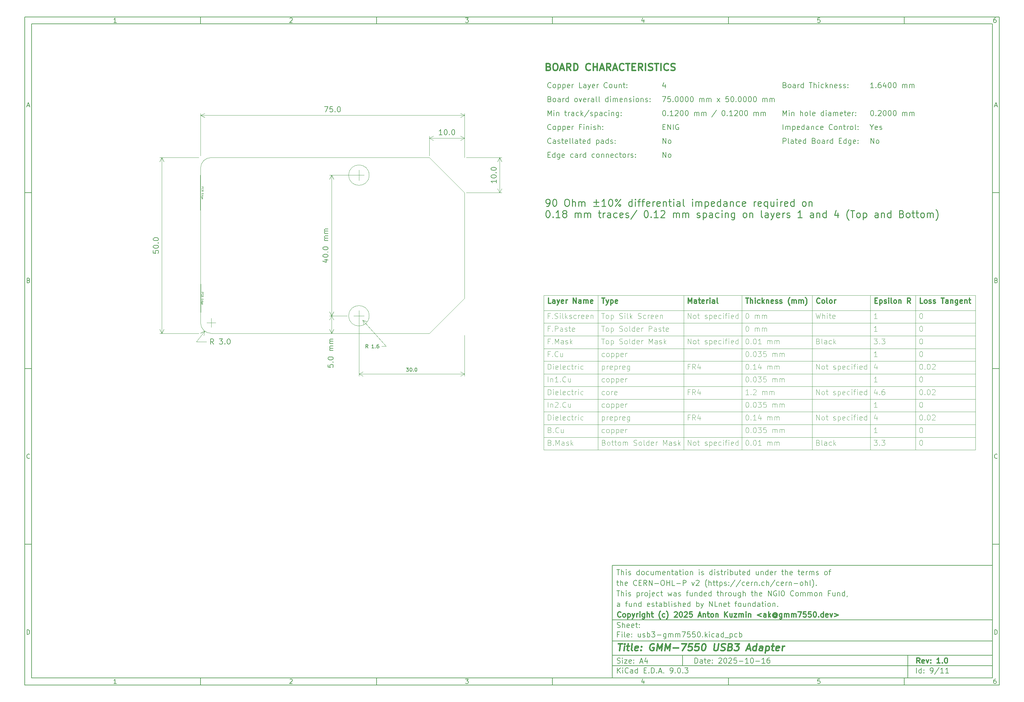
<source format=gbr>
%TF.GenerationSoftware,KiCad,Pcbnew,9.0.3*%
%TF.CreationDate,2025-10-16T10:39:48+02:00*%
%TF.ProjectId,usb3-gmm7550,75736233-2d67-46d6-9d37-3535302e6b69,1.0*%
%TF.SameCoordinates,Original*%
%TF.FileFunction,OtherDrawing,Comment*%
%FSLAX46Y46*%
G04 Gerber Fmt 4.6, Leading zero omitted, Abs format (unit mm)*
G04 Created by KiCad (PCBNEW 9.0.3) date 2025-10-16 10:39:48*
%MOMM*%
%LPD*%
G01*
G04 APERTURE LIST*
%ADD10C,0.100000*%
%ADD11C,0.150000*%
%ADD12C,0.300000*%
%ADD13C,0.400000*%
%ADD14C,0.200000*%
%ADD15C,0.250000*%
%ADD16C,0.125000*%
%TA.AperFunction,Profile*%
%ADD17C,0.100000*%
%TD*%
G04 APERTURE END LIST*
D10*
D11*
X177002200Y-166007200D02*
X285002200Y-166007200D01*
X285002200Y-198007200D01*
X177002200Y-198007200D01*
X177002200Y-166007200D01*
D10*
D11*
X10000000Y-10000000D02*
X287002200Y-10000000D01*
X287002200Y-200007200D01*
X10000000Y-200007200D01*
X10000000Y-10000000D01*
D10*
D11*
X12000000Y-12000000D02*
X285002200Y-12000000D01*
X285002200Y-198007200D01*
X12000000Y-198007200D01*
X12000000Y-12000000D01*
D10*
D11*
X60000000Y-12000000D02*
X60000000Y-10000000D01*
D10*
D11*
X110000000Y-12000000D02*
X110000000Y-10000000D01*
D10*
D11*
X160000000Y-12000000D02*
X160000000Y-10000000D01*
D10*
D11*
X210000000Y-12000000D02*
X210000000Y-10000000D01*
D10*
D11*
X260000000Y-12000000D02*
X260000000Y-10000000D01*
D10*
D11*
X36089160Y-11593604D02*
X35346303Y-11593604D01*
X35717731Y-11593604D02*
X35717731Y-10293604D01*
X35717731Y-10293604D02*
X35593922Y-10479319D01*
X35593922Y-10479319D02*
X35470112Y-10603128D01*
X35470112Y-10603128D02*
X35346303Y-10665033D01*
D10*
D11*
X85346303Y-10417414D02*
X85408207Y-10355509D01*
X85408207Y-10355509D02*
X85532017Y-10293604D01*
X85532017Y-10293604D02*
X85841541Y-10293604D01*
X85841541Y-10293604D02*
X85965350Y-10355509D01*
X85965350Y-10355509D02*
X86027255Y-10417414D01*
X86027255Y-10417414D02*
X86089160Y-10541223D01*
X86089160Y-10541223D02*
X86089160Y-10665033D01*
X86089160Y-10665033D02*
X86027255Y-10850747D01*
X86027255Y-10850747D02*
X85284398Y-11593604D01*
X85284398Y-11593604D02*
X86089160Y-11593604D01*
D10*
D11*
X135284398Y-10293604D02*
X136089160Y-10293604D01*
X136089160Y-10293604D02*
X135655826Y-10788842D01*
X135655826Y-10788842D02*
X135841541Y-10788842D01*
X135841541Y-10788842D02*
X135965350Y-10850747D01*
X135965350Y-10850747D02*
X136027255Y-10912652D01*
X136027255Y-10912652D02*
X136089160Y-11036461D01*
X136089160Y-11036461D02*
X136089160Y-11345985D01*
X136089160Y-11345985D02*
X136027255Y-11469795D01*
X136027255Y-11469795D02*
X135965350Y-11531700D01*
X135965350Y-11531700D02*
X135841541Y-11593604D01*
X135841541Y-11593604D02*
X135470112Y-11593604D01*
X135470112Y-11593604D02*
X135346303Y-11531700D01*
X135346303Y-11531700D02*
X135284398Y-11469795D01*
D10*
D11*
X185965350Y-10726938D02*
X185965350Y-11593604D01*
X185655826Y-10231700D02*
X185346303Y-11160271D01*
X185346303Y-11160271D02*
X186151064Y-11160271D01*
D10*
D11*
X236027255Y-10293604D02*
X235408207Y-10293604D01*
X235408207Y-10293604D02*
X235346303Y-10912652D01*
X235346303Y-10912652D02*
X235408207Y-10850747D01*
X235408207Y-10850747D02*
X235532017Y-10788842D01*
X235532017Y-10788842D02*
X235841541Y-10788842D01*
X235841541Y-10788842D02*
X235965350Y-10850747D01*
X235965350Y-10850747D02*
X236027255Y-10912652D01*
X236027255Y-10912652D02*
X236089160Y-11036461D01*
X236089160Y-11036461D02*
X236089160Y-11345985D01*
X236089160Y-11345985D02*
X236027255Y-11469795D01*
X236027255Y-11469795D02*
X235965350Y-11531700D01*
X235965350Y-11531700D02*
X235841541Y-11593604D01*
X235841541Y-11593604D02*
X235532017Y-11593604D01*
X235532017Y-11593604D02*
X235408207Y-11531700D01*
X235408207Y-11531700D02*
X235346303Y-11469795D01*
D10*
D11*
X285965350Y-10293604D02*
X285717731Y-10293604D01*
X285717731Y-10293604D02*
X285593922Y-10355509D01*
X285593922Y-10355509D02*
X285532017Y-10417414D01*
X285532017Y-10417414D02*
X285408207Y-10603128D01*
X285408207Y-10603128D02*
X285346303Y-10850747D01*
X285346303Y-10850747D02*
X285346303Y-11345985D01*
X285346303Y-11345985D02*
X285408207Y-11469795D01*
X285408207Y-11469795D02*
X285470112Y-11531700D01*
X285470112Y-11531700D02*
X285593922Y-11593604D01*
X285593922Y-11593604D02*
X285841541Y-11593604D01*
X285841541Y-11593604D02*
X285965350Y-11531700D01*
X285965350Y-11531700D02*
X286027255Y-11469795D01*
X286027255Y-11469795D02*
X286089160Y-11345985D01*
X286089160Y-11345985D02*
X286089160Y-11036461D01*
X286089160Y-11036461D02*
X286027255Y-10912652D01*
X286027255Y-10912652D02*
X285965350Y-10850747D01*
X285965350Y-10850747D02*
X285841541Y-10788842D01*
X285841541Y-10788842D02*
X285593922Y-10788842D01*
X285593922Y-10788842D02*
X285470112Y-10850747D01*
X285470112Y-10850747D02*
X285408207Y-10912652D01*
X285408207Y-10912652D02*
X285346303Y-11036461D01*
D10*
D11*
X60000000Y-198007200D02*
X60000000Y-200007200D01*
D10*
D11*
X110000000Y-198007200D02*
X110000000Y-200007200D01*
D10*
D11*
X160000000Y-198007200D02*
X160000000Y-200007200D01*
D10*
D11*
X210000000Y-198007200D02*
X210000000Y-200007200D01*
D10*
D11*
X260000000Y-198007200D02*
X260000000Y-200007200D01*
D10*
D11*
X36089160Y-199600804D02*
X35346303Y-199600804D01*
X35717731Y-199600804D02*
X35717731Y-198300804D01*
X35717731Y-198300804D02*
X35593922Y-198486519D01*
X35593922Y-198486519D02*
X35470112Y-198610328D01*
X35470112Y-198610328D02*
X35346303Y-198672233D01*
D10*
D11*
X85346303Y-198424614D02*
X85408207Y-198362709D01*
X85408207Y-198362709D02*
X85532017Y-198300804D01*
X85532017Y-198300804D02*
X85841541Y-198300804D01*
X85841541Y-198300804D02*
X85965350Y-198362709D01*
X85965350Y-198362709D02*
X86027255Y-198424614D01*
X86027255Y-198424614D02*
X86089160Y-198548423D01*
X86089160Y-198548423D02*
X86089160Y-198672233D01*
X86089160Y-198672233D02*
X86027255Y-198857947D01*
X86027255Y-198857947D02*
X85284398Y-199600804D01*
X85284398Y-199600804D02*
X86089160Y-199600804D01*
D10*
D11*
X135284398Y-198300804D02*
X136089160Y-198300804D01*
X136089160Y-198300804D02*
X135655826Y-198796042D01*
X135655826Y-198796042D02*
X135841541Y-198796042D01*
X135841541Y-198796042D02*
X135965350Y-198857947D01*
X135965350Y-198857947D02*
X136027255Y-198919852D01*
X136027255Y-198919852D02*
X136089160Y-199043661D01*
X136089160Y-199043661D02*
X136089160Y-199353185D01*
X136089160Y-199353185D02*
X136027255Y-199476995D01*
X136027255Y-199476995D02*
X135965350Y-199538900D01*
X135965350Y-199538900D02*
X135841541Y-199600804D01*
X135841541Y-199600804D02*
X135470112Y-199600804D01*
X135470112Y-199600804D02*
X135346303Y-199538900D01*
X135346303Y-199538900D02*
X135284398Y-199476995D01*
D10*
D11*
X185965350Y-198734138D02*
X185965350Y-199600804D01*
X185655826Y-198238900D02*
X185346303Y-199167471D01*
X185346303Y-199167471D02*
X186151064Y-199167471D01*
D10*
D11*
X236027255Y-198300804D02*
X235408207Y-198300804D01*
X235408207Y-198300804D02*
X235346303Y-198919852D01*
X235346303Y-198919852D02*
X235408207Y-198857947D01*
X235408207Y-198857947D02*
X235532017Y-198796042D01*
X235532017Y-198796042D02*
X235841541Y-198796042D01*
X235841541Y-198796042D02*
X235965350Y-198857947D01*
X235965350Y-198857947D02*
X236027255Y-198919852D01*
X236027255Y-198919852D02*
X236089160Y-199043661D01*
X236089160Y-199043661D02*
X236089160Y-199353185D01*
X236089160Y-199353185D02*
X236027255Y-199476995D01*
X236027255Y-199476995D02*
X235965350Y-199538900D01*
X235965350Y-199538900D02*
X235841541Y-199600804D01*
X235841541Y-199600804D02*
X235532017Y-199600804D01*
X235532017Y-199600804D02*
X235408207Y-199538900D01*
X235408207Y-199538900D02*
X235346303Y-199476995D01*
D10*
D11*
X285965350Y-198300804D02*
X285717731Y-198300804D01*
X285717731Y-198300804D02*
X285593922Y-198362709D01*
X285593922Y-198362709D02*
X285532017Y-198424614D01*
X285532017Y-198424614D02*
X285408207Y-198610328D01*
X285408207Y-198610328D02*
X285346303Y-198857947D01*
X285346303Y-198857947D02*
X285346303Y-199353185D01*
X285346303Y-199353185D02*
X285408207Y-199476995D01*
X285408207Y-199476995D02*
X285470112Y-199538900D01*
X285470112Y-199538900D02*
X285593922Y-199600804D01*
X285593922Y-199600804D02*
X285841541Y-199600804D01*
X285841541Y-199600804D02*
X285965350Y-199538900D01*
X285965350Y-199538900D02*
X286027255Y-199476995D01*
X286027255Y-199476995D02*
X286089160Y-199353185D01*
X286089160Y-199353185D02*
X286089160Y-199043661D01*
X286089160Y-199043661D02*
X286027255Y-198919852D01*
X286027255Y-198919852D02*
X285965350Y-198857947D01*
X285965350Y-198857947D02*
X285841541Y-198796042D01*
X285841541Y-198796042D02*
X285593922Y-198796042D01*
X285593922Y-198796042D02*
X285470112Y-198857947D01*
X285470112Y-198857947D02*
X285408207Y-198919852D01*
X285408207Y-198919852D02*
X285346303Y-199043661D01*
D10*
D11*
X10000000Y-60000000D02*
X12000000Y-60000000D01*
D10*
D11*
X10000000Y-110000000D02*
X12000000Y-110000000D01*
D10*
D11*
X10000000Y-160000000D02*
X12000000Y-160000000D01*
D10*
D11*
X10690476Y-35222176D02*
X11309523Y-35222176D01*
X10566666Y-35593604D02*
X10999999Y-34293604D01*
X10999999Y-34293604D02*
X11433333Y-35593604D01*
D10*
D11*
X11092857Y-84912652D02*
X11278571Y-84974557D01*
X11278571Y-84974557D02*
X11340476Y-85036461D01*
X11340476Y-85036461D02*
X11402380Y-85160271D01*
X11402380Y-85160271D02*
X11402380Y-85345985D01*
X11402380Y-85345985D02*
X11340476Y-85469795D01*
X11340476Y-85469795D02*
X11278571Y-85531700D01*
X11278571Y-85531700D02*
X11154761Y-85593604D01*
X11154761Y-85593604D02*
X10659523Y-85593604D01*
X10659523Y-85593604D02*
X10659523Y-84293604D01*
X10659523Y-84293604D02*
X11092857Y-84293604D01*
X11092857Y-84293604D02*
X11216666Y-84355509D01*
X11216666Y-84355509D02*
X11278571Y-84417414D01*
X11278571Y-84417414D02*
X11340476Y-84541223D01*
X11340476Y-84541223D02*
X11340476Y-84665033D01*
X11340476Y-84665033D02*
X11278571Y-84788842D01*
X11278571Y-84788842D02*
X11216666Y-84850747D01*
X11216666Y-84850747D02*
X11092857Y-84912652D01*
X11092857Y-84912652D02*
X10659523Y-84912652D01*
D10*
D11*
X11402380Y-135469795D02*
X11340476Y-135531700D01*
X11340476Y-135531700D02*
X11154761Y-135593604D01*
X11154761Y-135593604D02*
X11030952Y-135593604D01*
X11030952Y-135593604D02*
X10845238Y-135531700D01*
X10845238Y-135531700D02*
X10721428Y-135407890D01*
X10721428Y-135407890D02*
X10659523Y-135284080D01*
X10659523Y-135284080D02*
X10597619Y-135036461D01*
X10597619Y-135036461D02*
X10597619Y-134850747D01*
X10597619Y-134850747D02*
X10659523Y-134603128D01*
X10659523Y-134603128D02*
X10721428Y-134479319D01*
X10721428Y-134479319D02*
X10845238Y-134355509D01*
X10845238Y-134355509D02*
X11030952Y-134293604D01*
X11030952Y-134293604D02*
X11154761Y-134293604D01*
X11154761Y-134293604D02*
X11340476Y-134355509D01*
X11340476Y-134355509D02*
X11402380Y-134417414D01*
D10*
D11*
X10659523Y-185593604D02*
X10659523Y-184293604D01*
X10659523Y-184293604D02*
X10969047Y-184293604D01*
X10969047Y-184293604D02*
X11154761Y-184355509D01*
X11154761Y-184355509D02*
X11278571Y-184479319D01*
X11278571Y-184479319D02*
X11340476Y-184603128D01*
X11340476Y-184603128D02*
X11402380Y-184850747D01*
X11402380Y-184850747D02*
X11402380Y-185036461D01*
X11402380Y-185036461D02*
X11340476Y-185284080D01*
X11340476Y-185284080D02*
X11278571Y-185407890D01*
X11278571Y-185407890D02*
X11154761Y-185531700D01*
X11154761Y-185531700D02*
X10969047Y-185593604D01*
X10969047Y-185593604D02*
X10659523Y-185593604D01*
D10*
D11*
X287002200Y-60000000D02*
X285002200Y-60000000D01*
D10*
D11*
X287002200Y-110000000D02*
X285002200Y-110000000D01*
D10*
D11*
X287002200Y-160000000D02*
X285002200Y-160000000D01*
D10*
D11*
X285692676Y-35222176D02*
X286311723Y-35222176D01*
X285568866Y-35593604D02*
X286002199Y-34293604D01*
X286002199Y-34293604D02*
X286435533Y-35593604D01*
D10*
D11*
X286095057Y-84912652D02*
X286280771Y-84974557D01*
X286280771Y-84974557D02*
X286342676Y-85036461D01*
X286342676Y-85036461D02*
X286404580Y-85160271D01*
X286404580Y-85160271D02*
X286404580Y-85345985D01*
X286404580Y-85345985D02*
X286342676Y-85469795D01*
X286342676Y-85469795D02*
X286280771Y-85531700D01*
X286280771Y-85531700D02*
X286156961Y-85593604D01*
X286156961Y-85593604D02*
X285661723Y-85593604D01*
X285661723Y-85593604D02*
X285661723Y-84293604D01*
X285661723Y-84293604D02*
X286095057Y-84293604D01*
X286095057Y-84293604D02*
X286218866Y-84355509D01*
X286218866Y-84355509D02*
X286280771Y-84417414D01*
X286280771Y-84417414D02*
X286342676Y-84541223D01*
X286342676Y-84541223D02*
X286342676Y-84665033D01*
X286342676Y-84665033D02*
X286280771Y-84788842D01*
X286280771Y-84788842D02*
X286218866Y-84850747D01*
X286218866Y-84850747D02*
X286095057Y-84912652D01*
X286095057Y-84912652D02*
X285661723Y-84912652D01*
D10*
D11*
X286404580Y-135469795D02*
X286342676Y-135531700D01*
X286342676Y-135531700D02*
X286156961Y-135593604D01*
X286156961Y-135593604D02*
X286033152Y-135593604D01*
X286033152Y-135593604D02*
X285847438Y-135531700D01*
X285847438Y-135531700D02*
X285723628Y-135407890D01*
X285723628Y-135407890D02*
X285661723Y-135284080D01*
X285661723Y-135284080D02*
X285599819Y-135036461D01*
X285599819Y-135036461D02*
X285599819Y-134850747D01*
X285599819Y-134850747D02*
X285661723Y-134603128D01*
X285661723Y-134603128D02*
X285723628Y-134479319D01*
X285723628Y-134479319D02*
X285847438Y-134355509D01*
X285847438Y-134355509D02*
X286033152Y-134293604D01*
X286033152Y-134293604D02*
X286156961Y-134293604D01*
X286156961Y-134293604D02*
X286342676Y-134355509D01*
X286342676Y-134355509D02*
X286404580Y-134417414D01*
D10*
D11*
X285661723Y-185593604D02*
X285661723Y-184293604D01*
X285661723Y-184293604D02*
X285971247Y-184293604D01*
X285971247Y-184293604D02*
X286156961Y-184355509D01*
X286156961Y-184355509D02*
X286280771Y-184479319D01*
X286280771Y-184479319D02*
X286342676Y-184603128D01*
X286342676Y-184603128D02*
X286404580Y-184850747D01*
X286404580Y-184850747D02*
X286404580Y-185036461D01*
X286404580Y-185036461D02*
X286342676Y-185284080D01*
X286342676Y-185284080D02*
X286280771Y-185407890D01*
X286280771Y-185407890D02*
X286156961Y-185531700D01*
X286156961Y-185531700D02*
X285971247Y-185593604D01*
X285971247Y-185593604D02*
X285661723Y-185593604D01*
D10*
D11*
X200458026Y-193793328D02*
X200458026Y-192293328D01*
X200458026Y-192293328D02*
X200815169Y-192293328D01*
X200815169Y-192293328D02*
X201029455Y-192364757D01*
X201029455Y-192364757D02*
X201172312Y-192507614D01*
X201172312Y-192507614D02*
X201243741Y-192650471D01*
X201243741Y-192650471D02*
X201315169Y-192936185D01*
X201315169Y-192936185D02*
X201315169Y-193150471D01*
X201315169Y-193150471D02*
X201243741Y-193436185D01*
X201243741Y-193436185D02*
X201172312Y-193579042D01*
X201172312Y-193579042D02*
X201029455Y-193721900D01*
X201029455Y-193721900D02*
X200815169Y-193793328D01*
X200815169Y-193793328D02*
X200458026Y-193793328D01*
X202600884Y-193793328D02*
X202600884Y-193007614D01*
X202600884Y-193007614D02*
X202529455Y-192864757D01*
X202529455Y-192864757D02*
X202386598Y-192793328D01*
X202386598Y-192793328D02*
X202100884Y-192793328D01*
X202100884Y-192793328D02*
X201958026Y-192864757D01*
X202600884Y-193721900D02*
X202458026Y-193793328D01*
X202458026Y-193793328D02*
X202100884Y-193793328D01*
X202100884Y-193793328D02*
X201958026Y-193721900D01*
X201958026Y-193721900D02*
X201886598Y-193579042D01*
X201886598Y-193579042D02*
X201886598Y-193436185D01*
X201886598Y-193436185D02*
X201958026Y-193293328D01*
X201958026Y-193293328D02*
X202100884Y-193221900D01*
X202100884Y-193221900D02*
X202458026Y-193221900D01*
X202458026Y-193221900D02*
X202600884Y-193150471D01*
X203100884Y-192793328D02*
X203672312Y-192793328D01*
X203315169Y-192293328D02*
X203315169Y-193579042D01*
X203315169Y-193579042D02*
X203386598Y-193721900D01*
X203386598Y-193721900D02*
X203529455Y-193793328D01*
X203529455Y-193793328D02*
X203672312Y-193793328D01*
X204743741Y-193721900D02*
X204600884Y-193793328D01*
X204600884Y-193793328D02*
X204315170Y-193793328D01*
X204315170Y-193793328D02*
X204172312Y-193721900D01*
X204172312Y-193721900D02*
X204100884Y-193579042D01*
X204100884Y-193579042D02*
X204100884Y-193007614D01*
X204100884Y-193007614D02*
X204172312Y-192864757D01*
X204172312Y-192864757D02*
X204315170Y-192793328D01*
X204315170Y-192793328D02*
X204600884Y-192793328D01*
X204600884Y-192793328D02*
X204743741Y-192864757D01*
X204743741Y-192864757D02*
X204815170Y-193007614D01*
X204815170Y-193007614D02*
X204815170Y-193150471D01*
X204815170Y-193150471D02*
X204100884Y-193293328D01*
X205458026Y-193650471D02*
X205529455Y-193721900D01*
X205529455Y-193721900D02*
X205458026Y-193793328D01*
X205458026Y-193793328D02*
X205386598Y-193721900D01*
X205386598Y-193721900D02*
X205458026Y-193650471D01*
X205458026Y-193650471D02*
X205458026Y-193793328D01*
X205458026Y-192864757D02*
X205529455Y-192936185D01*
X205529455Y-192936185D02*
X205458026Y-193007614D01*
X205458026Y-193007614D02*
X205386598Y-192936185D01*
X205386598Y-192936185D02*
X205458026Y-192864757D01*
X205458026Y-192864757D02*
X205458026Y-193007614D01*
X207243741Y-192436185D02*
X207315169Y-192364757D01*
X207315169Y-192364757D02*
X207458027Y-192293328D01*
X207458027Y-192293328D02*
X207815169Y-192293328D01*
X207815169Y-192293328D02*
X207958027Y-192364757D01*
X207958027Y-192364757D02*
X208029455Y-192436185D01*
X208029455Y-192436185D02*
X208100884Y-192579042D01*
X208100884Y-192579042D02*
X208100884Y-192721900D01*
X208100884Y-192721900D02*
X208029455Y-192936185D01*
X208029455Y-192936185D02*
X207172312Y-193793328D01*
X207172312Y-193793328D02*
X208100884Y-193793328D01*
X209029455Y-192293328D02*
X209172312Y-192293328D01*
X209172312Y-192293328D02*
X209315169Y-192364757D01*
X209315169Y-192364757D02*
X209386598Y-192436185D01*
X209386598Y-192436185D02*
X209458026Y-192579042D01*
X209458026Y-192579042D02*
X209529455Y-192864757D01*
X209529455Y-192864757D02*
X209529455Y-193221900D01*
X209529455Y-193221900D02*
X209458026Y-193507614D01*
X209458026Y-193507614D02*
X209386598Y-193650471D01*
X209386598Y-193650471D02*
X209315169Y-193721900D01*
X209315169Y-193721900D02*
X209172312Y-193793328D01*
X209172312Y-193793328D02*
X209029455Y-193793328D01*
X209029455Y-193793328D02*
X208886598Y-193721900D01*
X208886598Y-193721900D02*
X208815169Y-193650471D01*
X208815169Y-193650471D02*
X208743740Y-193507614D01*
X208743740Y-193507614D02*
X208672312Y-193221900D01*
X208672312Y-193221900D02*
X208672312Y-192864757D01*
X208672312Y-192864757D02*
X208743740Y-192579042D01*
X208743740Y-192579042D02*
X208815169Y-192436185D01*
X208815169Y-192436185D02*
X208886598Y-192364757D01*
X208886598Y-192364757D02*
X209029455Y-192293328D01*
X210100883Y-192436185D02*
X210172311Y-192364757D01*
X210172311Y-192364757D02*
X210315169Y-192293328D01*
X210315169Y-192293328D02*
X210672311Y-192293328D01*
X210672311Y-192293328D02*
X210815169Y-192364757D01*
X210815169Y-192364757D02*
X210886597Y-192436185D01*
X210886597Y-192436185D02*
X210958026Y-192579042D01*
X210958026Y-192579042D02*
X210958026Y-192721900D01*
X210958026Y-192721900D02*
X210886597Y-192936185D01*
X210886597Y-192936185D02*
X210029454Y-193793328D01*
X210029454Y-193793328D02*
X210958026Y-193793328D01*
X212315168Y-192293328D02*
X211600882Y-192293328D01*
X211600882Y-192293328D02*
X211529454Y-193007614D01*
X211529454Y-193007614D02*
X211600882Y-192936185D01*
X211600882Y-192936185D02*
X211743740Y-192864757D01*
X211743740Y-192864757D02*
X212100882Y-192864757D01*
X212100882Y-192864757D02*
X212243740Y-192936185D01*
X212243740Y-192936185D02*
X212315168Y-193007614D01*
X212315168Y-193007614D02*
X212386597Y-193150471D01*
X212386597Y-193150471D02*
X212386597Y-193507614D01*
X212386597Y-193507614D02*
X212315168Y-193650471D01*
X212315168Y-193650471D02*
X212243740Y-193721900D01*
X212243740Y-193721900D02*
X212100882Y-193793328D01*
X212100882Y-193793328D02*
X211743740Y-193793328D01*
X211743740Y-193793328D02*
X211600882Y-193721900D01*
X211600882Y-193721900D02*
X211529454Y-193650471D01*
X213029453Y-193221900D02*
X214172311Y-193221900D01*
X215672311Y-193793328D02*
X214815168Y-193793328D01*
X215243739Y-193793328D02*
X215243739Y-192293328D01*
X215243739Y-192293328D02*
X215100882Y-192507614D01*
X215100882Y-192507614D02*
X214958025Y-192650471D01*
X214958025Y-192650471D02*
X214815168Y-192721900D01*
X216600882Y-192293328D02*
X216743739Y-192293328D01*
X216743739Y-192293328D02*
X216886596Y-192364757D01*
X216886596Y-192364757D02*
X216958025Y-192436185D01*
X216958025Y-192436185D02*
X217029453Y-192579042D01*
X217029453Y-192579042D02*
X217100882Y-192864757D01*
X217100882Y-192864757D02*
X217100882Y-193221900D01*
X217100882Y-193221900D02*
X217029453Y-193507614D01*
X217029453Y-193507614D02*
X216958025Y-193650471D01*
X216958025Y-193650471D02*
X216886596Y-193721900D01*
X216886596Y-193721900D02*
X216743739Y-193793328D01*
X216743739Y-193793328D02*
X216600882Y-193793328D01*
X216600882Y-193793328D02*
X216458025Y-193721900D01*
X216458025Y-193721900D02*
X216386596Y-193650471D01*
X216386596Y-193650471D02*
X216315167Y-193507614D01*
X216315167Y-193507614D02*
X216243739Y-193221900D01*
X216243739Y-193221900D02*
X216243739Y-192864757D01*
X216243739Y-192864757D02*
X216315167Y-192579042D01*
X216315167Y-192579042D02*
X216386596Y-192436185D01*
X216386596Y-192436185D02*
X216458025Y-192364757D01*
X216458025Y-192364757D02*
X216600882Y-192293328D01*
X217743738Y-193221900D02*
X218886596Y-193221900D01*
X220386596Y-193793328D02*
X219529453Y-193793328D01*
X219958024Y-193793328D02*
X219958024Y-192293328D01*
X219958024Y-192293328D02*
X219815167Y-192507614D01*
X219815167Y-192507614D02*
X219672310Y-192650471D01*
X219672310Y-192650471D02*
X219529453Y-192721900D01*
X221672310Y-192293328D02*
X221386595Y-192293328D01*
X221386595Y-192293328D02*
X221243738Y-192364757D01*
X221243738Y-192364757D02*
X221172310Y-192436185D01*
X221172310Y-192436185D02*
X221029452Y-192650471D01*
X221029452Y-192650471D02*
X220958024Y-192936185D01*
X220958024Y-192936185D02*
X220958024Y-193507614D01*
X220958024Y-193507614D02*
X221029452Y-193650471D01*
X221029452Y-193650471D02*
X221100881Y-193721900D01*
X221100881Y-193721900D02*
X221243738Y-193793328D01*
X221243738Y-193793328D02*
X221529452Y-193793328D01*
X221529452Y-193793328D02*
X221672310Y-193721900D01*
X221672310Y-193721900D02*
X221743738Y-193650471D01*
X221743738Y-193650471D02*
X221815167Y-193507614D01*
X221815167Y-193507614D02*
X221815167Y-193150471D01*
X221815167Y-193150471D02*
X221743738Y-193007614D01*
X221743738Y-193007614D02*
X221672310Y-192936185D01*
X221672310Y-192936185D02*
X221529452Y-192864757D01*
X221529452Y-192864757D02*
X221243738Y-192864757D01*
X221243738Y-192864757D02*
X221100881Y-192936185D01*
X221100881Y-192936185D02*
X221029452Y-193007614D01*
X221029452Y-193007614D02*
X220958024Y-193150471D01*
D10*
D11*
X177002200Y-194507200D02*
X285002200Y-194507200D01*
D10*
D11*
X178458026Y-196593328D02*
X178458026Y-195093328D01*
X179315169Y-196593328D02*
X178672312Y-195736185D01*
X179315169Y-195093328D02*
X178458026Y-195950471D01*
X179958026Y-196593328D02*
X179958026Y-195593328D01*
X179958026Y-195093328D02*
X179886598Y-195164757D01*
X179886598Y-195164757D02*
X179958026Y-195236185D01*
X179958026Y-195236185D02*
X180029455Y-195164757D01*
X180029455Y-195164757D02*
X179958026Y-195093328D01*
X179958026Y-195093328D02*
X179958026Y-195236185D01*
X181529455Y-196450471D02*
X181458027Y-196521900D01*
X181458027Y-196521900D02*
X181243741Y-196593328D01*
X181243741Y-196593328D02*
X181100884Y-196593328D01*
X181100884Y-196593328D02*
X180886598Y-196521900D01*
X180886598Y-196521900D02*
X180743741Y-196379042D01*
X180743741Y-196379042D02*
X180672312Y-196236185D01*
X180672312Y-196236185D02*
X180600884Y-195950471D01*
X180600884Y-195950471D02*
X180600884Y-195736185D01*
X180600884Y-195736185D02*
X180672312Y-195450471D01*
X180672312Y-195450471D02*
X180743741Y-195307614D01*
X180743741Y-195307614D02*
X180886598Y-195164757D01*
X180886598Y-195164757D02*
X181100884Y-195093328D01*
X181100884Y-195093328D02*
X181243741Y-195093328D01*
X181243741Y-195093328D02*
X181458027Y-195164757D01*
X181458027Y-195164757D02*
X181529455Y-195236185D01*
X182815170Y-196593328D02*
X182815170Y-195807614D01*
X182815170Y-195807614D02*
X182743741Y-195664757D01*
X182743741Y-195664757D02*
X182600884Y-195593328D01*
X182600884Y-195593328D02*
X182315170Y-195593328D01*
X182315170Y-195593328D02*
X182172312Y-195664757D01*
X182815170Y-196521900D02*
X182672312Y-196593328D01*
X182672312Y-196593328D02*
X182315170Y-196593328D01*
X182315170Y-196593328D02*
X182172312Y-196521900D01*
X182172312Y-196521900D02*
X182100884Y-196379042D01*
X182100884Y-196379042D02*
X182100884Y-196236185D01*
X182100884Y-196236185D02*
X182172312Y-196093328D01*
X182172312Y-196093328D02*
X182315170Y-196021900D01*
X182315170Y-196021900D02*
X182672312Y-196021900D01*
X182672312Y-196021900D02*
X182815170Y-195950471D01*
X184172313Y-196593328D02*
X184172313Y-195093328D01*
X184172313Y-196521900D02*
X184029455Y-196593328D01*
X184029455Y-196593328D02*
X183743741Y-196593328D01*
X183743741Y-196593328D02*
X183600884Y-196521900D01*
X183600884Y-196521900D02*
X183529455Y-196450471D01*
X183529455Y-196450471D02*
X183458027Y-196307614D01*
X183458027Y-196307614D02*
X183458027Y-195879042D01*
X183458027Y-195879042D02*
X183529455Y-195736185D01*
X183529455Y-195736185D02*
X183600884Y-195664757D01*
X183600884Y-195664757D02*
X183743741Y-195593328D01*
X183743741Y-195593328D02*
X184029455Y-195593328D01*
X184029455Y-195593328D02*
X184172313Y-195664757D01*
X186029455Y-195807614D02*
X186529455Y-195807614D01*
X186743741Y-196593328D02*
X186029455Y-196593328D01*
X186029455Y-196593328D02*
X186029455Y-195093328D01*
X186029455Y-195093328D02*
X186743741Y-195093328D01*
X187386598Y-196450471D02*
X187458027Y-196521900D01*
X187458027Y-196521900D02*
X187386598Y-196593328D01*
X187386598Y-196593328D02*
X187315170Y-196521900D01*
X187315170Y-196521900D02*
X187386598Y-196450471D01*
X187386598Y-196450471D02*
X187386598Y-196593328D01*
X188100884Y-196593328D02*
X188100884Y-195093328D01*
X188100884Y-195093328D02*
X188458027Y-195093328D01*
X188458027Y-195093328D02*
X188672313Y-195164757D01*
X188672313Y-195164757D02*
X188815170Y-195307614D01*
X188815170Y-195307614D02*
X188886599Y-195450471D01*
X188886599Y-195450471D02*
X188958027Y-195736185D01*
X188958027Y-195736185D02*
X188958027Y-195950471D01*
X188958027Y-195950471D02*
X188886599Y-196236185D01*
X188886599Y-196236185D02*
X188815170Y-196379042D01*
X188815170Y-196379042D02*
X188672313Y-196521900D01*
X188672313Y-196521900D02*
X188458027Y-196593328D01*
X188458027Y-196593328D02*
X188100884Y-196593328D01*
X189600884Y-196450471D02*
X189672313Y-196521900D01*
X189672313Y-196521900D02*
X189600884Y-196593328D01*
X189600884Y-196593328D02*
X189529456Y-196521900D01*
X189529456Y-196521900D02*
X189600884Y-196450471D01*
X189600884Y-196450471D02*
X189600884Y-196593328D01*
X190243742Y-196164757D02*
X190958028Y-196164757D01*
X190100885Y-196593328D02*
X190600885Y-195093328D01*
X190600885Y-195093328D02*
X191100885Y-196593328D01*
X191600884Y-196450471D02*
X191672313Y-196521900D01*
X191672313Y-196521900D02*
X191600884Y-196593328D01*
X191600884Y-196593328D02*
X191529456Y-196521900D01*
X191529456Y-196521900D02*
X191600884Y-196450471D01*
X191600884Y-196450471D02*
X191600884Y-196593328D01*
X193529456Y-196593328D02*
X193815170Y-196593328D01*
X193815170Y-196593328D02*
X193958027Y-196521900D01*
X193958027Y-196521900D02*
X194029456Y-196450471D01*
X194029456Y-196450471D02*
X194172313Y-196236185D01*
X194172313Y-196236185D02*
X194243742Y-195950471D01*
X194243742Y-195950471D02*
X194243742Y-195379042D01*
X194243742Y-195379042D02*
X194172313Y-195236185D01*
X194172313Y-195236185D02*
X194100885Y-195164757D01*
X194100885Y-195164757D02*
X193958027Y-195093328D01*
X193958027Y-195093328D02*
X193672313Y-195093328D01*
X193672313Y-195093328D02*
X193529456Y-195164757D01*
X193529456Y-195164757D02*
X193458027Y-195236185D01*
X193458027Y-195236185D02*
X193386599Y-195379042D01*
X193386599Y-195379042D02*
X193386599Y-195736185D01*
X193386599Y-195736185D02*
X193458027Y-195879042D01*
X193458027Y-195879042D02*
X193529456Y-195950471D01*
X193529456Y-195950471D02*
X193672313Y-196021900D01*
X193672313Y-196021900D02*
X193958027Y-196021900D01*
X193958027Y-196021900D02*
X194100885Y-195950471D01*
X194100885Y-195950471D02*
X194172313Y-195879042D01*
X194172313Y-195879042D02*
X194243742Y-195736185D01*
X194886598Y-196450471D02*
X194958027Y-196521900D01*
X194958027Y-196521900D02*
X194886598Y-196593328D01*
X194886598Y-196593328D02*
X194815170Y-196521900D01*
X194815170Y-196521900D02*
X194886598Y-196450471D01*
X194886598Y-196450471D02*
X194886598Y-196593328D01*
X195886599Y-195093328D02*
X196029456Y-195093328D01*
X196029456Y-195093328D02*
X196172313Y-195164757D01*
X196172313Y-195164757D02*
X196243742Y-195236185D01*
X196243742Y-195236185D02*
X196315170Y-195379042D01*
X196315170Y-195379042D02*
X196386599Y-195664757D01*
X196386599Y-195664757D02*
X196386599Y-196021900D01*
X196386599Y-196021900D02*
X196315170Y-196307614D01*
X196315170Y-196307614D02*
X196243742Y-196450471D01*
X196243742Y-196450471D02*
X196172313Y-196521900D01*
X196172313Y-196521900D02*
X196029456Y-196593328D01*
X196029456Y-196593328D02*
X195886599Y-196593328D01*
X195886599Y-196593328D02*
X195743742Y-196521900D01*
X195743742Y-196521900D02*
X195672313Y-196450471D01*
X195672313Y-196450471D02*
X195600884Y-196307614D01*
X195600884Y-196307614D02*
X195529456Y-196021900D01*
X195529456Y-196021900D02*
X195529456Y-195664757D01*
X195529456Y-195664757D02*
X195600884Y-195379042D01*
X195600884Y-195379042D02*
X195672313Y-195236185D01*
X195672313Y-195236185D02*
X195743742Y-195164757D01*
X195743742Y-195164757D02*
X195886599Y-195093328D01*
X197029455Y-196450471D02*
X197100884Y-196521900D01*
X197100884Y-196521900D02*
X197029455Y-196593328D01*
X197029455Y-196593328D02*
X196958027Y-196521900D01*
X196958027Y-196521900D02*
X197029455Y-196450471D01*
X197029455Y-196450471D02*
X197029455Y-196593328D01*
X197600884Y-195093328D02*
X198529456Y-195093328D01*
X198529456Y-195093328D02*
X198029456Y-195664757D01*
X198029456Y-195664757D02*
X198243741Y-195664757D01*
X198243741Y-195664757D02*
X198386599Y-195736185D01*
X198386599Y-195736185D02*
X198458027Y-195807614D01*
X198458027Y-195807614D02*
X198529456Y-195950471D01*
X198529456Y-195950471D02*
X198529456Y-196307614D01*
X198529456Y-196307614D02*
X198458027Y-196450471D01*
X198458027Y-196450471D02*
X198386599Y-196521900D01*
X198386599Y-196521900D02*
X198243741Y-196593328D01*
X198243741Y-196593328D02*
X197815170Y-196593328D01*
X197815170Y-196593328D02*
X197672313Y-196521900D01*
X197672313Y-196521900D02*
X197600884Y-196450471D01*
D10*
D11*
X177002200Y-191507200D02*
X285002200Y-191507200D01*
D10*
D12*
X264413853Y-193785528D02*
X263913853Y-193071242D01*
X263556710Y-193785528D02*
X263556710Y-192285528D01*
X263556710Y-192285528D02*
X264128139Y-192285528D01*
X264128139Y-192285528D02*
X264270996Y-192356957D01*
X264270996Y-192356957D02*
X264342425Y-192428385D01*
X264342425Y-192428385D02*
X264413853Y-192571242D01*
X264413853Y-192571242D02*
X264413853Y-192785528D01*
X264413853Y-192785528D02*
X264342425Y-192928385D01*
X264342425Y-192928385D02*
X264270996Y-192999814D01*
X264270996Y-192999814D02*
X264128139Y-193071242D01*
X264128139Y-193071242D02*
X263556710Y-193071242D01*
X265628139Y-193714100D02*
X265485282Y-193785528D01*
X265485282Y-193785528D02*
X265199568Y-193785528D01*
X265199568Y-193785528D02*
X265056710Y-193714100D01*
X265056710Y-193714100D02*
X264985282Y-193571242D01*
X264985282Y-193571242D02*
X264985282Y-192999814D01*
X264985282Y-192999814D02*
X265056710Y-192856957D01*
X265056710Y-192856957D02*
X265199568Y-192785528D01*
X265199568Y-192785528D02*
X265485282Y-192785528D01*
X265485282Y-192785528D02*
X265628139Y-192856957D01*
X265628139Y-192856957D02*
X265699568Y-192999814D01*
X265699568Y-192999814D02*
X265699568Y-193142671D01*
X265699568Y-193142671D02*
X264985282Y-193285528D01*
X266199567Y-192785528D02*
X266556710Y-193785528D01*
X266556710Y-193785528D02*
X266913853Y-192785528D01*
X267485281Y-193642671D02*
X267556710Y-193714100D01*
X267556710Y-193714100D02*
X267485281Y-193785528D01*
X267485281Y-193785528D02*
X267413853Y-193714100D01*
X267413853Y-193714100D02*
X267485281Y-193642671D01*
X267485281Y-193642671D02*
X267485281Y-193785528D01*
X267485281Y-192856957D02*
X267556710Y-192928385D01*
X267556710Y-192928385D02*
X267485281Y-192999814D01*
X267485281Y-192999814D02*
X267413853Y-192928385D01*
X267413853Y-192928385D02*
X267485281Y-192856957D01*
X267485281Y-192856957D02*
X267485281Y-192999814D01*
X270128139Y-193785528D02*
X269270996Y-193785528D01*
X269699567Y-193785528D02*
X269699567Y-192285528D01*
X269699567Y-192285528D02*
X269556710Y-192499814D01*
X269556710Y-192499814D02*
X269413853Y-192642671D01*
X269413853Y-192642671D02*
X269270996Y-192714100D01*
X270770995Y-193642671D02*
X270842424Y-193714100D01*
X270842424Y-193714100D02*
X270770995Y-193785528D01*
X270770995Y-193785528D02*
X270699567Y-193714100D01*
X270699567Y-193714100D02*
X270770995Y-193642671D01*
X270770995Y-193642671D02*
X270770995Y-193785528D01*
X271770996Y-192285528D02*
X271913853Y-192285528D01*
X271913853Y-192285528D02*
X272056710Y-192356957D01*
X272056710Y-192356957D02*
X272128139Y-192428385D01*
X272128139Y-192428385D02*
X272199567Y-192571242D01*
X272199567Y-192571242D02*
X272270996Y-192856957D01*
X272270996Y-192856957D02*
X272270996Y-193214100D01*
X272270996Y-193214100D02*
X272199567Y-193499814D01*
X272199567Y-193499814D02*
X272128139Y-193642671D01*
X272128139Y-193642671D02*
X272056710Y-193714100D01*
X272056710Y-193714100D02*
X271913853Y-193785528D01*
X271913853Y-193785528D02*
X271770996Y-193785528D01*
X271770996Y-193785528D02*
X271628139Y-193714100D01*
X271628139Y-193714100D02*
X271556710Y-193642671D01*
X271556710Y-193642671D02*
X271485281Y-193499814D01*
X271485281Y-193499814D02*
X271413853Y-193214100D01*
X271413853Y-193214100D02*
X271413853Y-192856957D01*
X271413853Y-192856957D02*
X271485281Y-192571242D01*
X271485281Y-192571242D02*
X271556710Y-192428385D01*
X271556710Y-192428385D02*
X271628139Y-192356957D01*
X271628139Y-192356957D02*
X271770996Y-192285528D01*
D10*
D11*
X178386598Y-193721900D02*
X178600884Y-193793328D01*
X178600884Y-193793328D02*
X178958026Y-193793328D01*
X178958026Y-193793328D02*
X179100884Y-193721900D01*
X179100884Y-193721900D02*
X179172312Y-193650471D01*
X179172312Y-193650471D02*
X179243741Y-193507614D01*
X179243741Y-193507614D02*
X179243741Y-193364757D01*
X179243741Y-193364757D02*
X179172312Y-193221900D01*
X179172312Y-193221900D02*
X179100884Y-193150471D01*
X179100884Y-193150471D02*
X178958026Y-193079042D01*
X178958026Y-193079042D02*
X178672312Y-193007614D01*
X178672312Y-193007614D02*
X178529455Y-192936185D01*
X178529455Y-192936185D02*
X178458026Y-192864757D01*
X178458026Y-192864757D02*
X178386598Y-192721900D01*
X178386598Y-192721900D02*
X178386598Y-192579042D01*
X178386598Y-192579042D02*
X178458026Y-192436185D01*
X178458026Y-192436185D02*
X178529455Y-192364757D01*
X178529455Y-192364757D02*
X178672312Y-192293328D01*
X178672312Y-192293328D02*
X179029455Y-192293328D01*
X179029455Y-192293328D02*
X179243741Y-192364757D01*
X179886597Y-193793328D02*
X179886597Y-192793328D01*
X179886597Y-192293328D02*
X179815169Y-192364757D01*
X179815169Y-192364757D02*
X179886597Y-192436185D01*
X179886597Y-192436185D02*
X179958026Y-192364757D01*
X179958026Y-192364757D02*
X179886597Y-192293328D01*
X179886597Y-192293328D02*
X179886597Y-192436185D01*
X180458026Y-192793328D02*
X181243741Y-192793328D01*
X181243741Y-192793328D02*
X180458026Y-193793328D01*
X180458026Y-193793328D02*
X181243741Y-193793328D01*
X182386598Y-193721900D02*
X182243741Y-193793328D01*
X182243741Y-193793328D02*
X181958027Y-193793328D01*
X181958027Y-193793328D02*
X181815169Y-193721900D01*
X181815169Y-193721900D02*
X181743741Y-193579042D01*
X181743741Y-193579042D02*
X181743741Y-193007614D01*
X181743741Y-193007614D02*
X181815169Y-192864757D01*
X181815169Y-192864757D02*
X181958027Y-192793328D01*
X181958027Y-192793328D02*
X182243741Y-192793328D01*
X182243741Y-192793328D02*
X182386598Y-192864757D01*
X182386598Y-192864757D02*
X182458027Y-193007614D01*
X182458027Y-193007614D02*
X182458027Y-193150471D01*
X182458027Y-193150471D02*
X181743741Y-193293328D01*
X183100883Y-193650471D02*
X183172312Y-193721900D01*
X183172312Y-193721900D02*
X183100883Y-193793328D01*
X183100883Y-193793328D02*
X183029455Y-193721900D01*
X183029455Y-193721900D02*
X183100883Y-193650471D01*
X183100883Y-193650471D02*
X183100883Y-193793328D01*
X183100883Y-192864757D02*
X183172312Y-192936185D01*
X183172312Y-192936185D02*
X183100883Y-193007614D01*
X183100883Y-193007614D02*
X183029455Y-192936185D01*
X183029455Y-192936185D02*
X183100883Y-192864757D01*
X183100883Y-192864757D02*
X183100883Y-193007614D01*
X184886598Y-193364757D02*
X185600884Y-193364757D01*
X184743741Y-193793328D02*
X185243741Y-192293328D01*
X185243741Y-192293328D02*
X185743741Y-193793328D01*
X186886598Y-192793328D02*
X186886598Y-193793328D01*
X186529455Y-192221900D02*
X186172312Y-193293328D01*
X186172312Y-193293328D02*
X187100883Y-193293328D01*
D10*
D11*
X263458026Y-196593328D02*
X263458026Y-195093328D01*
X264815170Y-196593328D02*
X264815170Y-195093328D01*
X264815170Y-196521900D02*
X264672312Y-196593328D01*
X264672312Y-196593328D02*
X264386598Y-196593328D01*
X264386598Y-196593328D02*
X264243741Y-196521900D01*
X264243741Y-196521900D02*
X264172312Y-196450471D01*
X264172312Y-196450471D02*
X264100884Y-196307614D01*
X264100884Y-196307614D02*
X264100884Y-195879042D01*
X264100884Y-195879042D02*
X264172312Y-195736185D01*
X264172312Y-195736185D02*
X264243741Y-195664757D01*
X264243741Y-195664757D02*
X264386598Y-195593328D01*
X264386598Y-195593328D02*
X264672312Y-195593328D01*
X264672312Y-195593328D02*
X264815170Y-195664757D01*
X265529455Y-196450471D02*
X265600884Y-196521900D01*
X265600884Y-196521900D02*
X265529455Y-196593328D01*
X265529455Y-196593328D02*
X265458027Y-196521900D01*
X265458027Y-196521900D02*
X265529455Y-196450471D01*
X265529455Y-196450471D02*
X265529455Y-196593328D01*
X265529455Y-195664757D02*
X265600884Y-195736185D01*
X265600884Y-195736185D02*
X265529455Y-195807614D01*
X265529455Y-195807614D02*
X265458027Y-195736185D01*
X265458027Y-195736185D02*
X265529455Y-195664757D01*
X265529455Y-195664757D02*
X265529455Y-195807614D01*
X267458027Y-196593328D02*
X267743741Y-196593328D01*
X267743741Y-196593328D02*
X267886598Y-196521900D01*
X267886598Y-196521900D02*
X267958027Y-196450471D01*
X267958027Y-196450471D02*
X268100884Y-196236185D01*
X268100884Y-196236185D02*
X268172313Y-195950471D01*
X268172313Y-195950471D02*
X268172313Y-195379042D01*
X268172313Y-195379042D02*
X268100884Y-195236185D01*
X268100884Y-195236185D02*
X268029456Y-195164757D01*
X268029456Y-195164757D02*
X267886598Y-195093328D01*
X267886598Y-195093328D02*
X267600884Y-195093328D01*
X267600884Y-195093328D02*
X267458027Y-195164757D01*
X267458027Y-195164757D02*
X267386598Y-195236185D01*
X267386598Y-195236185D02*
X267315170Y-195379042D01*
X267315170Y-195379042D02*
X267315170Y-195736185D01*
X267315170Y-195736185D02*
X267386598Y-195879042D01*
X267386598Y-195879042D02*
X267458027Y-195950471D01*
X267458027Y-195950471D02*
X267600884Y-196021900D01*
X267600884Y-196021900D02*
X267886598Y-196021900D01*
X267886598Y-196021900D02*
X268029456Y-195950471D01*
X268029456Y-195950471D02*
X268100884Y-195879042D01*
X268100884Y-195879042D02*
X268172313Y-195736185D01*
X269886598Y-195021900D02*
X268600884Y-196950471D01*
X271172313Y-196593328D02*
X270315170Y-196593328D01*
X270743741Y-196593328D02*
X270743741Y-195093328D01*
X270743741Y-195093328D02*
X270600884Y-195307614D01*
X270600884Y-195307614D02*
X270458027Y-195450471D01*
X270458027Y-195450471D02*
X270315170Y-195521900D01*
X272600884Y-196593328D02*
X271743741Y-196593328D01*
X272172312Y-196593328D02*
X272172312Y-195093328D01*
X272172312Y-195093328D02*
X272029455Y-195307614D01*
X272029455Y-195307614D02*
X271886598Y-195450471D01*
X271886598Y-195450471D02*
X271743741Y-195521900D01*
D10*
D11*
X177002200Y-187507200D02*
X285002200Y-187507200D01*
D10*
D13*
X178693928Y-188211638D02*
X179836785Y-188211638D01*
X179015357Y-190211638D02*
X179265357Y-188211638D01*
X180253452Y-190211638D02*
X180420119Y-188878304D01*
X180503452Y-188211638D02*
X180396309Y-188306876D01*
X180396309Y-188306876D02*
X180479643Y-188402114D01*
X180479643Y-188402114D02*
X180586786Y-188306876D01*
X180586786Y-188306876D02*
X180503452Y-188211638D01*
X180503452Y-188211638D02*
X180479643Y-188402114D01*
X181086786Y-188878304D02*
X181848690Y-188878304D01*
X181455833Y-188211638D02*
X181241548Y-189925923D01*
X181241548Y-189925923D02*
X181312976Y-190116400D01*
X181312976Y-190116400D02*
X181491548Y-190211638D01*
X181491548Y-190211638D02*
X181682024Y-190211638D01*
X182634405Y-190211638D02*
X182455833Y-190116400D01*
X182455833Y-190116400D02*
X182384405Y-189925923D01*
X182384405Y-189925923D02*
X182598690Y-188211638D01*
X184170119Y-190116400D02*
X183967738Y-190211638D01*
X183967738Y-190211638D02*
X183586785Y-190211638D01*
X183586785Y-190211638D02*
X183408214Y-190116400D01*
X183408214Y-190116400D02*
X183336785Y-189925923D01*
X183336785Y-189925923D02*
X183432024Y-189164019D01*
X183432024Y-189164019D02*
X183551071Y-188973542D01*
X183551071Y-188973542D02*
X183753452Y-188878304D01*
X183753452Y-188878304D02*
X184134404Y-188878304D01*
X184134404Y-188878304D02*
X184312976Y-188973542D01*
X184312976Y-188973542D02*
X184384404Y-189164019D01*
X184384404Y-189164019D02*
X184360595Y-189354495D01*
X184360595Y-189354495D02*
X183384404Y-189544971D01*
X185134405Y-190021161D02*
X185217738Y-190116400D01*
X185217738Y-190116400D02*
X185110595Y-190211638D01*
X185110595Y-190211638D02*
X185027262Y-190116400D01*
X185027262Y-190116400D02*
X185134405Y-190021161D01*
X185134405Y-190021161D02*
X185110595Y-190211638D01*
X185265357Y-188973542D02*
X185348690Y-189068780D01*
X185348690Y-189068780D02*
X185241548Y-189164019D01*
X185241548Y-189164019D02*
X185158214Y-189068780D01*
X185158214Y-189068780D02*
X185265357Y-188973542D01*
X185265357Y-188973542D02*
X185241548Y-189164019D01*
X188872501Y-188306876D02*
X188693929Y-188211638D01*
X188693929Y-188211638D02*
X188408215Y-188211638D01*
X188408215Y-188211638D02*
X188110596Y-188306876D01*
X188110596Y-188306876D02*
X187896310Y-188497352D01*
X187896310Y-188497352D02*
X187777262Y-188687828D01*
X187777262Y-188687828D02*
X187634405Y-189068780D01*
X187634405Y-189068780D02*
X187598691Y-189354495D01*
X187598691Y-189354495D02*
X187646310Y-189735447D01*
X187646310Y-189735447D02*
X187717739Y-189925923D01*
X187717739Y-189925923D02*
X187884405Y-190116400D01*
X187884405Y-190116400D02*
X188158215Y-190211638D01*
X188158215Y-190211638D02*
X188348691Y-190211638D01*
X188348691Y-190211638D02*
X188646310Y-190116400D01*
X188646310Y-190116400D02*
X188753453Y-190021161D01*
X188753453Y-190021161D02*
X188836786Y-189354495D01*
X188836786Y-189354495D02*
X188455834Y-189354495D01*
X189586786Y-190211638D02*
X189836786Y-188211638D01*
X189836786Y-188211638D02*
X190324881Y-189640209D01*
X190324881Y-189640209D02*
X191170120Y-188211638D01*
X191170120Y-188211638D02*
X190920120Y-190211638D01*
X191872500Y-190211638D02*
X192122500Y-188211638D01*
X192122500Y-188211638D02*
X192610595Y-189640209D01*
X192610595Y-189640209D02*
X193455834Y-188211638D01*
X193455834Y-188211638D02*
X193205834Y-190211638D01*
X194253452Y-189449733D02*
X195777262Y-189449733D01*
X196693928Y-188211638D02*
X198027261Y-188211638D01*
X198027261Y-188211638D02*
X196920119Y-190211638D01*
X199741547Y-188211638D02*
X198789166Y-188211638D01*
X198789166Y-188211638D02*
X198574881Y-189164019D01*
X198574881Y-189164019D02*
X198682023Y-189068780D01*
X198682023Y-189068780D02*
X198884404Y-188973542D01*
X198884404Y-188973542D02*
X199360595Y-188973542D01*
X199360595Y-188973542D02*
X199539166Y-189068780D01*
X199539166Y-189068780D02*
X199622500Y-189164019D01*
X199622500Y-189164019D02*
X199693928Y-189354495D01*
X199693928Y-189354495D02*
X199634404Y-189830685D01*
X199634404Y-189830685D02*
X199515357Y-190021161D01*
X199515357Y-190021161D02*
X199408214Y-190116400D01*
X199408214Y-190116400D02*
X199205833Y-190211638D01*
X199205833Y-190211638D02*
X198729642Y-190211638D01*
X198729642Y-190211638D02*
X198551071Y-190116400D01*
X198551071Y-190116400D02*
X198467738Y-190021161D01*
X201646309Y-188211638D02*
X200693928Y-188211638D01*
X200693928Y-188211638D02*
X200479643Y-189164019D01*
X200479643Y-189164019D02*
X200586785Y-189068780D01*
X200586785Y-189068780D02*
X200789166Y-188973542D01*
X200789166Y-188973542D02*
X201265357Y-188973542D01*
X201265357Y-188973542D02*
X201443928Y-189068780D01*
X201443928Y-189068780D02*
X201527262Y-189164019D01*
X201527262Y-189164019D02*
X201598690Y-189354495D01*
X201598690Y-189354495D02*
X201539166Y-189830685D01*
X201539166Y-189830685D02*
X201420119Y-190021161D01*
X201420119Y-190021161D02*
X201312976Y-190116400D01*
X201312976Y-190116400D02*
X201110595Y-190211638D01*
X201110595Y-190211638D02*
X200634404Y-190211638D01*
X200634404Y-190211638D02*
X200455833Y-190116400D01*
X200455833Y-190116400D02*
X200372500Y-190021161D01*
X202979643Y-188211638D02*
X203170119Y-188211638D01*
X203170119Y-188211638D02*
X203348690Y-188306876D01*
X203348690Y-188306876D02*
X203432024Y-188402114D01*
X203432024Y-188402114D02*
X203503452Y-188592590D01*
X203503452Y-188592590D02*
X203551071Y-188973542D01*
X203551071Y-188973542D02*
X203491547Y-189449733D01*
X203491547Y-189449733D02*
X203348690Y-189830685D01*
X203348690Y-189830685D02*
X203229643Y-190021161D01*
X203229643Y-190021161D02*
X203122500Y-190116400D01*
X203122500Y-190116400D02*
X202920119Y-190211638D01*
X202920119Y-190211638D02*
X202729643Y-190211638D01*
X202729643Y-190211638D02*
X202551071Y-190116400D01*
X202551071Y-190116400D02*
X202467738Y-190021161D01*
X202467738Y-190021161D02*
X202396309Y-189830685D01*
X202396309Y-189830685D02*
X202348690Y-189449733D01*
X202348690Y-189449733D02*
X202408214Y-188973542D01*
X202408214Y-188973542D02*
X202551071Y-188592590D01*
X202551071Y-188592590D02*
X202670119Y-188402114D01*
X202670119Y-188402114D02*
X202777262Y-188306876D01*
X202777262Y-188306876D02*
X202979643Y-188211638D01*
X206027262Y-188211638D02*
X205824881Y-189830685D01*
X205824881Y-189830685D02*
X205896310Y-190021161D01*
X205896310Y-190021161D02*
X205979643Y-190116400D01*
X205979643Y-190116400D02*
X206158215Y-190211638D01*
X206158215Y-190211638D02*
X206539167Y-190211638D01*
X206539167Y-190211638D02*
X206741548Y-190116400D01*
X206741548Y-190116400D02*
X206848691Y-190021161D01*
X206848691Y-190021161D02*
X206967738Y-189830685D01*
X206967738Y-189830685D02*
X207170119Y-188211638D01*
X207789167Y-190116400D02*
X208062976Y-190211638D01*
X208062976Y-190211638D02*
X208539167Y-190211638D01*
X208539167Y-190211638D02*
X208741548Y-190116400D01*
X208741548Y-190116400D02*
X208848691Y-190021161D01*
X208848691Y-190021161D02*
X208967738Y-189830685D01*
X208967738Y-189830685D02*
X208991548Y-189640209D01*
X208991548Y-189640209D02*
X208920119Y-189449733D01*
X208920119Y-189449733D02*
X208836786Y-189354495D01*
X208836786Y-189354495D02*
X208658215Y-189259257D01*
X208658215Y-189259257D02*
X208289167Y-189164019D01*
X208289167Y-189164019D02*
X208110595Y-189068780D01*
X208110595Y-189068780D02*
X208027262Y-188973542D01*
X208027262Y-188973542D02*
X207955834Y-188783066D01*
X207955834Y-188783066D02*
X207979643Y-188592590D01*
X207979643Y-188592590D02*
X208098691Y-188402114D01*
X208098691Y-188402114D02*
X208205834Y-188306876D01*
X208205834Y-188306876D02*
X208408215Y-188211638D01*
X208408215Y-188211638D02*
X208884405Y-188211638D01*
X208884405Y-188211638D02*
X209158215Y-188306876D01*
X210574881Y-189164019D02*
X210848691Y-189259257D01*
X210848691Y-189259257D02*
X210932024Y-189354495D01*
X210932024Y-189354495D02*
X211003453Y-189544971D01*
X211003453Y-189544971D02*
X210967738Y-189830685D01*
X210967738Y-189830685D02*
X210848691Y-190021161D01*
X210848691Y-190021161D02*
X210741548Y-190116400D01*
X210741548Y-190116400D02*
X210539167Y-190211638D01*
X210539167Y-190211638D02*
X209777262Y-190211638D01*
X209777262Y-190211638D02*
X210027262Y-188211638D01*
X210027262Y-188211638D02*
X210693929Y-188211638D01*
X210693929Y-188211638D02*
X210872500Y-188306876D01*
X210872500Y-188306876D02*
X210955834Y-188402114D01*
X210955834Y-188402114D02*
X211027262Y-188592590D01*
X211027262Y-188592590D02*
X211003453Y-188783066D01*
X211003453Y-188783066D02*
X210884405Y-188973542D01*
X210884405Y-188973542D02*
X210777262Y-189068780D01*
X210777262Y-189068780D02*
X210574881Y-189164019D01*
X210574881Y-189164019D02*
X209908215Y-189164019D01*
X211836786Y-188211638D02*
X213074881Y-188211638D01*
X213074881Y-188211638D02*
X212312977Y-188973542D01*
X212312977Y-188973542D02*
X212598691Y-188973542D01*
X212598691Y-188973542D02*
X212777262Y-189068780D01*
X212777262Y-189068780D02*
X212860596Y-189164019D01*
X212860596Y-189164019D02*
X212932024Y-189354495D01*
X212932024Y-189354495D02*
X212872500Y-189830685D01*
X212872500Y-189830685D02*
X212753453Y-190021161D01*
X212753453Y-190021161D02*
X212646310Y-190116400D01*
X212646310Y-190116400D02*
X212443929Y-190211638D01*
X212443929Y-190211638D02*
X211872500Y-190211638D01*
X211872500Y-190211638D02*
X211693929Y-190116400D01*
X211693929Y-190116400D02*
X211610596Y-190021161D01*
X215182025Y-189640209D02*
X216134406Y-189640209D01*
X214920120Y-190211638D02*
X215836787Y-188211638D01*
X215836787Y-188211638D02*
X216253453Y-190211638D01*
X217777263Y-190211638D02*
X218027263Y-188211638D01*
X217789168Y-190116400D02*
X217586787Y-190211638D01*
X217586787Y-190211638D02*
X217205835Y-190211638D01*
X217205835Y-190211638D02*
X217027263Y-190116400D01*
X217027263Y-190116400D02*
X216943930Y-190021161D01*
X216943930Y-190021161D02*
X216872501Y-189830685D01*
X216872501Y-189830685D02*
X216943930Y-189259257D01*
X216943930Y-189259257D02*
X217062977Y-189068780D01*
X217062977Y-189068780D02*
X217170120Y-188973542D01*
X217170120Y-188973542D02*
X217372501Y-188878304D01*
X217372501Y-188878304D02*
X217753454Y-188878304D01*
X217753454Y-188878304D02*
X217932025Y-188973542D01*
X219586787Y-190211638D02*
X219717739Y-189164019D01*
X219717739Y-189164019D02*
X219646311Y-188973542D01*
X219646311Y-188973542D02*
X219467739Y-188878304D01*
X219467739Y-188878304D02*
X219086787Y-188878304D01*
X219086787Y-188878304D02*
X218884406Y-188973542D01*
X219598692Y-190116400D02*
X219396311Y-190211638D01*
X219396311Y-190211638D02*
X218920120Y-190211638D01*
X218920120Y-190211638D02*
X218741549Y-190116400D01*
X218741549Y-190116400D02*
X218670120Y-189925923D01*
X218670120Y-189925923D02*
X218693930Y-189735447D01*
X218693930Y-189735447D02*
X218812978Y-189544971D01*
X218812978Y-189544971D02*
X219015359Y-189449733D01*
X219015359Y-189449733D02*
X219491549Y-189449733D01*
X219491549Y-189449733D02*
X219693930Y-189354495D01*
X220705835Y-188878304D02*
X220455835Y-190878304D01*
X220693930Y-188973542D02*
X220896311Y-188878304D01*
X220896311Y-188878304D02*
X221277263Y-188878304D01*
X221277263Y-188878304D02*
X221455835Y-188973542D01*
X221455835Y-188973542D02*
X221539168Y-189068780D01*
X221539168Y-189068780D02*
X221610597Y-189259257D01*
X221610597Y-189259257D02*
X221539168Y-189830685D01*
X221539168Y-189830685D02*
X221420121Y-190021161D01*
X221420121Y-190021161D02*
X221312978Y-190116400D01*
X221312978Y-190116400D02*
X221110597Y-190211638D01*
X221110597Y-190211638D02*
X220729644Y-190211638D01*
X220729644Y-190211638D02*
X220551073Y-190116400D01*
X222229645Y-188878304D02*
X222991549Y-188878304D01*
X222598692Y-188211638D02*
X222384407Y-189925923D01*
X222384407Y-189925923D02*
X222455835Y-190116400D01*
X222455835Y-190116400D02*
X222634407Y-190211638D01*
X222634407Y-190211638D02*
X222824883Y-190211638D01*
X224265359Y-190116400D02*
X224062978Y-190211638D01*
X224062978Y-190211638D02*
X223682025Y-190211638D01*
X223682025Y-190211638D02*
X223503454Y-190116400D01*
X223503454Y-190116400D02*
X223432025Y-189925923D01*
X223432025Y-189925923D02*
X223527264Y-189164019D01*
X223527264Y-189164019D02*
X223646311Y-188973542D01*
X223646311Y-188973542D02*
X223848692Y-188878304D01*
X223848692Y-188878304D02*
X224229644Y-188878304D01*
X224229644Y-188878304D02*
X224408216Y-188973542D01*
X224408216Y-188973542D02*
X224479644Y-189164019D01*
X224479644Y-189164019D02*
X224455835Y-189354495D01*
X224455835Y-189354495D02*
X223479644Y-189544971D01*
X225205835Y-190211638D02*
X225372502Y-188878304D01*
X225324883Y-189259257D02*
X225443930Y-189068780D01*
X225443930Y-189068780D02*
X225551073Y-188973542D01*
X225551073Y-188973542D02*
X225753454Y-188878304D01*
X225753454Y-188878304D02*
X225943930Y-188878304D01*
D10*
D11*
X178958026Y-185607614D02*
X178458026Y-185607614D01*
X178458026Y-186393328D02*
X178458026Y-184893328D01*
X178458026Y-184893328D02*
X179172312Y-184893328D01*
X179743740Y-186393328D02*
X179743740Y-185393328D01*
X179743740Y-184893328D02*
X179672312Y-184964757D01*
X179672312Y-184964757D02*
X179743740Y-185036185D01*
X179743740Y-185036185D02*
X179815169Y-184964757D01*
X179815169Y-184964757D02*
X179743740Y-184893328D01*
X179743740Y-184893328D02*
X179743740Y-185036185D01*
X180672312Y-186393328D02*
X180529455Y-186321900D01*
X180529455Y-186321900D02*
X180458026Y-186179042D01*
X180458026Y-186179042D02*
X180458026Y-184893328D01*
X181815169Y-186321900D02*
X181672312Y-186393328D01*
X181672312Y-186393328D02*
X181386598Y-186393328D01*
X181386598Y-186393328D02*
X181243740Y-186321900D01*
X181243740Y-186321900D02*
X181172312Y-186179042D01*
X181172312Y-186179042D02*
X181172312Y-185607614D01*
X181172312Y-185607614D02*
X181243740Y-185464757D01*
X181243740Y-185464757D02*
X181386598Y-185393328D01*
X181386598Y-185393328D02*
X181672312Y-185393328D01*
X181672312Y-185393328D02*
X181815169Y-185464757D01*
X181815169Y-185464757D02*
X181886598Y-185607614D01*
X181886598Y-185607614D02*
X181886598Y-185750471D01*
X181886598Y-185750471D02*
X181172312Y-185893328D01*
X182529454Y-186250471D02*
X182600883Y-186321900D01*
X182600883Y-186321900D02*
X182529454Y-186393328D01*
X182529454Y-186393328D02*
X182458026Y-186321900D01*
X182458026Y-186321900D02*
X182529454Y-186250471D01*
X182529454Y-186250471D02*
X182529454Y-186393328D01*
X182529454Y-185464757D02*
X182600883Y-185536185D01*
X182600883Y-185536185D02*
X182529454Y-185607614D01*
X182529454Y-185607614D02*
X182458026Y-185536185D01*
X182458026Y-185536185D02*
X182529454Y-185464757D01*
X182529454Y-185464757D02*
X182529454Y-185607614D01*
X185029455Y-185393328D02*
X185029455Y-186393328D01*
X184386597Y-185393328D02*
X184386597Y-186179042D01*
X184386597Y-186179042D02*
X184458026Y-186321900D01*
X184458026Y-186321900D02*
X184600883Y-186393328D01*
X184600883Y-186393328D02*
X184815169Y-186393328D01*
X184815169Y-186393328D02*
X184958026Y-186321900D01*
X184958026Y-186321900D02*
X185029455Y-186250471D01*
X185672312Y-186321900D02*
X185815169Y-186393328D01*
X185815169Y-186393328D02*
X186100883Y-186393328D01*
X186100883Y-186393328D02*
X186243740Y-186321900D01*
X186243740Y-186321900D02*
X186315169Y-186179042D01*
X186315169Y-186179042D02*
X186315169Y-186107614D01*
X186315169Y-186107614D02*
X186243740Y-185964757D01*
X186243740Y-185964757D02*
X186100883Y-185893328D01*
X186100883Y-185893328D02*
X185886598Y-185893328D01*
X185886598Y-185893328D02*
X185743740Y-185821900D01*
X185743740Y-185821900D02*
X185672312Y-185679042D01*
X185672312Y-185679042D02*
X185672312Y-185607614D01*
X185672312Y-185607614D02*
X185743740Y-185464757D01*
X185743740Y-185464757D02*
X185886598Y-185393328D01*
X185886598Y-185393328D02*
X186100883Y-185393328D01*
X186100883Y-185393328D02*
X186243740Y-185464757D01*
X186958026Y-186393328D02*
X186958026Y-184893328D01*
X186958026Y-185464757D02*
X187100884Y-185393328D01*
X187100884Y-185393328D02*
X187386598Y-185393328D01*
X187386598Y-185393328D02*
X187529455Y-185464757D01*
X187529455Y-185464757D02*
X187600884Y-185536185D01*
X187600884Y-185536185D02*
X187672312Y-185679042D01*
X187672312Y-185679042D02*
X187672312Y-186107614D01*
X187672312Y-186107614D02*
X187600884Y-186250471D01*
X187600884Y-186250471D02*
X187529455Y-186321900D01*
X187529455Y-186321900D02*
X187386598Y-186393328D01*
X187386598Y-186393328D02*
X187100884Y-186393328D01*
X187100884Y-186393328D02*
X186958026Y-186321900D01*
X188172312Y-184893328D02*
X189100884Y-184893328D01*
X189100884Y-184893328D02*
X188600884Y-185464757D01*
X188600884Y-185464757D02*
X188815169Y-185464757D01*
X188815169Y-185464757D02*
X188958027Y-185536185D01*
X188958027Y-185536185D02*
X189029455Y-185607614D01*
X189029455Y-185607614D02*
X189100884Y-185750471D01*
X189100884Y-185750471D02*
X189100884Y-186107614D01*
X189100884Y-186107614D02*
X189029455Y-186250471D01*
X189029455Y-186250471D02*
X188958027Y-186321900D01*
X188958027Y-186321900D02*
X188815169Y-186393328D01*
X188815169Y-186393328D02*
X188386598Y-186393328D01*
X188386598Y-186393328D02*
X188243741Y-186321900D01*
X188243741Y-186321900D02*
X188172312Y-186250471D01*
X189743740Y-185821900D02*
X190886598Y-185821900D01*
X192243741Y-185393328D02*
X192243741Y-186607614D01*
X192243741Y-186607614D02*
X192172312Y-186750471D01*
X192172312Y-186750471D02*
X192100883Y-186821900D01*
X192100883Y-186821900D02*
X191958026Y-186893328D01*
X191958026Y-186893328D02*
X191743741Y-186893328D01*
X191743741Y-186893328D02*
X191600883Y-186821900D01*
X192243741Y-186321900D02*
X192100883Y-186393328D01*
X192100883Y-186393328D02*
X191815169Y-186393328D01*
X191815169Y-186393328D02*
X191672312Y-186321900D01*
X191672312Y-186321900D02*
X191600883Y-186250471D01*
X191600883Y-186250471D02*
X191529455Y-186107614D01*
X191529455Y-186107614D02*
X191529455Y-185679042D01*
X191529455Y-185679042D02*
X191600883Y-185536185D01*
X191600883Y-185536185D02*
X191672312Y-185464757D01*
X191672312Y-185464757D02*
X191815169Y-185393328D01*
X191815169Y-185393328D02*
X192100883Y-185393328D01*
X192100883Y-185393328D02*
X192243741Y-185464757D01*
X192958026Y-186393328D02*
X192958026Y-185393328D01*
X192958026Y-185536185D02*
X193029455Y-185464757D01*
X193029455Y-185464757D02*
X193172312Y-185393328D01*
X193172312Y-185393328D02*
X193386598Y-185393328D01*
X193386598Y-185393328D02*
X193529455Y-185464757D01*
X193529455Y-185464757D02*
X193600884Y-185607614D01*
X193600884Y-185607614D02*
X193600884Y-186393328D01*
X193600884Y-185607614D02*
X193672312Y-185464757D01*
X193672312Y-185464757D02*
X193815169Y-185393328D01*
X193815169Y-185393328D02*
X194029455Y-185393328D01*
X194029455Y-185393328D02*
X194172312Y-185464757D01*
X194172312Y-185464757D02*
X194243741Y-185607614D01*
X194243741Y-185607614D02*
X194243741Y-186393328D01*
X194958026Y-186393328D02*
X194958026Y-185393328D01*
X194958026Y-185536185D02*
X195029455Y-185464757D01*
X195029455Y-185464757D02*
X195172312Y-185393328D01*
X195172312Y-185393328D02*
X195386598Y-185393328D01*
X195386598Y-185393328D02*
X195529455Y-185464757D01*
X195529455Y-185464757D02*
X195600884Y-185607614D01*
X195600884Y-185607614D02*
X195600884Y-186393328D01*
X195600884Y-185607614D02*
X195672312Y-185464757D01*
X195672312Y-185464757D02*
X195815169Y-185393328D01*
X195815169Y-185393328D02*
X196029455Y-185393328D01*
X196029455Y-185393328D02*
X196172312Y-185464757D01*
X196172312Y-185464757D02*
X196243741Y-185607614D01*
X196243741Y-185607614D02*
X196243741Y-186393328D01*
X196815169Y-184893328D02*
X197815169Y-184893328D01*
X197815169Y-184893328D02*
X197172312Y-186393328D01*
X199100883Y-184893328D02*
X198386597Y-184893328D01*
X198386597Y-184893328D02*
X198315169Y-185607614D01*
X198315169Y-185607614D02*
X198386597Y-185536185D01*
X198386597Y-185536185D02*
X198529455Y-185464757D01*
X198529455Y-185464757D02*
X198886597Y-185464757D01*
X198886597Y-185464757D02*
X199029455Y-185536185D01*
X199029455Y-185536185D02*
X199100883Y-185607614D01*
X199100883Y-185607614D02*
X199172312Y-185750471D01*
X199172312Y-185750471D02*
X199172312Y-186107614D01*
X199172312Y-186107614D02*
X199100883Y-186250471D01*
X199100883Y-186250471D02*
X199029455Y-186321900D01*
X199029455Y-186321900D02*
X198886597Y-186393328D01*
X198886597Y-186393328D02*
X198529455Y-186393328D01*
X198529455Y-186393328D02*
X198386597Y-186321900D01*
X198386597Y-186321900D02*
X198315169Y-186250471D01*
X200529454Y-184893328D02*
X199815168Y-184893328D01*
X199815168Y-184893328D02*
X199743740Y-185607614D01*
X199743740Y-185607614D02*
X199815168Y-185536185D01*
X199815168Y-185536185D02*
X199958026Y-185464757D01*
X199958026Y-185464757D02*
X200315168Y-185464757D01*
X200315168Y-185464757D02*
X200458026Y-185536185D01*
X200458026Y-185536185D02*
X200529454Y-185607614D01*
X200529454Y-185607614D02*
X200600883Y-185750471D01*
X200600883Y-185750471D02*
X200600883Y-186107614D01*
X200600883Y-186107614D02*
X200529454Y-186250471D01*
X200529454Y-186250471D02*
X200458026Y-186321900D01*
X200458026Y-186321900D02*
X200315168Y-186393328D01*
X200315168Y-186393328D02*
X199958026Y-186393328D01*
X199958026Y-186393328D02*
X199815168Y-186321900D01*
X199815168Y-186321900D02*
X199743740Y-186250471D01*
X201529454Y-184893328D02*
X201672311Y-184893328D01*
X201672311Y-184893328D02*
X201815168Y-184964757D01*
X201815168Y-184964757D02*
X201886597Y-185036185D01*
X201886597Y-185036185D02*
X201958025Y-185179042D01*
X201958025Y-185179042D02*
X202029454Y-185464757D01*
X202029454Y-185464757D02*
X202029454Y-185821900D01*
X202029454Y-185821900D02*
X201958025Y-186107614D01*
X201958025Y-186107614D02*
X201886597Y-186250471D01*
X201886597Y-186250471D02*
X201815168Y-186321900D01*
X201815168Y-186321900D02*
X201672311Y-186393328D01*
X201672311Y-186393328D02*
X201529454Y-186393328D01*
X201529454Y-186393328D02*
X201386597Y-186321900D01*
X201386597Y-186321900D02*
X201315168Y-186250471D01*
X201315168Y-186250471D02*
X201243739Y-186107614D01*
X201243739Y-186107614D02*
X201172311Y-185821900D01*
X201172311Y-185821900D02*
X201172311Y-185464757D01*
X201172311Y-185464757D02*
X201243739Y-185179042D01*
X201243739Y-185179042D02*
X201315168Y-185036185D01*
X201315168Y-185036185D02*
X201386597Y-184964757D01*
X201386597Y-184964757D02*
X201529454Y-184893328D01*
X202672310Y-186250471D02*
X202743739Y-186321900D01*
X202743739Y-186321900D02*
X202672310Y-186393328D01*
X202672310Y-186393328D02*
X202600882Y-186321900D01*
X202600882Y-186321900D02*
X202672310Y-186250471D01*
X202672310Y-186250471D02*
X202672310Y-186393328D01*
X203386596Y-186393328D02*
X203386596Y-184893328D01*
X203529454Y-185821900D02*
X203958025Y-186393328D01*
X203958025Y-185393328D02*
X203386596Y-185964757D01*
X204600882Y-186393328D02*
X204600882Y-185393328D01*
X204600882Y-184893328D02*
X204529454Y-184964757D01*
X204529454Y-184964757D02*
X204600882Y-185036185D01*
X204600882Y-185036185D02*
X204672311Y-184964757D01*
X204672311Y-184964757D02*
X204600882Y-184893328D01*
X204600882Y-184893328D02*
X204600882Y-185036185D01*
X205958026Y-186321900D02*
X205815168Y-186393328D01*
X205815168Y-186393328D02*
X205529454Y-186393328D01*
X205529454Y-186393328D02*
X205386597Y-186321900D01*
X205386597Y-186321900D02*
X205315168Y-186250471D01*
X205315168Y-186250471D02*
X205243740Y-186107614D01*
X205243740Y-186107614D02*
X205243740Y-185679042D01*
X205243740Y-185679042D02*
X205315168Y-185536185D01*
X205315168Y-185536185D02*
X205386597Y-185464757D01*
X205386597Y-185464757D02*
X205529454Y-185393328D01*
X205529454Y-185393328D02*
X205815168Y-185393328D01*
X205815168Y-185393328D02*
X205958026Y-185464757D01*
X207243740Y-186393328D02*
X207243740Y-185607614D01*
X207243740Y-185607614D02*
X207172311Y-185464757D01*
X207172311Y-185464757D02*
X207029454Y-185393328D01*
X207029454Y-185393328D02*
X206743740Y-185393328D01*
X206743740Y-185393328D02*
X206600882Y-185464757D01*
X207243740Y-186321900D02*
X207100882Y-186393328D01*
X207100882Y-186393328D02*
X206743740Y-186393328D01*
X206743740Y-186393328D02*
X206600882Y-186321900D01*
X206600882Y-186321900D02*
X206529454Y-186179042D01*
X206529454Y-186179042D02*
X206529454Y-186036185D01*
X206529454Y-186036185D02*
X206600882Y-185893328D01*
X206600882Y-185893328D02*
X206743740Y-185821900D01*
X206743740Y-185821900D02*
X207100882Y-185821900D01*
X207100882Y-185821900D02*
X207243740Y-185750471D01*
X208600883Y-186393328D02*
X208600883Y-184893328D01*
X208600883Y-186321900D02*
X208458025Y-186393328D01*
X208458025Y-186393328D02*
X208172311Y-186393328D01*
X208172311Y-186393328D02*
X208029454Y-186321900D01*
X208029454Y-186321900D02*
X207958025Y-186250471D01*
X207958025Y-186250471D02*
X207886597Y-186107614D01*
X207886597Y-186107614D02*
X207886597Y-185679042D01*
X207886597Y-185679042D02*
X207958025Y-185536185D01*
X207958025Y-185536185D02*
X208029454Y-185464757D01*
X208029454Y-185464757D02*
X208172311Y-185393328D01*
X208172311Y-185393328D02*
X208458025Y-185393328D01*
X208458025Y-185393328D02*
X208600883Y-185464757D01*
X208958026Y-186536185D02*
X210100883Y-186536185D01*
X210458025Y-185393328D02*
X210458025Y-186893328D01*
X210458025Y-185464757D02*
X210600883Y-185393328D01*
X210600883Y-185393328D02*
X210886597Y-185393328D01*
X210886597Y-185393328D02*
X211029454Y-185464757D01*
X211029454Y-185464757D02*
X211100883Y-185536185D01*
X211100883Y-185536185D02*
X211172311Y-185679042D01*
X211172311Y-185679042D02*
X211172311Y-186107614D01*
X211172311Y-186107614D02*
X211100883Y-186250471D01*
X211100883Y-186250471D02*
X211029454Y-186321900D01*
X211029454Y-186321900D02*
X210886597Y-186393328D01*
X210886597Y-186393328D02*
X210600883Y-186393328D01*
X210600883Y-186393328D02*
X210458025Y-186321900D01*
X212458026Y-186321900D02*
X212315168Y-186393328D01*
X212315168Y-186393328D02*
X212029454Y-186393328D01*
X212029454Y-186393328D02*
X211886597Y-186321900D01*
X211886597Y-186321900D02*
X211815168Y-186250471D01*
X211815168Y-186250471D02*
X211743740Y-186107614D01*
X211743740Y-186107614D02*
X211743740Y-185679042D01*
X211743740Y-185679042D02*
X211815168Y-185536185D01*
X211815168Y-185536185D02*
X211886597Y-185464757D01*
X211886597Y-185464757D02*
X212029454Y-185393328D01*
X212029454Y-185393328D02*
X212315168Y-185393328D01*
X212315168Y-185393328D02*
X212458026Y-185464757D01*
X213100882Y-186393328D02*
X213100882Y-184893328D01*
X213100882Y-185464757D02*
X213243740Y-185393328D01*
X213243740Y-185393328D02*
X213529454Y-185393328D01*
X213529454Y-185393328D02*
X213672311Y-185464757D01*
X213672311Y-185464757D02*
X213743740Y-185536185D01*
X213743740Y-185536185D02*
X213815168Y-185679042D01*
X213815168Y-185679042D02*
X213815168Y-186107614D01*
X213815168Y-186107614D02*
X213743740Y-186250471D01*
X213743740Y-186250471D02*
X213672311Y-186321900D01*
X213672311Y-186321900D02*
X213529454Y-186393328D01*
X213529454Y-186393328D02*
X213243740Y-186393328D01*
X213243740Y-186393328D02*
X213100882Y-186321900D01*
D10*
D11*
X177002200Y-181507200D02*
X285002200Y-181507200D01*
D10*
D11*
X178386598Y-183621900D02*
X178600884Y-183693328D01*
X178600884Y-183693328D02*
X178958026Y-183693328D01*
X178958026Y-183693328D02*
X179100884Y-183621900D01*
X179100884Y-183621900D02*
X179172312Y-183550471D01*
X179172312Y-183550471D02*
X179243741Y-183407614D01*
X179243741Y-183407614D02*
X179243741Y-183264757D01*
X179243741Y-183264757D02*
X179172312Y-183121900D01*
X179172312Y-183121900D02*
X179100884Y-183050471D01*
X179100884Y-183050471D02*
X178958026Y-182979042D01*
X178958026Y-182979042D02*
X178672312Y-182907614D01*
X178672312Y-182907614D02*
X178529455Y-182836185D01*
X178529455Y-182836185D02*
X178458026Y-182764757D01*
X178458026Y-182764757D02*
X178386598Y-182621900D01*
X178386598Y-182621900D02*
X178386598Y-182479042D01*
X178386598Y-182479042D02*
X178458026Y-182336185D01*
X178458026Y-182336185D02*
X178529455Y-182264757D01*
X178529455Y-182264757D02*
X178672312Y-182193328D01*
X178672312Y-182193328D02*
X179029455Y-182193328D01*
X179029455Y-182193328D02*
X179243741Y-182264757D01*
X179886597Y-183693328D02*
X179886597Y-182193328D01*
X180529455Y-183693328D02*
X180529455Y-182907614D01*
X180529455Y-182907614D02*
X180458026Y-182764757D01*
X180458026Y-182764757D02*
X180315169Y-182693328D01*
X180315169Y-182693328D02*
X180100883Y-182693328D01*
X180100883Y-182693328D02*
X179958026Y-182764757D01*
X179958026Y-182764757D02*
X179886597Y-182836185D01*
X181815169Y-183621900D02*
X181672312Y-183693328D01*
X181672312Y-183693328D02*
X181386598Y-183693328D01*
X181386598Y-183693328D02*
X181243740Y-183621900D01*
X181243740Y-183621900D02*
X181172312Y-183479042D01*
X181172312Y-183479042D02*
X181172312Y-182907614D01*
X181172312Y-182907614D02*
X181243740Y-182764757D01*
X181243740Y-182764757D02*
X181386598Y-182693328D01*
X181386598Y-182693328D02*
X181672312Y-182693328D01*
X181672312Y-182693328D02*
X181815169Y-182764757D01*
X181815169Y-182764757D02*
X181886598Y-182907614D01*
X181886598Y-182907614D02*
X181886598Y-183050471D01*
X181886598Y-183050471D02*
X181172312Y-183193328D01*
X183100883Y-183621900D02*
X182958026Y-183693328D01*
X182958026Y-183693328D02*
X182672312Y-183693328D01*
X182672312Y-183693328D02*
X182529454Y-183621900D01*
X182529454Y-183621900D02*
X182458026Y-183479042D01*
X182458026Y-183479042D02*
X182458026Y-182907614D01*
X182458026Y-182907614D02*
X182529454Y-182764757D01*
X182529454Y-182764757D02*
X182672312Y-182693328D01*
X182672312Y-182693328D02*
X182958026Y-182693328D01*
X182958026Y-182693328D02*
X183100883Y-182764757D01*
X183100883Y-182764757D02*
X183172312Y-182907614D01*
X183172312Y-182907614D02*
X183172312Y-183050471D01*
X183172312Y-183050471D02*
X182458026Y-183193328D01*
X183600883Y-182693328D02*
X184172311Y-182693328D01*
X183815168Y-182193328D02*
X183815168Y-183479042D01*
X183815168Y-183479042D02*
X183886597Y-183621900D01*
X183886597Y-183621900D02*
X184029454Y-183693328D01*
X184029454Y-183693328D02*
X184172311Y-183693328D01*
X184672311Y-183550471D02*
X184743740Y-183621900D01*
X184743740Y-183621900D02*
X184672311Y-183693328D01*
X184672311Y-183693328D02*
X184600883Y-183621900D01*
X184600883Y-183621900D02*
X184672311Y-183550471D01*
X184672311Y-183550471D02*
X184672311Y-183693328D01*
X184672311Y-182764757D02*
X184743740Y-182836185D01*
X184743740Y-182836185D02*
X184672311Y-182907614D01*
X184672311Y-182907614D02*
X184600883Y-182836185D01*
X184600883Y-182836185D02*
X184672311Y-182764757D01*
X184672311Y-182764757D02*
X184672311Y-182907614D01*
D10*
D12*
X179413853Y-180542671D02*
X179342425Y-180614100D01*
X179342425Y-180614100D02*
X179128139Y-180685528D01*
X179128139Y-180685528D02*
X178985282Y-180685528D01*
X178985282Y-180685528D02*
X178770996Y-180614100D01*
X178770996Y-180614100D02*
X178628139Y-180471242D01*
X178628139Y-180471242D02*
X178556710Y-180328385D01*
X178556710Y-180328385D02*
X178485282Y-180042671D01*
X178485282Y-180042671D02*
X178485282Y-179828385D01*
X178485282Y-179828385D02*
X178556710Y-179542671D01*
X178556710Y-179542671D02*
X178628139Y-179399814D01*
X178628139Y-179399814D02*
X178770996Y-179256957D01*
X178770996Y-179256957D02*
X178985282Y-179185528D01*
X178985282Y-179185528D02*
X179128139Y-179185528D01*
X179128139Y-179185528D02*
X179342425Y-179256957D01*
X179342425Y-179256957D02*
X179413853Y-179328385D01*
X180270996Y-180685528D02*
X180128139Y-180614100D01*
X180128139Y-180614100D02*
X180056710Y-180542671D01*
X180056710Y-180542671D02*
X179985282Y-180399814D01*
X179985282Y-180399814D02*
X179985282Y-179971242D01*
X179985282Y-179971242D02*
X180056710Y-179828385D01*
X180056710Y-179828385D02*
X180128139Y-179756957D01*
X180128139Y-179756957D02*
X180270996Y-179685528D01*
X180270996Y-179685528D02*
X180485282Y-179685528D01*
X180485282Y-179685528D02*
X180628139Y-179756957D01*
X180628139Y-179756957D02*
X180699568Y-179828385D01*
X180699568Y-179828385D02*
X180770996Y-179971242D01*
X180770996Y-179971242D02*
X180770996Y-180399814D01*
X180770996Y-180399814D02*
X180699568Y-180542671D01*
X180699568Y-180542671D02*
X180628139Y-180614100D01*
X180628139Y-180614100D02*
X180485282Y-180685528D01*
X180485282Y-180685528D02*
X180270996Y-180685528D01*
X181413853Y-179685528D02*
X181413853Y-181185528D01*
X181413853Y-179756957D02*
X181556711Y-179685528D01*
X181556711Y-179685528D02*
X181842425Y-179685528D01*
X181842425Y-179685528D02*
X181985282Y-179756957D01*
X181985282Y-179756957D02*
X182056711Y-179828385D01*
X182056711Y-179828385D02*
X182128139Y-179971242D01*
X182128139Y-179971242D02*
X182128139Y-180399814D01*
X182128139Y-180399814D02*
X182056711Y-180542671D01*
X182056711Y-180542671D02*
X181985282Y-180614100D01*
X181985282Y-180614100D02*
X181842425Y-180685528D01*
X181842425Y-180685528D02*
X181556711Y-180685528D01*
X181556711Y-180685528D02*
X181413853Y-180614100D01*
X182628139Y-179685528D02*
X182985282Y-180685528D01*
X183342425Y-179685528D02*
X182985282Y-180685528D01*
X182985282Y-180685528D02*
X182842425Y-181042671D01*
X182842425Y-181042671D02*
X182770996Y-181114100D01*
X182770996Y-181114100D02*
X182628139Y-181185528D01*
X183913853Y-180685528D02*
X183913853Y-179685528D01*
X183913853Y-179971242D02*
X183985282Y-179828385D01*
X183985282Y-179828385D02*
X184056711Y-179756957D01*
X184056711Y-179756957D02*
X184199568Y-179685528D01*
X184199568Y-179685528D02*
X184342425Y-179685528D01*
X184842424Y-180685528D02*
X184842424Y-179685528D01*
X184842424Y-179185528D02*
X184770996Y-179256957D01*
X184770996Y-179256957D02*
X184842424Y-179328385D01*
X184842424Y-179328385D02*
X184913853Y-179256957D01*
X184913853Y-179256957D02*
X184842424Y-179185528D01*
X184842424Y-179185528D02*
X184842424Y-179328385D01*
X186199568Y-179685528D02*
X186199568Y-180899814D01*
X186199568Y-180899814D02*
X186128139Y-181042671D01*
X186128139Y-181042671D02*
X186056710Y-181114100D01*
X186056710Y-181114100D02*
X185913853Y-181185528D01*
X185913853Y-181185528D02*
X185699568Y-181185528D01*
X185699568Y-181185528D02*
X185556710Y-181114100D01*
X186199568Y-180614100D02*
X186056710Y-180685528D01*
X186056710Y-180685528D02*
X185770996Y-180685528D01*
X185770996Y-180685528D02*
X185628139Y-180614100D01*
X185628139Y-180614100D02*
X185556710Y-180542671D01*
X185556710Y-180542671D02*
X185485282Y-180399814D01*
X185485282Y-180399814D02*
X185485282Y-179971242D01*
X185485282Y-179971242D02*
X185556710Y-179828385D01*
X185556710Y-179828385D02*
X185628139Y-179756957D01*
X185628139Y-179756957D02*
X185770996Y-179685528D01*
X185770996Y-179685528D02*
X186056710Y-179685528D01*
X186056710Y-179685528D02*
X186199568Y-179756957D01*
X186913853Y-180685528D02*
X186913853Y-179185528D01*
X187556711Y-180685528D02*
X187556711Y-179899814D01*
X187556711Y-179899814D02*
X187485282Y-179756957D01*
X187485282Y-179756957D02*
X187342425Y-179685528D01*
X187342425Y-179685528D02*
X187128139Y-179685528D01*
X187128139Y-179685528D02*
X186985282Y-179756957D01*
X186985282Y-179756957D02*
X186913853Y-179828385D01*
X188056711Y-179685528D02*
X188628139Y-179685528D01*
X188270996Y-179185528D02*
X188270996Y-180471242D01*
X188270996Y-180471242D02*
X188342425Y-180614100D01*
X188342425Y-180614100D02*
X188485282Y-180685528D01*
X188485282Y-180685528D02*
X188628139Y-180685528D01*
X190699568Y-181256957D02*
X190628139Y-181185528D01*
X190628139Y-181185528D02*
X190485282Y-180971242D01*
X190485282Y-180971242D02*
X190413854Y-180828385D01*
X190413854Y-180828385D02*
X190342425Y-180614100D01*
X190342425Y-180614100D02*
X190270996Y-180256957D01*
X190270996Y-180256957D02*
X190270996Y-179971242D01*
X190270996Y-179971242D02*
X190342425Y-179614100D01*
X190342425Y-179614100D02*
X190413854Y-179399814D01*
X190413854Y-179399814D02*
X190485282Y-179256957D01*
X190485282Y-179256957D02*
X190628139Y-179042671D01*
X190628139Y-179042671D02*
X190699568Y-178971242D01*
X191913854Y-180614100D02*
X191770996Y-180685528D01*
X191770996Y-180685528D02*
X191485282Y-180685528D01*
X191485282Y-180685528D02*
X191342425Y-180614100D01*
X191342425Y-180614100D02*
X191270996Y-180542671D01*
X191270996Y-180542671D02*
X191199568Y-180399814D01*
X191199568Y-180399814D02*
X191199568Y-179971242D01*
X191199568Y-179971242D02*
X191270996Y-179828385D01*
X191270996Y-179828385D02*
X191342425Y-179756957D01*
X191342425Y-179756957D02*
X191485282Y-179685528D01*
X191485282Y-179685528D02*
X191770996Y-179685528D01*
X191770996Y-179685528D02*
X191913854Y-179756957D01*
X192413853Y-181256957D02*
X192485282Y-181185528D01*
X192485282Y-181185528D02*
X192628139Y-180971242D01*
X192628139Y-180971242D02*
X192699568Y-180828385D01*
X192699568Y-180828385D02*
X192770996Y-180614100D01*
X192770996Y-180614100D02*
X192842425Y-180256957D01*
X192842425Y-180256957D02*
X192842425Y-179971242D01*
X192842425Y-179971242D02*
X192770996Y-179614100D01*
X192770996Y-179614100D02*
X192699568Y-179399814D01*
X192699568Y-179399814D02*
X192628139Y-179256957D01*
X192628139Y-179256957D02*
X192485282Y-179042671D01*
X192485282Y-179042671D02*
X192413853Y-178971242D01*
X194628139Y-179328385D02*
X194699567Y-179256957D01*
X194699567Y-179256957D02*
X194842425Y-179185528D01*
X194842425Y-179185528D02*
X195199567Y-179185528D01*
X195199567Y-179185528D02*
X195342425Y-179256957D01*
X195342425Y-179256957D02*
X195413853Y-179328385D01*
X195413853Y-179328385D02*
X195485282Y-179471242D01*
X195485282Y-179471242D02*
X195485282Y-179614100D01*
X195485282Y-179614100D02*
X195413853Y-179828385D01*
X195413853Y-179828385D02*
X194556710Y-180685528D01*
X194556710Y-180685528D02*
X195485282Y-180685528D01*
X196413853Y-179185528D02*
X196556710Y-179185528D01*
X196556710Y-179185528D02*
X196699567Y-179256957D01*
X196699567Y-179256957D02*
X196770996Y-179328385D01*
X196770996Y-179328385D02*
X196842424Y-179471242D01*
X196842424Y-179471242D02*
X196913853Y-179756957D01*
X196913853Y-179756957D02*
X196913853Y-180114100D01*
X196913853Y-180114100D02*
X196842424Y-180399814D01*
X196842424Y-180399814D02*
X196770996Y-180542671D01*
X196770996Y-180542671D02*
X196699567Y-180614100D01*
X196699567Y-180614100D02*
X196556710Y-180685528D01*
X196556710Y-180685528D02*
X196413853Y-180685528D01*
X196413853Y-180685528D02*
X196270996Y-180614100D01*
X196270996Y-180614100D02*
X196199567Y-180542671D01*
X196199567Y-180542671D02*
X196128138Y-180399814D01*
X196128138Y-180399814D02*
X196056710Y-180114100D01*
X196056710Y-180114100D02*
X196056710Y-179756957D01*
X196056710Y-179756957D02*
X196128138Y-179471242D01*
X196128138Y-179471242D02*
X196199567Y-179328385D01*
X196199567Y-179328385D02*
X196270996Y-179256957D01*
X196270996Y-179256957D02*
X196413853Y-179185528D01*
X197485281Y-179328385D02*
X197556709Y-179256957D01*
X197556709Y-179256957D02*
X197699567Y-179185528D01*
X197699567Y-179185528D02*
X198056709Y-179185528D01*
X198056709Y-179185528D02*
X198199567Y-179256957D01*
X198199567Y-179256957D02*
X198270995Y-179328385D01*
X198270995Y-179328385D02*
X198342424Y-179471242D01*
X198342424Y-179471242D02*
X198342424Y-179614100D01*
X198342424Y-179614100D02*
X198270995Y-179828385D01*
X198270995Y-179828385D02*
X197413852Y-180685528D01*
X197413852Y-180685528D02*
X198342424Y-180685528D01*
X199699566Y-179185528D02*
X198985280Y-179185528D01*
X198985280Y-179185528D02*
X198913852Y-179899814D01*
X198913852Y-179899814D02*
X198985280Y-179828385D01*
X198985280Y-179828385D02*
X199128138Y-179756957D01*
X199128138Y-179756957D02*
X199485280Y-179756957D01*
X199485280Y-179756957D02*
X199628138Y-179828385D01*
X199628138Y-179828385D02*
X199699566Y-179899814D01*
X199699566Y-179899814D02*
X199770995Y-180042671D01*
X199770995Y-180042671D02*
X199770995Y-180399814D01*
X199770995Y-180399814D02*
X199699566Y-180542671D01*
X199699566Y-180542671D02*
X199628138Y-180614100D01*
X199628138Y-180614100D02*
X199485280Y-180685528D01*
X199485280Y-180685528D02*
X199128138Y-180685528D01*
X199128138Y-180685528D02*
X198985280Y-180614100D01*
X198985280Y-180614100D02*
X198913852Y-180542671D01*
X201485280Y-180256957D02*
X202199566Y-180256957D01*
X201342423Y-180685528D02*
X201842423Y-179185528D01*
X201842423Y-179185528D02*
X202342423Y-180685528D01*
X202842422Y-179685528D02*
X202842422Y-180685528D01*
X202842422Y-179828385D02*
X202913851Y-179756957D01*
X202913851Y-179756957D02*
X203056708Y-179685528D01*
X203056708Y-179685528D02*
X203270994Y-179685528D01*
X203270994Y-179685528D02*
X203413851Y-179756957D01*
X203413851Y-179756957D02*
X203485280Y-179899814D01*
X203485280Y-179899814D02*
X203485280Y-180685528D01*
X203985280Y-179685528D02*
X204556708Y-179685528D01*
X204199565Y-179185528D02*
X204199565Y-180471242D01*
X204199565Y-180471242D02*
X204270994Y-180614100D01*
X204270994Y-180614100D02*
X204413851Y-180685528D01*
X204413851Y-180685528D02*
X204556708Y-180685528D01*
X205270994Y-180685528D02*
X205128137Y-180614100D01*
X205128137Y-180614100D02*
X205056708Y-180542671D01*
X205056708Y-180542671D02*
X204985280Y-180399814D01*
X204985280Y-180399814D02*
X204985280Y-179971242D01*
X204985280Y-179971242D02*
X205056708Y-179828385D01*
X205056708Y-179828385D02*
X205128137Y-179756957D01*
X205128137Y-179756957D02*
X205270994Y-179685528D01*
X205270994Y-179685528D02*
X205485280Y-179685528D01*
X205485280Y-179685528D02*
X205628137Y-179756957D01*
X205628137Y-179756957D02*
X205699566Y-179828385D01*
X205699566Y-179828385D02*
X205770994Y-179971242D01*
X205770994Y-179971242D02*
X205770994Y-180399814D01*
X205770994Y-180399814D02*
X205699566Y-180542671D01*
X205699566Y-180542671D02*
X205628137Y-180614100D01*
X205628137Y-180614100D02*
X205485280Y-180685528D01*
X205485280Y-180685528D02*
X205270994Y-180685528D01*
X206413851Y-179685528D02*
X206413851Y-180685528D01*
X206413851Y-179828385D02*
X206485280Y-179756957D01*
X206485280Y-179756957D02*
X206628137Y-179685528D01*
X206628137Y-179685528D02*
X206842423Y-179685528D01*
X206842423Y-179685528D02*
X206985280Y-179756957D01*
X206985280Y-179756957D02*
X207056709Y-179899814D01*
X207056709Y-179899814D02*
X207056709Y-180685528D01*
X208913851Y-180685528D02*
X208913851Y-179185528D01*
X209770994Y-180685528D02*
X209128137Y-179828385D01*
X209770994Y-179185528D02*
X208913851Y-180042671D01*
X211056709Y-179685528D02*
X211056709Y-180685528D01*
X210413851Y-179685528D02*
X210413851Y-180471242D01*
X210413851Y-180471242D02*
X210485280Y-180614100D01*
X210485280Y-180614100D02*
X210628137Y-180685528D01*
X210628137Y-180685528D02*
X210842423Y-180685528D01*
X210842423Y-180685528D02*
X210985280Y-180614100D01*
X210985280Y-180614100D02*
X211056709Y-180542671D01*
X211628137Y-179685528D02*
X212413852Y-179685528D01*
X212413852Y-179685528D02*
X211628137Y-180685528D01*
X211628137Y-180685528D02*
X212413852Y-180685528D01*
X212985280Y-180685528D02*
X212985280Y-179685528D01*
X212985280Y-179828385D02*
X213056709Y-179756957D01*
X213056709Y-179756957D02*
X213199566Y-179685528D01*
X213199566Y-179685528D02*
X213413852Y-179685528D01*
X213413852Y-179685528D02*
X213556709Y-179756957D01*
X213556709Y-179756957D02*
X213628138Y-179899814D01*
X213628138Y-179899814D02*
X213628138Y-180685528D01*
X213628138Y-179899814D02*
X213699566Y-179756957D01*
X213699566Y-179756957D02*
X213842423Y-179685528D01*
X213842423Y-179685528D02*
X214056709Y-179685528D01*
X214056709Y-179685528D02*
X214199566Y-179756957D01*
X214199566Y-179756957D02*
X214270995Y-179899814D01*
X214270995Y-179899814D02*
X214270995Y-180685528D01*
X214985280Y-180685528D02*
X214985280Y-179685528D01*
X214985280Y-179185528D02*
X214913852Y-179256957D01*
X214913852Y-179256957D02*
X214985280Y-179328385D01*
X214985280Y-179328385D02*
X215056709Y-179256957D01*
X215056709Y-179256957D02*
X214985280Y-179185528D01*
X214985280Y-179185528D02*
X214985280Y-179328385D01*
X215699566Y-179685528D02*
X215699566Y-180685528D01*
X215699566Y-179828385D02*
X215770995Y-179756957D01*
X215770995Y-179756957D02*
X215913852Y-179685528D01*
X215913852Y-179685528D02*
X216128138Y-179685528D01*
X216128138Y-179685528D02*
X216270995Y-179756957D01*
X216270995Y-179756957D02*
X216342424Y-179899814D01*
X216342424Y-179899814D02*
X216342424Y-180685528D01*
X219342424Y-179685528D02*
X218199566Y-180114100D01*
X218199566Y-180114100D02*
X219342424Y-180542671D01*
X220699567Y-180685528D02*
X220699567Y-179899814D01*
X220699567Y-179899814D02*
X220628138Y-179756957D01*
X220628138Y-179756957D02*
X220485281Y-179685528D01*
X220485281Y-179685528D02*
X220199567Y-179685528D01*
X220199567Y-179685528D02*
X220056709Y-179756957D01*
X220699567Y-180614100D02*
X220556709Y-180685528D01*
X220556709Y-180685528D02*
X220199567Y-180685528D01*
X220199567Y-180685528D02*
X220056709Y-180614100D01*
X220056709Y-180614100D02*
X219985281Y-180471242D01*
X219985281Y-180471242D02*
X219985281Y-180328385D01*
X219985281Y-180328385D02*
X220056709Y-180185528D01*
X220056709Y-180185528D02*
X220199567Y-180114100D01*
X220199567Y-180114100D02*
X220556709Y-180114100D01*
X220556709Y-180114100D02*
X220699567Y-180042671D01*
X221413852Y-180685528D02*
X221413852Y-179185528D01*
X221556710Y-180114100D02*
X221985281Y-180685528D01*
X221985281Y-179685528D02*
X221413852Y-180256957D01*
X223556710Y-179971242D02*
X223485281Y-179899814D01*
X223485281Y-179899814D02*
X223342424Y-179828385D01*
X223342424Y-179828385D02*
X223199567Y-179828385D01*
X223199567Y-179828385D02*
X223056710Y-179899814D01*
X223056710Y-179899814D02*
X222985281Y-179971242D01*
X222985281Y-179971242D02*
X222913853Y-180114100D01*
X222913853Y-180114100D02*
X222913853Y-180256957D01*
X222913853Y-180256957D02*
X222985281Y-180399814D01*
X222985281Y-180399814D02*
X223056710Y-180471242D01*
X223056710Y-180471242D02*
X223199567Y-180542671D01*
X223199567Y-180542671D02*
X223342424Y-180542671D01*
X223342424Y-180542671D02*
X223485281Y-180471242D01*
X223485281Y-180471242D02*
X223556710Y-180399814D01*
X223556710Y-179828385D02*
X223556710Y-180399814D01*
X223556710Y-180399814D02*
X223628138Y-180471242D01*
X223628138Y-180471242D02*
X223699567Y-180471242D01*
X223699567Y-180471242D02*
X223842424Y-180399814D01*
X223842424Y-180399814D02*
X223913853Y-180256957D01*
X223913853Y-180256957D02*
X223913853Y-179899814D01*
X223913853Y-179899814D02*
X223770996Y-179685528D01*
X223770996Y-179685528D02*
X223556710Y-179542671D01*
X223556710Y-179542671D02*
X223270996Y-179471242D01*
X223270996Y-179471242D02*
X222985281Y-179542671D01*
X222985281Y-179542671D02*
X222770996Y-179685528D01*
X222770996Y-179685528D02*
X222628138Y-179899814D01*
X222628138Y-179899814D02*
X222556710Y-180185528D01*
X222556710Y-180185528D02*
X222628138Y-180471242D01*
X222628138Y-180471242D02*
X222770996Y-180685528D01*
X222770996Y-180685528D02*
X222985281Y-180828385D01*
X222985281Y-180828385D02*
X223270996Y-180899814D01*
X223270996Y-180899814D02*
X223556710Y-180828385D01*
X223556710Y-180828385D02*
X223770996Y-180685528D01*
X225199567Y-179685528D02*
X225199567Y-180899814D01*
X225199567Y-180899814D02*
X225128138Y-181042671D01*
X225128138Y-181042671D02*
X225056709Y-181114100D01*
X225056709Y-181114100D02*
X224913852Y-181185528D01*
X224913852Y-181185528D02*
X224699567Y-181185528D01*
X224699567Y-181185528D02*
X224556709Y-181114100D01*
X225199567Y-180614100D02*
X225056709Y-180685528D01*
X225056709Y-180685528D02*
X224770995Y-180685528D01*
X224770995Y-180685528D02*
X224628138Y-180614100D01*
X224628138Y-180614100D02*
X224556709Y-180542671D01*
X224556709Y-180542671D02*
X224485281Y-180399814D01*
X224485281Y-180399814D02*
X224485281Y-179971242D01*
X224485281Y-179971242D02*
X224556709Y-179828385D01*
X224556709Y-179828385D02*
X224628138Y-179756957D01*
X224628138Y-179756957D02*
X224770995Y-179685528D01*
X224770995Y-179685528D02*
X225056709Y-179685528D01*
X225056709Y-179685528D02*
X225199567Y-179756957D01*
X225913852Y-180685528D02*
X225913852Y-179685528D01*
X225913852Y-179828385D02*
X225985281Y-179756957D01*
X225985281Y-179756957D02*
X226128138Y-179685528D01*
X226128138Y-179685528D02*
X226342424Y-179685528D01*
X226342424Y-179685528D02*
X226485281Y-179756957D01*
X226485281Y-179756957D02*
X226556710Y-179899814D01*
X226556710Y-179899814D02*
X226556710Y-180685528D01*
X226556710Y-179899814D02*
X226628138Y-179756957D01*
X226628138Y-179756957D02*
X226770995Y-179685528D01*
X226770995Y-179685528D02*
X226985281Y-179685528D01*
X226985281Y-179685528D02*
X227128138Y-179756957D01*
X227128138Y-179756957D02*
X227199567Y-179899814D01*
X227199567Y-179899814D02*
X227199567Y-180685528D01*
X227913852Y-180685528D02*
X227913852Y-179685528D01*
X227913852Y-179828385D02*
X227985281Y-179756957D01*
X227985281Y-179756957D02*
X228128138Y-179685528D01*
X228128138Y-179685528D02*
X228342424Y-179685528D01*
X228342424Y-179685528D02*
X228485281Y-179756957D01*
X228485281Y-179756957D02*
X228556710Y-179899814D01*
X228556710Y-179899814D02*
X228556710Y-180685528D01*
X228556710Y-179899814D02*
X228628138Y-179756957D01*
X228628138Y-179756957D02*
X228770995Y-179685528D01*
X228770995Y-179685528D02*
X228985281Y-179685528D01*
X228985281Y-179685528D02*
X229128138Y-179756957D01*
X229128138Y-179756957D02*
X229199567Y-179899814D01*
X229199567Y-179899814D02*
X229199567Y-180685528D01*
X229770995Y-179185528D02*
X230770995Y-179185528D01*
X230770995Y-179185528D02*
X230128138Y-180685528D01*
X232056709Y-179185528D02*
X231342423Y-179185528D01*
X231342423Y-179185528D02*
X231270995Y-179899814D01*
X231270995Y-179899814D02*
X231342423Y-179828385D01*
X231342423Y-179828385D02*
X231485281Y-179756957D01*
X231485281Y-179756957D02*
X231842423Y-179756957D01*
X231842423Y-179756957D02*
X231985281Y-179828385D01*
X231985281Y-179828385D02*
X232056709Y-179899814D01*
X232056709Y-179899814D02*
X232128138Y-180042671D01*
X232128138Y-180042671D02*
X232128138Y-180399814D01*
X232128138Y-180399814D02*
X232056709Y-180542671D01*
X232056709Y-180542671D02*
X231985281Y-180614100D01*
X231985281Y-180614100D02*
X231842423Y-180685528D01*
X231842423Y-180685528D02*
X231485281Y-180685528D01*
X231485281Y-180685528D02*
X231342423Y-180614100D01*
X231342423Y-180614100D02*
X231270995Y-180542671D01*
X233485280Y-179185528D02*
X232770994Y-179185528D01*
X232770994Y-179185528D02*
X232699566Y-179899814D01*
X232699566Y-179899814D02*
X232770994Y-179828385D01*
X232770994Y-179828385D02*
X232913852Y-179756957D01*
X232913852Y-179756957D02*
X233270994Y-179756957D01*
X233270994Y-179756957D02*
X233413852Y-179828385D01*
X233413852Y-179828385D02*
X233485280Y-179899814D01*
X233485280Y-179899814D02*
X233556709Y-180042671D01*
X233556709Y-180042671D02*
X233556709Y-180399814D01*
X233556709Y-180399814D02*
X233485280Y-180542671D01*
X233485280Y-180542671D02*
X233413852Y-180614100D01*
X233413852Y-180614100D02*
X233270994Y-180685528D01*
X233270994Y-180685528D02*
X232913852Y-180685528D01*
X232913852Y-180685528D02*
X232770994Y-180614100D01*
X232770994Y-180614100D02*
X232699566Y-180542671D01*
X234485280Y-179185528D02*
X234628137Y-179185528D01*
X234628137Y-179185528D02*
X234770994Y-179256957D01*
X234770994Y-179256957D02*
X234842423Y-179328385D01*
X234842423Y-179328385D02*
X234913851Y-179471242D01*
X234913851Y-179471242D02*
X234985280Y-179756957D01*
X234985280Y-179756957D02*
X234985280Y-180114100D01*
X234985280Y-180114100D02*
X234913851Y-180399814D01*
X234913851Y-180399814D02*
X234842423Y-180542671D01*
X234842423Y-180542671D02*
X234770994Y-180614100D01*
X234770994Y-180614100D02*
X234628137Y-180685528D01*
X234628137Y-180685528D02*
X234485280Y-180685528D01*
X234485280Y-180685528D02*
X234342423Y-180614100D01*
X234342423Y-180614100D02*
X234270994Y-180542671D01*
X234270994Y-180542671D02*
X234199565Y-180399814D01*
X234199565Y-180399814D02*
X234128137Y-180114100D01*
X234128137Y-180114100D02*
X234128137Y-179756957D01*
X234128137Y-179756957D02*
X234199565Y-179471242D01*
X234199565Y-179471242D02*
X234270994Y-179328385D01*
X234270994Y-179328385D02*
X234342423Y-179256957D01*
X234342423Y-179256957D02*
X234485280Y-179185528D01*
X235628136Y-180542671D02*
X235699565Y-180614100D01*
X235699565Y-180614100D02*
X235628136Y-180685528D01*
X235628136Y-180685528D02*
X235556708Y-180614100D01*
X235556708Y-180614100D02*
X235628136Y-180542671D01*
X235628136Y-180542671D02*
X235628136Y-180685528D01*
X236985280Y-180685528D02*
X236985280Y-179185528D01*
X236985280Y-180614100D02*
X236842422Y-180685528D01*
X236842422Y-180685528D02*
X236556708Y-180685528D01*
X236556708Y-180685528D02*
X236413851Y-180614100D01*
X236413851Y-180614100D02*
X236342422Y-180542671D01*
X236342422Y-180542671D02*
X236270994Y-180399814D01*
X236270994Y-180399814D02*
X236270994Y-179971242D01*
X236270994Y-179971242D02*
X236342422Y-179828385D01*
X236342422Y-179828385D02*
X236413851Y-179756957D01*
X236413851Y-179756957D02*
X236556708Y-179685528D01*
X236556708Y-179685528D02*
X236842422Y-179685528D01*
X236842422Y-179685528D02*
X236985280Y-179756957D01*
X238270994Y-180614100D02*
X238128137Y-180685528D01*
X238128137Y-180685528D02*
X237842423Y-180685528D01*
X237842423Y-180685528D02*
X237699565Y-180614100D01*
X237699565Y-180614100D02*
X237628137Y-180471242D01*
X237628137Y-180471242D02*
X237628137Y-179899814D01*
X237628137Y-179899814D02*
X237699565Y-179756957D01*
X237699565Y-179756957D02*
X237842423Y-179685528D01*
X237842423Y-179685528D02*
X238128137Y-179685528D01*
X238128137Y-179685528D02*
X238270994Y-179756957D01*
X238270994Y-179756957D02*
X238342423Y-179899814D01*
X238342423Y-179899814D02*
X238342423Y-180042671D01*
X238342423Y-180042671D02*
X237628137Y-180185528D01*
X238842422Y-179685528D02*
X239199565Y-180685528D01*
X239199565Y-180685528D02*
X239556708Y-179685528D01*
X240128136Y-179685528D02*
X241270994Y-180114100D01*
X241270994Y-180114100D02*
X240128136Y-180542671D01*
D10*
D11*
X179100884Y-177693328D02*
X179100884Y-176907614D01*
X179100884Y-176907614D02*
X179029455Y-176764757D01*
X179029455Y-176764757D02*
X178886598Y-176693328D01*
X178886598Y-176693328D02*
X178600884Y-176693328D01*
X178600884Y-176693328D02*
X178458026Y-176764757D01*
X179100884Y-177621900D02*
X178958026Y-177693328D01*
X178958026Y-177693328D02*
X178600884Y-177693328D01*
X178600884Y-177693328D02*
X178458026Y-177621900D01*
X178458026Y-177621900D02*
X178386598Y-177479042D01*
X178386598Y-177479042D02*
X178386598Y-177336185D01*
X178386598Y-177336185D02*
X178458026Y-177193328D01*
X178458026Y-177193328D02*
X178600884Y-177121900D01*
X178600884Y-177121900D02*
X178958026Y-177121900D01*
X178958026Y-177121900D02*
X179100884Y-177050471D01*
X180743741Y-176693328D02*
X181315169Y-176693328D01*
X180958026Y-177693328D02*
X180958026Y-176407614D01*
X180958026Y-176407614D02*
X181029455Y-176264757D01*
X181029455Y-176264757D02*
X181172312Y-176193328D01*
X181172312Y-176193328D02*
X181315169Y-176193328D01*
X182458027Y-176693328D02*
X182458027Y-177693328D01*
X181815169Y-176693328D02*
X181815169Y-177479042D01*
X181815169Y-177479042D02*
X181886598Y-177621900D01*
X181886598Y-177621900D02*
X182029455Y-177693328D01*
X182029455Y-177693328D02*
X182243741Y-177693328D01*
X182243741Y-177693328D02*
X182386598Y-177621900D01*
X182386598Y-177621900D02*
X182458027Y-177550471D01*
X183172312Y-176693328D02*
X183172312Y-177693328D01*
X183172312Y-176836185D02*
X183243741Y-176764757D01*
X183243741Y-176764757D02*
X183386598Y-176693328D01*
X183386598Y-176693328D02*
X183600884Y-176693328D01*
X183600884Y-176693328D02*
X183743741Y-176764757D01*
X183743741Y-176764757D02*
X183815170Y-176907614D01*
X183815170Y-176907614D02*
X183815170Y-177693328D01*
X185172313Y-177693328D02*
X185172313Y-176193328D01*
X185172313Y-177621900D02*
X185029455Y-177693328D01*
X185029455Y-177693328D02*
X184743741Y-177693328D01*
X184743741Y-177693328D02*
X184600884Y-177621900D01*
X184600884Y-177621900D02*
X184529455Y-177550471D01*
X184529455Y-177550471D02*
X184458027Y-177407614D01*
X184458027Y-177407614D02*
X184458027Y-176979042D01*
X184458027Y-176979042D02*
X184529455Y-176836185D01*
X184529455Y-176836185D02*
X184600884Y-176764757D01*
X184600884Y-176764757D02*
X184743741Y-176693328D01*
X184743741Y-176693328D02*
X185029455Y-176693328D01*
X185029455Y-176693328D02*
X185172313Y-176764757D01*
X187600884Y-177621900D02*
X187458027Y-177693328D01*
X187458027Y-177693328D02*
X187172313Y-177693328D01*
X187172313Y-177693328D02*
X187029455Y-177621900D01*
X187029455Y-177621900D02*
X186958027Y-177479042D01*
X186958027Y-177479042D02*
X186958027Y-176907614D01*
X186958027Y-176907614D02*
X187029455Y-176764757D01*
X187029455Y-176764757D02*
X187172313Y-176693328D01*
X187172313Y-176693328D02*
X187458027Y-176693328D01*
X187458027Y-176693328D02*
X187600884Y-176764757D01*
X187600884Y-176764757D02*
X187672313Y-176907614D01*
X187672313Y-176907614D02*
X187672313Y-177050471D01*
X187672313Y-177050471D02*
X186958027Y-177193328D01*
X188243741Y-177621900D02*
X188386598Y-177693328D01*
X188386598Y-177693328D02*
X188672312Y-177693328D01*
X188672312Y-177693328D02*
X188815169Y-177621900D01*
X188815169Y-177621900D02*
X188886598Y-177479042D01*
X188886598Y-177479042D02*
X188886598Y-177407614D01*
X188886598Y-177407614D02*
X188815169Y-177264757D01*
X188815169Y-177264757D02*
X188672312Y-177193328D01*
X188672312Y-177193328D02*
X188458027Y-177193328D01*
X188458027Y-177193328D02*
X188315169Y-177121900D01*
X188315169Y-177121900D02*
X188243741Y-176979042D01*
X188243741Y-176979042D02*
X188243741Y-176907614D01*
X188243741Y-176907614D02*
X188315169Y-176764757D01*
X188315169Y-176764757D02*
X188458027Y-176693328D01*
X188458027Y-176693328D02*
X188672312Y-176693328D01*
X188672312Y-176693328D02*
X188815169Y-176764757D01*
X189315170Y-176693328D02*
X189886598Y-176693328D01*
X189529455Y-176193328D02*
X189529455Y-177479042D01*
X189529455Y-177479042D02*
X189600884Y-177621900D01*
X189600884Y-177621900D02*
X189743741Y-177693328D01*
X189743741Y-177693328D02*
X189886598Y-177693328D01*
X191029456Y-177693328D02*
X191029456Y-176907614D01*
X191029456Y-176907614D02*
X190958027Y-176764757D01*
X190958027Y-176764757D02*
X190815170Y-176693328D01*
X190815170Y-176693328D02*
X190529456Y-176693328D01*
X190529456Y-176693328D02*
X190386598Y-176764757D01*
X191029456Y-177621900D02*
X190886598Y-177693328D01*
X190886598Y-177693328D02*
X190529456Y-177693328D01*
X190529456Y-177693328D02*
X190386598Y-177621900D01*
X190386598Y-177621900D02*
X190315170Y-177479042D01*
X190315170Y-177479042D02*
X190315170Y-177336185D01*
X190315170Y-177336185D02*
X190386598Y-177193328D01*
X190386598Y-177193328D02*
X190529456Y-177121900D01*
X190529456Y-177121900D02*
X190886598Y-177121900D01*
X190886598Y-177121900D02*
X191029456Y-177050471D01*
X191743741Y-177693328D02*
X191743741Y-176193328D01*
X191743741Y-176764757D02*
X191886599Y-176693328D01*
X191886599Y-176693328D02*
X192172313Y-176693328D01*
X192172313Y-176693328D02*
X192315170Y-176764757D01*
X192315170Y-176764757D02*
X192386599Y-176836185D01*
X192386599Y-176836185D02*
X192458027Y-176979042D01*
X192458027Y-176979042D02*
X192458027Y-177407614D01*
X192458027Y-177407614D02*
X192386599Y-177550471D01*
X192386599Y-177550471D02*
X192315170Y-177621900D01*
X192315170Y-177621900D02*
X192172313Y-177693328D01*
X192172313Y-177693328D02*
X191886599Y-177693328D01*
X191886599Y-177693328D02*
X191743741Y-177621900D01*
X193315170Y-177693328D02*
X193172313Y-177621900D01*
X193172313Y-177621900D02*
X193100884Y-177479042D01*
X193100884Y-177479042D02*
X193100884Y-176193328D01*
X193886598Y-177693328D02*
X193886598Y-176693328D01*
X193886598Y-176193328D02*
X193815170Y-176264757D01*
X193815170Y-176264757D02*
X193886598Y-176336185D01*
X193886598Y-176336185D02*
X193958027Y-176264757D01*
X193958027Y-176264757D02*
X193886598Y-176193328D01*
X193886598Y-176193328D02*
X193886598Y-176336185D01*
X194529456Y-177621900D02*
X194672313Y-177693328D01*
X194672313Y-177693328D02*
X194958027Y-177693328D01*
X194958027Y-177693328D02*
X195100884Y-177621900D01*
X195100884Y-177621900D02*
X195172313Y-177479042D01*
X195172313Y-177479042D02*
X195172313Y-177407614D01*
X195172313Y-177407614D02*
X195100884Y-177264757D01*
X195100884Y-177264757D02*
X194958027Y-177193328D01*
X194958027Y-177193328D02*
X194743742Y-177193328D01*
X194743742Y-177193328D02*
X194600884Y-177121900D01*
X194600884Y-177121900D02*
X194529456Y-176979042D01*
X194529456Y-176979042D02*
X194529456Y-176907614D01*
X194529456Y-176907614D02*
X194600884Y-176764757D01*
X194600884Y-176764757D02*
X194743742Y-176693328D01*
X194743742Y-176693328D02*
X194958027Y-176693328D01*
X194958027Y-176693328D02*
X195100884Y-176764757D01*
X195815170Y-177693328D02*
X195815170Y-176193328D01*
X196458028Y-177693328D02*
X196458028Y-176907614D01*
X196458028Y-176907614D02*
X196386599Y-176764757D01*
X196386599Y-176764757D02*
X196243742Y-176693328D01*
X196243742Y-176693328D02*
X196029456Y-176693328D01*
X196029456Y-176693328D02*
X195886599Y-176764757D01*
X195886599Y-176764757D02*
X195815170Y-176836185D01*
X197743742Y-177621900D02*
X197600885Y-177693328D01*
X197600885Y-177693328D02*
X197315171Y-177693328D01*
X197315171Y-177693328D02*
X197172313Y-177621900D01*
X197172313Y-177621900D02*
X197100885Y-177479042D01*
X197100885Y-177479042D02*
X197100885Y-176907614D01*
X197100885Y-176907614D02*
X197172313Y-176764757D01*
X197172313Y-176764757D02*
X197315171Y-176693328D01*
X197315171Y-176693328D02*
X197600885Y-176693328D01*
X197600885Y-176693328D02*
X197743742Y-176764757D01*
X197743742Y-176764757D02*
X197815171Y-176907614D01*
X197815171Y-176907614D02*
X197815171Y-177050471D01*
X197815171Y-177050471D02*
X197100885Y-177193328D01*
X199100885Y-177693328D02*
X199100885Y-176193328D01*
X199100885Y-177621900D02*
X198958027Y-177693328D01*
X198958027Y-177693328D02*
X198672313Y-177693328D01*
X198672313Y-177693328D02*
X198529456Y-177621900D01*
X198529456Y-177621900D02*
X198458027Y-177550471D01*
X198458027Y-177550471D02*
X198386599Y-177407614D01*
X198386599Y-177407614D02*
X198386599Y-176979042D01*
X198386599Y-176979042D02*
X198458027Y-176836185D01*
X198458027Y-176836185D02*
X198529456Y-176764757D01*
X198529456Y-176764757D02*
X198672313Y-176693328D01*
X198672313Y-176693328D02*
X198958027Y-176693328D01*
X198958027Y-176693328D02*
X199100885Y-176764757D01*
X200958027Y-177693328D02*
X200958027Y-176193328D01*
X200958027Y-176764757D02*
X201100885Y-176693328D01*
X201100885Y-176693328D02*
X201386599Y-176693328D01*
X201386599Y-176693328D02*
X201529456Y-176764757D01*
X201529456Y-176764757D02*
X201600885Y-176836185D01*
X201600885Y-176836185D02*
X201672313Y-176979042D01*
X201672313Y-176979042D02*
X201672313Y-177407614D01*
X201672313Y-177407614D02*
X201600885Y-177550471D01*
X201600885Y-177550471D02*
X201529456Y-177621900D01*
X201529456Y-177621900D02*
X201386599Y-177693328D01*
X201386599Y-177693328D02*
X201100885Y-177693328D01*
X201100885Y-177693328D02*
X200958027Y-177621900D01*
X202172313Y-176693328D02*
X202529456Y-177693328D01*
X202886599Y-176693328D02*
X202529456Y-177693328D01*
X202529456Y-177693328D02*
X202386599Y-178050471D01*
X202386599Y-178050471D02*
X202315170Y-178121900D01*
X202315170Y-178121900D02*
X202172313Y-178193328D01*
X204600884Y-177693328D02*
X204600884Y-176193328D01*
X204600884Y-176193328D02*
X205458027Y-177693328D01*
X205458027Y-177693328D02*
X205458027Y-176193328D01*
X206886599Y-177693328D02*
X206172313Y-177693328D01*
X206172313Y-177693328D02*
X206172313Y-176193328D01*
X207386599Y-176693328D02*
X207386599Y-177693328D01*
X207386599Y-176836185D02*
X207458028Y-176764757D01*
X207458028Y-176764757D02*
X207600885Y-176693328D01*
X207600885Y-176693328D02*
X207815171Y-176693328D01*
X207815171Y-176693328D02*
X207958028Y-176764757D01*
X207958028Y-176764757D02*
X208029457Y-176907614D01*
X208029457Y-176907614D02*
X208029457Y-177693328D01*
X209315171Y-177621900D02*
X209172314Y-177693328D01*
X209172314Y-177693328D02*
X208886600Y-177693328D01*
X208886600Y-177693328D02*
X208743742Y-177621900D01*
X208743742Y-177621900D02*
X208672314Y-177479042D01*
X208672314Y-177479042D02*
X208672314Y-176907614D01*
X208672314Y-176907614D02*
X208743742Y-176764757D01*
X208743742Y-176764757D02*
X208886600Y-176693328D01*
X208886600Y-176693328D02*
X209172314Y-176693328D01*
X209172314Y-176693328D02*
X209315171Y-176764757D01*
X209315171Y-176764757D02*
X209386600Y-176907614D01*
X209386600Y-176907614D02*
X209386600Y-177050471D01*
X209386600Y-177050471D02*
X208672314Y-177193328D01*
X209815171Y-176693328D02*
X210386599Y-176693328D01*
X210029456Y-176193328D02*
X210029456Y-177479042D01*
X210029456Y-177479042D02*
X210100885Y-177621900D01*
X210100885Y-177621900D02*
X210243742Y-177693328D01*
X210243742Y-177693328D02*
X210386599Y-177693328D01*
X211815171Y-176693328D02*
X212386599Y-176693328D01*
X212029456Y-177693328D02*
X212029456Y-176407614D01*
X212029456Y-176407614D02*
X212100885Y-176264757D01*
X212100885Y-176264757D02*
X212243742Y-176193328D01*
X212243742Y-176193328D02*
X212386599Y-176193328D01*
X213100885Y-177693328D02*
X212958028Y-177621900D01*
X212958028Y-177621900D02*
X212886599Y-177550471D01*
X212886599Y-177550471D02*
X212815171Y-177407614D01*
X212815171Y-177407614D02*
X212815171Y-176979042D01*
X212815171Y-176979042D02*
X212886599Y-176836185D01*
X212886599Y-176836185D02*
X212958028Y-176764757D01*
X212958028Y-176764757D02*
X213100885Y-176693328D01*
X213100885Y-176693328D02*
X213315171Y-176693328D01*
X213315171Y-176693328D02*
X213458028Y-176764757D01*
X213458028Y-176764757D02*
X213529457Y-176836185D01*
X213529457Y-176836185D02*
X213600885Y-176979042D01*
X213600885Y-176979042D02*
X213600885Y-177407614D01*
X213600885Y-177407614D02*
X213529457Y-177550471D01*
X213529457Y-177550471D02*
X213458028Y-177621900D01*
X213458028Y-177621900D02*
X213315171Y-177693328D01*
X213315171Y-177693328D02*
X213100885Y-177693328D01*
X214886600Y-176693328D02*
X214886600Y-177693328D01*
X214243742Y-176693328D02*
X214243742Y-177479042D01*
X214243742Y-177479042D02*
X214315171Y-177621900D01*
X214315171Y-177621900D02*
X214458028Y-177693328D01*
X214458028Y-177693328D02*
X214672314Y-177693328D01*
X214672314Y-177693328D02*
X214815171Y-177621900D01*
X214815171Y-177621900D02*
X214886600Y-177550471D01*
X215600885Y-176693328D02*
X215600885Y-177693328D01*
X215600885Y-176836185D02*
X215672314Y-176764757D01*
X215672314Y-176764757D02*
X215815171Y-176693328D01*
X215815171Y-176693328D02*
X216029457Y-176693328D01*
X216029457Y-176693328D02*
X216172314Y-176764757D01*
X216172314Y-176764757D02*
X216243743Y-176907614D01*
X216243743Y-176907614D02*
X216243743Y-177693328D01*
X217600886Y-177693328D02*
X217600886Y-176193328D01*
X217600886Y-177621900D02*
X217458028Y-177693328D01*
X217458028Y-177693328D02*
X217172314Y-177693328D01*
X217172314Y-177693328D02*
X217029457Y-177621900D01*
X217029457Y-177621900D02*
X216958028Y-177550471D01*
X216958028Y-177550471D02*
X216886600Y-177407614D01*
X216886600Y-177407614D02*
X216886600Y-176979042D01*
X216886600Y-176979042D02*
X216958028Y-176836185D01*
X216958028Y-176836185D02*
X217029457Y-176764757D01*
X217029457Y-176764757D02*
X217172314Y-176693328D01*
X217172314Y-176693328D02*
X217458028Y-176693328D01*
X217458028Y-176693328D02*
X217600886Y-176764757D01*
X218958029Y-177693328D02*
X218958029Y-176907614D01*
X218958029Y-176907614D02*
X218886600Y-176764757D01*
X218886600Y-176764757D02*
X218743743Y-176693328D01*
X218743743Y-176693328D02*
X218458029Y-176693328D01*
X218458029Y-176693328D02*
X218315171Y-176764757D01*
X218958029Y-177621900D02*
X218815171Y-177693328D01*
X218815171Y-177693328D02*
X218458029Y-177693328D01*
X218458029Y-177693328D02*
X218315171Y-177621900D01*
X218315171Y-177621900D02*
X218243743Y-177479042D01*
X218243743Y-177479042D02*
X218243743Y-177336185D01*
X218243743Y-177336185D02*
X218315171Y-177193328D01*
X218315171Y-177193328D02*
X218458029Y-177121900D01*
X218458029Y-177121900D02*
X218815171Y-177121900D01*
X218815171Y-177121900D02*
X218958029Y-177050471D01*
X219458029Y-176693328D02*
X220029457Y-176693328D01*
X219672314Y-176193328D02*
X219672314Y-177479042D01*
X219672314Y-177479042D02*
X219743743Y-177621900D01*
X219743743Y-177621900D02*
X219886600Y-177693328D01*
X219886600Y-177693328D02*
X220029457Y-177693328D01*
X220529457Y-177693328D02*
X220529457Y-176693328D01*
X220529457Y-176193328D02*
X220458029Y-176264757D01*
X220458029Y-176264757D02*
X220529457Y-176336185D01*
X220529457Y-176336185D02*
X220600886Y-176264757D01*
X220600886Y-176264757D02*
X220529457Y-176193328D01*
X220529457Y-176193328D02*
X220529457Y-176336185D01*
X221458029Y-177693328D02*
X221315172Y-177621900D01*
X221315172Y-177621900D02*
X221243743Y-177550471D01*
X221243743Y-177550471D02*
X221172315Y-177407614D01*
X221172315Y-177407614D02*
X221172315Y-176979042D01*
X221172315Y-176979042D02*
X221243743Y-176836185D01*
X221243743Y-176836185D02*
X221315172Y-176764757D01*
X221315172Y-176764757D02*
X221458029Y-176693328D01*
X221458029Y-176693328D02*
X221672315Y-176693328D01*
X221672315Y-176693328D02*
X221815172Y-176764757D01*
X221815172Y-176764757D02*
X221886601Y-176836185D01*
X221886601Y-176836185D02*
X221958029Y-176979042D01*
X221958029Y-176979042D02*
X221958029Y-177407614D01*
X221958029Y-177407614D02*
X221886601Y-177550471D01*
X221886601Y-177550471D02*
X221815172Y-177621900D01*
X221815172Y-177621900D02*
X221672315Y-177693328D01*
X221672315Y-177693328D02*
X221458029Y-177693328D01*
X222600886Y-176693328D02*
X222600886Y-177693328D01*
X222600886Y-176836185D02*
X222672315Y-176764757D01*
X222672315Y-176764757D02*
X222815172Y-176693328D01*
X222815172Y-176693328D02*
X223029458Y-176693328D01*
X223029458Y-176693328D02*
X223172315Y-176764757D01*
X223172315Y-176764757D02*
X223243744Y-176907614D01*
X223243744Y-176907614D02*
X223243744Y-177693328D01*
X223958029Y-177550471D02*
X224029458Y-177621900D01*
X224029458Y-177621900D02*
X223958029Y-177693328D01*
X223958029Y-177693328D02*
X223886601Y-177621900D01*
X223886601Y-177621900D02*
X223958029Y-177550471D01*
X223958029Y-177550471D02*
X223958029Y-177693328D01*
D10*
D11*
X178243741Y-173193328D02*
X179100884Y-173193328D01*
X178672312Y-174693328D02*
X178672312Y-173193328D01*
X179600883Y-174693328D02*
X179600883Y-173193328D01*
X180243741Y-174693328D02*
X180243741Y-173907614D01*
X180243741Y-173907614D02*
X180172312Y-173764757D01*
X180172312Y-173764757D02*
X180029455Y-173693328D01*
X180029455Y-173693328D02*
X179815169Y-173693328D01*
X179815169Y-173693328D02*
X179672312Y-173764757D01*
X179672312Y-173764757D02*
X179600883Y-173836185D01*
X180958026Y-174693328D02*
X180958026Y-173693328D01*
X180958026Y-173193328D02*
X180886598Y-173264757D01*
X180886598Y-173264757D02*
X180958026Y-173336185D01*
X180958026Y-173336185D02*
X181029455Y-173264757D01*
X181029455Y-173264757D02*
X180958026Y-173193328D01*
X180958026Y-173193328D02*
X180958026Y-173336185D01*
X181600884Y-174621900D02*
X181743741Y-174693328D01*
X181743741Y-174693328D02*
X182029455Y-174693328D01*
X182029455Y-174693328D02*
X182172312Y-174621900D01*
X182172312Y-174621900D02*
X182243741Y-174479042D01*
X182243741Y-174479042D02*
X182243741Y-174407614D01*
X182243741Y-174407614D02*
X182172312Y-174264757D01*
X182172312Y-174264757D02*
X182029455Y-174193328D01*
X182029455Y-174193328D02*
X181815170Y-174193328D01*
X181815170Y-174193328D02*
X181672312Y-174121900D01*
X181672312Y-174121900D02*
X181600884Y-173979042D01*
X181600884Y-173979042D02*
X181600884Y-173907614D01*
X181600884Y-173907614D02*
X181672312Y-173764757D01*
X181672312Y-173764757D02*
X181815170Y-173693328D01*
X181815170Y-173693328D02*
X182029455Y-173693328D01*
X182029455Y-173693328D02*
X182172312Y-173764757D01*
X184029455Y-173693328D02*
X184029455Y-175193328D01*
X184029455Y-173764757D02*
X184172313Y-173693328D01*
X184172313Y-173693328D02*
X184458027Y-173693328D01*
X184458027Y-173693328D02*
X184600884Y-173764757D01*
X184600884Y-173764757D02*
X184672313Y-173836185D01*
X184672313Y-173836185D02*
X184743741Y-173979042D01*
X184743741Y-173979042D02*
X184743741Y-174407614D01*
X184743741Y-174407614D02*
X184672313Y-174550471D01*
X184672313Y-174550471D02*
X184600884Y-174621900D01*
X184600884Y-174621900D02*
X184458027Y-174693328D01*
X184458027Y-174693328D02*
X184172313Y-174693328D01*
X184172313Y-174693328D02*
X184029455Y-174621900D01*
X185386598Y-174693328D02*
X185386598Y-173693328D01*
X185386598Y-173979042D02*
X185458027Y-173836185D01*
X185458027Y-173836185D02*
X185529456Y-173764757D01*
X185529456Y-173764757D02*
X185672313Y-173693328D01*
X185672313Y-173693328D02*
X185815170Y-173693328D01*
X186529455Y-174693328D02*
X186386598Y-174621900D01*
X186386598Y-174621900D02*
X186315169Y-174550471D01*
X186315169Y-174550471D02*
X186243741Y-174407614D01*
X186243741Y-174407614D02*
X186243741Y-173979042D01*
X186243741Y-173979042D02*
X186315169Y-173836185D01*
X186315169Y-173836185D02*
X186386598Y-173764757D01*
X186386598Y-173764757D02*
X186529455Y-173693328D01*
X186529455Y-173693328D02*
X186743741Y-173693328D01*
X186743741Y-173693328D02*
X186886598Y-173764757D01*
X186886598Y-173764757D02*
X186958027Y-173836185D01*
X186958027Y-173836185D02*
X187029455Y-173979042D01*
X187029455Y-173979042D02*
X187029455Y-174407614D01*
X187029455Y-174407614D02*
X186958027Y-174550471D01*
X186958027Y-174550471D02*
X186886598Y-174621900D01*
X186886598Y-174621900D02*
X186743741Y-174693328D01*
X186743741Y-174693328D02*
X186529455Y-174693328D01*
X187672312Y-173693328D02*
X187672312Y-174979042D01*
X187672312Y-174979042D02*
X187600884Y-175121900D01*
X187600884Y-175121900D02*
X187458027Y-175193328D01*
X187458027Y-175193328D02*
X187386598Y-175193328D01*
X187672312Y-173193328D02*
X187600884Y-173264757D01*
X187600884Y-173264757D02*
X187672312Y-173336185D01*
X187672312Y-173336185D02*
X187743741Y-173264757D01*
X187743741Y-173264757D02*
X187672312Y-173193328D01*
X187672312Y-173193328D02*
X187672312Y-173336185D01*
X188958027Y-174621900D02*
X188815170Y-174693328D01*
X188815170Y-174693328D02*
X188529456Y-174693328D01*
X188529456Y-174693328D02*
X188386598Y-174621900D01*
X188386598Y-174621900D02*
X188315170Y-174479042D01*
X188315170Y-174479042D02*
X188315170Y-173907614D01*
X188315170Y-173907614D02*
X188386598Y-173764757D01*
X188386598Y-173764757D02*
X188529456Y-173693328D01*
X188529456Y-173693328D02*
X188815170Y-173693328D01*
X188815170Y-173693328D02*
X188958027Y-173764757D01*
X188958027Y-173764757D02*
X189029456Y-173907614D01*
X189029456Y-173907614D02*
X189029456Y-174050471D01*
X189029456Y-174050471D02*
X188315170Y-174193328D01*
X190315170Y-174621900D02*
X190172312Y-174693328D01*
X190172312Y-174693328D02*
X189886598Y-174693328D01*
X189886598Y-174693328D02*
X189743741Y-174621900D01*
X189743741Y-174621900D02*
X189672312Y-174550471D01*
X189672312Y-174550471D02*
X189600884Y-174407614D01*
X189600884Y-174407614D02*
X189600884Y-173979042D01*
X189600884Y-173979042D02*
X189672312Y-173836185D01*
X189672312Y-173836185D02*
X189743741Y-173764757D01*
X189743741Y-173764757D02*
X189886598Y-173693328D01*
X189886598Y-173693328D02*
X190172312Y-173693328D01*
X190172312Y-173693328D02*
X190315170Y-173764757D01*
X190743741Y-173693328D02*
X191315169Y-173693328D01*
X190958026Y-173193328D02*
X190958026Y-174479042D01*
X190958026Y-174479042D02*
X191029455Y-174621900D01*
X191029455Y-174621900D02*
X191172312Y-174693328D01*
X191172312Y-174693328D02*
X191315169Y-174693328D01*
X192815169Y-173693328D02*
X193100884Y-174693328D01*
X193100884Y-174693328D02*
X193386598Y-173979042D01*
X193386598Y-173979042D02*
X193672312Y-174693328D01*
X193672312Y-174693328D02*
X193958026Y-173693328D01*
X195172313Y-174693328D02*
X195172313Y-173907614D01*
X195172313Y-173907614D02*
X195100884Y-173764757D01*
X195100884Y-173764757D02*
X194958027Y-173693328D01*
X194958027Y-173693328D02*
X194672313Y-173693328D01*
X194672313Y-173693328D02*
X194529455Y-173764757D01*
X195172313Y-174621900D02*
X195029455Y-174693328D01*
X195029455Y-174693328D02*
X194672313Y-174693328D01*
X194672313Y-174693328D02*
X194529455Y-174621900D01*
X194529455Y-174621900D02*
X194458027Y-174479042D01*
X194458027Y-174479042D02*
X194458027Y-174336185D01*
X194458027Y-174336185D02*
X194529455Y-174193328D01*
X194529455Y-174193328D02*
X194672313Y-174121900D01*
X194672313Y-174121900D02*
X195029455Y-174121900D01*
X195029455Y-174121900D02*
X195172313Y-174050471D01*
X195815170Y-174621900D02*
X195958027Y-174693328D01*
X195958027Y-174693328D02*
X196243741Y-174693328D01*
X196243741Y-174693328D02*
X196386598Y-174621900D01*
X196386598Y-174621900D02*
X196458027Y-174479042D01*
X196458027Y-174479042D02*
X196458027Y-174407614D01*
X196458027Y-174407614D02*
X196386598Y-174264757D01*
X196386598Y-174264757D02*
X196243741Y-174193328D01*
X196243741Y-174193328D02*
X196029456Y-174193328D01*
X196029456Y-174193328D02*
X195886598Y-174121900D01*
X195886598Y-174121900D02*
X195815170Y-173979042D01*
X195815170Y-173979042D02*
X195815170Y-173907614D01*
X195815170Y-173907614D02*
X195886598Y-173764757D01*
X195886598Y-173764757D02*
X196029456Y-173693328D01*
X196029456Y-173693328D02*
X196243741Y-173693328D01*
X196243741Y-173693328D02*
X196386598Y-173764757D01*
X198029456Y-173693328D02*
X198600884Y-173693328D01*
X198243741Y-174693328D02*
X198243741Y-173407614D01*
X198243741Y-173407614D02*
X198315170Y-173264757D01*
X198315170Y-173264757D02*
X198458027Y-173193328D01*
X198458027Y-173193328D02*
X198600884Y-173193328D01*
X199743742Y-173693328D02*
X199743742Y-174693328D01*
X199100884Y-173693328D02*
X199100884Y-174479042D01*
X199100884Y-174479042D02*
X199172313Y-174621900D01*
X199172313Y-174621900D02*
X199315170Y-174693328D01*
X199315170Y-174693328D02*
X199529456Y-174693328D01*
X199529456Y-174693328D02*
X199672313Y-174621900D01*
X199672313Y-174621900D02*
X199743742Y-174550471D01*
X200458027Y-173693328D02*
X200458027Y-174693328D01*
X200458027Y-173836185D02*
X200529456Y-173764757D01*
X200529456Y-173764757D02*
X200672313Y-173693328D01*
X200672313Y-173693328D02*
X200886599Y-173693328D01*
X200886599Y-173693328D02*
X201029456Y-173764757D01*
X201029456Y-173764757D02*
X201100885Y-173907614D01*
X201100885Y-173907614D02*
X201100885Y-174693328D01*
X202458028Y-174693328D02*
X202458028Y-173193328D01*
X202458028Y-174621900D02*
X202315170Y-174693328D01*
X202315170Y-174693328D02*
X202029456Y-174693328D01*
X202029456Y-174693328D02*
X201886599Y-174621900D01*
X201886599Y-174621900D02*
X201815170Y-174550471D01*
X201815170Y-174550471D02*
X201743742Y-174407614D01*
X201743742Y-174407614D02*
X201743742Y-173979042D01*
X201743742Y-173979042D02*
X201815170Y-173836185D01*
X201815170Y-173836185D02*
X201886599Y-173764757D01*
X201886599Y-173764757D02*
X202029456Y-173693328D01*
X202029456Y-173693328D02*
X202315170Y-173693328D01*
X202315170Y-173693328D02*
X202458028Y-173764757D01*
X203743742Y-174621900D02*
X203600885Y-174693328D01*
X203600885Y-174693328D02*
X203315171Y-174693328D01*
X203315171Y-174693328D02*
X203172313Y-174621900D01*
X203172313Y-174621900D02*
X203100885Y-174479042D01*
X203100885Y-174479042D02*
X203100885Y-173907614D01*
X203100885Y-173907614D02*
X203172313Y-173764757D01*
X203172313Y-173764757D02*
X203315171Y-173693328D01*
X203315171Y-173693328D02*
X203600885Y-173693328D01*
X203600885Y-173693328D02*
X203743742Y-173764757D01*
X203743742Y-173764757D02*
X203815171Y-173907614D01*
X203815171Y-173907614D02*
X203815171Y-174050471D01*
X203815171Y-174050471D02*
X203100885Y-174193328D01*
X205100885Y-174693328D02*
X205100885Y-173193328D01*
X205100885Y-174621900D02*
X204958027Y-174693328D01*
X204958027Y-174693328D02*
X204672313Y-174693328D01*
X204672313Y-174693328D02*
X204529456Y-174621900D01*
X204529456Y-174621900D02*
X204458027Y-174550471D01*
X204458027Y-174550471D02*
X204386599Y-174407614D01*
X204386599Y-174407614D02*
X204386599Y-173979042D01*
X204386599Y-173979042D02*
X204458027Y-173836185D01*
X204458027Y-173836185D02*
X204529456Y-173764757D01*
X204529456Y-173764757D02*
X204672313Y-173693328D01*
X204672313Y-173693328D02*
X204958027Y-173693328D01*
X204958027Y-173693328D02*
X205100885Y-173764757D01*
X206743742Y-173693328D02*
X207315170Y-173693328D01*
X206958027Y-173193328D02*
X206958027Y-174479042D01*
X206958027Y-174479042D02*
X207029456Y-174621900D01*
X207029456Y-174621900D02*
X207172313Y-174693328D01*
X207172313Y-174693328D02*
X207315170Y-174693328D01*
X207815170Y-174693328D02*
X207815170Y-173193328D01*
X208458028Y-174693328D02*
X208458028Y-173907614D01*
X208458028Y-173907614D02*
X208386599Y-173764757D01*
X208386599Y-173764757D02*
X208243742Y-173693328D01*
X208243742Y-173693328D02*
X208029456Y-173693328D01*
X208029456Y-173693328D02*
X207886599Y-173764757D01*
X207886599Y-173764757D02*
X207815170Y-173836185D01*
X209172313Y-174693328D02*
X209172313Y-173693328D01*
X209172313Y-173979042D02*
X209243742Y-173836185D01*
X209243742Y-173836185D02*
X209315171Y-173764757D01*
X209315171Y-173764757D02*
X209458028Y-173693328D01*
X209458028Y-173693328D02*
X209600885Y-173693328D01*
X210315170Y-174693328D02*
X210172313Y-174621900D01*
X210172313Y-174621900D02*
X210100884Y-174550471D01*
X210100884Y-174550471D02*
X210029456Y-174407614D01*
X210029456Y-174407614D02*
X210029456Y-173979042D01*
X210029456Y-173979042D02*
X210100884Y-173836185D01*
X210100884Y-173836185D02*
X210172313Y-173764757D01*
X210172313Y-173764757D02*
X210315170Y-173693328D01*
X210315170Y-173693328D02*
X210529456Y-173693328D01*
X210529456Y-173693328D02*
X210672313Y-173764757D01*
X210672313Y-173764757D02*
X210743742Y-173836185D01*
X210743742Y-173836185D02*
X210815170Y-173979042D01*
X210815170Y-173979042D02*
X210815170Y-174407614D01*
X210815170Y-174407614D02*
X210743742Y-174550471D01*
X210743742Y-174550471D02*
X210672313Y-174621900D01*
X210672313Y-174621900D02*
X210529456Y-174693328D01*
X210529456Y-174693328D02*
X210315170Y-174693328D01*
X212100885Y-173693328D02*
X212100885Y-174693328D01*
X211458027Y-173693328D02*
X211458027Y-174479042D01*
X211458027Y-174479042D02*
X211529456Y-174621900D01*
X211529456Y-174621900D02*
X211672313Y-174693328D01*
X211672313Y-174693328D02*
X211886599Y-174693328D01*
X211886599Y-174693328D02*
X212029456Y-174621900D01*
X212029456Y-174621900D02*
X212100885Y-174550471D01*
X213458028Y-173693328D02*
X213458028Y-174907614D01*
X213458028Y-174907614D02*
X213386599Y-175050471D01*
X213386599Y-175050471D02*
X213315170Y-175121900D01*
X213315170Y-175121900D02*
X213172313Y-175193328D01*
X213172313Y-175193328D02*
X212958028Y-175193328D01*
X212958028Y-175193328D02*
X212815170Y-175121900D01*
X213458028Y-174621900D02*
X213315170Y-174693328D01*
X213315170Y-174693328D02*
X213029456Y-174693328D01*
X213029456Y-174693328D02*
X212886599Y-174621900D01*
X212886599Y-174621900D02*
X212815170Y-174550471D01*
X212815170Y-174550471D02*
X212743742Y-174407614D01*
X212743742Y-174407614D02*
X212743742Y-173979042D01*
X212743742Y-173979042D02*
X212815170Y-173836185D01*
X212815170Y-173836185D02*
X212886599Y-173764757D01*
X212886599Y-173764757D02*
X213029456Y-173693328D01*
X213029456Y-173693328D02*
X213315170Y-173693328D01*
X213315170Y-173693328D02*
X213458028Y-173764757D01*
X214172313Y-174693328D02*
X214172313Y-173193328D01*
X214815171Y-174693328D02*
X214815171Y-173907614D01*
X214815171Y-173907614D02*
X214743742Y-173764757D01*
X214743742Y-173764757D02*
X214600885Y-173693328D01*
X214600885Y-173693328D02*
X214386599Y-173693328D01*
X214386599Y-173693328D02*
X214243742Y-173764757D01*
X214243742Y-173764757D02*
X214172313Y-173836185D01*
X216458028Y-173693328D02*
X217029456Y-173693328D01*
X216672313Y-173193328D02*
X216672313Y-174479042D01*
X216672313Y-174479042D02*
X216743742Y-174621900D01*
X216743742Y-174621900D02*
X216886599Y-174693328D01*
X216886599Y-174693328D02*
X217029456Y-174693328D01*
X217529456Y-174693328D02*
X217529456Y-173193328D01*
X218172314Y-174693328D02*
X218172314Y-173907614D01*
X218172314Y-173907614D02*
X218100885Y-173764757D01*
X218100885Y-173764757D02*
X217958028Y-173693328D01*
X217958028Y-173693328D02*
X217743742Y-173693328D01*
X217743742Y-173693328D02*
X217600885Y-173764757D01*
X217600885Y-173764757D02*
X217529456Y-173836185D01*
X219458028Y-174621900D02*
X219315171Y-174693328D01*
X219315171Y-174693328D02*
X219029457Y-174693328D01*
X219029457Y-174693328D02*
X218886599Y-174621900D01*
X218886599Y-174621900D02*
X218815171Y-174479042D01*
X218815171Y-174479042D02*
X218815171Y-173907614D01*
X218815171Y-173907614D02*
X218886599Y-173764757D01*
X218886599Y-173764757D02*
X219029457Y-173693328D01*
X219029457Y-173693328D02*
X219315171Y-173693328D01*
X219315171Y-173693328D02*
X219458028Y-173764757D01*
X219458028Y-173764757D02*
X219529457Y-173907614D01*
X219529457Y-173907614D02*
X219529457Y-174050471D01*
X219529457Y-174050471D02*
X218815171Y-174193328D01*
X221315170Y-174693328D02*
X221315170Y-173193328D01*
X221315170Y-173193328D02*
X222172313Y-174693328D01*
X222172313Y-174693328D02*
X222172313Y-173193328D01*
X223672314Y-173264757D02*
X223529457Y-173193328D01*
X223529457Y-173193328D02*
X223315171Y-173193328D01*
X223315171Y-173193328D02*
X223100885Y-173264757D01*
X223100885Y-173264757D02*
X222958028Y-173407614D01*
X222958028Y-173407614D02*
X222886599Y-173550471D01*
X222886599Y-173550471D02*
X222815171Y-173836185D01*
X222815171Y-173836185D02*
X222815171Y-174050471D01*
X222815171Y-174050471D02*
X222886599Y-174336185D01*
X222886599Y-174336185D02*
X222958028Y-174479042D01*
X222958028Y-174479042D02*
X223100885Y-174621900D01*
X223100885Y-174621900D02*
X223315171Y-174693328D01*
X223315171Y-174693328D02*
X223458028Y-174693328D01*
X223458028Y-174693328D02*
X223672314Y-174621900D01*
X223672314Y-174621900D02*
X223743742Y-174550471D01*
X223743742Y-174550471D02*
X223743742Y-174050471D01*
X223743742Y-174050471D02*
X223458028Y-174050471D01*
X224386599Y-174693328D02*
X224386599Y-173193328D01*
X225386600Y-173193328D02*
X225529457Y-173193328D01*
X225529457Y-173193328D02*
X225672314Y-173264757D01*
X225672314Y-173264757D02*
X225743743Y-173336185D01*
X225743743Y-173336185D02*
X225815171Y-173479042D01*
X225815171Y-173479042D02*
X225886600Y-173764757D01*
X225886600Y-173764757D02*
X225886600Y-174121900D01*
X225886600Y-174121900D02*
X225815171Y-174407614D01*
X225815171Y-174407614D02*
X225743743Y-174550471D01*
X225743743Y-174550471D02*
X225672314Y-174621900D01*
X225672314Y-174621900D02*
X225529457Y-174693328D01*
X225529457Y-174693328D02*
X225386600Y-174693328D01*
X225386600Y-174693328D02*
X225243743Y-174621900D01*
X225243743Y-174621900D02*
X225172314Y-174550471D01*
X225172314Y-174550471D02*
X225100885Y-174407614D01*
X225100885Y-174407614D02*
X225029457Y-174121900D01*
X225029457Y-174121900D02*
X225029457Y-173764757D01*
X225029457Y-173764757D02*
X225100885Y-173479042D01*
X225100885Y-173479042D02*
X225172314Y-173336185D01*
X225172314Y-173336185D02*
X225243743Y-173264757D01*
X225243743Y-173264757D02*
X225386600Y-173193328D01*
X228529456Y-174550471D02*
X228458028Y-174621900D01*
X228458028Y-174621900D02*
X228243742Y-174693328D01*
X228243742Y-174693328D02*
X228100885Y-174693328D01*
X228100885Y-174693328D02*
X227886599Y-174621900D01*
X227886599Y-174621900D02*
X227743742Y-174479042D01*
X227743742Y-174479042D02*
X227672313Y-174336185D01*
X227672313Y-174336185D02*
X227600885Y-174050471D01*
X227600885Y-174050471D02*
X227600885Y-173836185D01*
X227600885Y-173836185D02*
X227672313Y-173550471D01*
X227672313Y-173550471D02*
X227743742Y-173407614D01*
X227743742Y-173407614D02*
X227886599Y-173264757D01*
X227886599Y-173264757D02*
X228100885Y-173193328D01*
X228100885Y-173193328D02*
X228243742Y-173193328D01*
X228243742Y-173193328D02*
X228458028Y-173264757D01*
X228458028Y-173264757D02*
X228529456Y-173336185D01*
X229386599Y-174693328D02*
X229243742Y-174621900D01*
X229243742Y-174621900D02*
X229172313Y-174550471D01*
X229172313Y-174550471D02*
X229100885Y-174407614D01*
X229100885Y-174407614D02*
X229100885Y-173979042D01*
X229100885Y-173979042D02*
X229172313Y-173836185D01*
X229172313Y-173836185D02*
X229243742Y-173764757D01*
X229243742Y-173764757D02*
X229386599Y-173693328D01*
X229386599Y-173693328D02*
X229600885Y-173693328D01*
X229600885Y-173693328D02*
X229743742Y-173764757D01*
X229743742Y-173764757D02*
X229815171Y-173836185D01*
X229815171Y-173836185D02*
X229886599Y-173979042D01*
X229886599Y-173979042D02*
X229886599Y-174407614D01*
X229886599Y-174407614D02*
X229815171Y-174550471D01*
X229815171Y-174550471D02*
X229743742Y-174621900D01*
X229743742Y-174621900D02*
X229600885Y-174693328D01*
X229600885Y-174693328D02*
X229386599Y-174693328D01*
X230529456Y-174693328D02*
X230529456Y-173693328D01*
X230529456Y-173836185D02*
X230600885Y-173764757D01*
X230600885Y-173764757D02*
X230743742Y-173693328D01*
X230743742Y-173693328D02*
X230958028Y-173693328D01*
X230958028Y-173693328D02*
X231100885Y-173764757D01*
X231100885Y-173764757D02*
X231172314Y-173907614D01*
X231172314Y-173907614D02*
X231172314Y-174693328D01*
X231172314Y-173907614D02*
X231243742Y-173764757D01*
X231243742Y-173764757D02*
X231386599Y-173693328D01*
X231386599Y-173693328D02*
X231600885Y-173693328D01*
X231600885Y-173693328D02*
X231743742Y-173764757D01*
X231743742Y-173764757D02*
X231815171Y-173907614D01*
X231815171Y-173907614D02*
X231815171Y-174693328D01*
X232529456Y-174693328D02*
X232529456Y-173693328D01*
X232529456Y-173836185D02*
X232600885Y-173764757D01*
X232600885Y-173764757D02*
X232743742Y-173693328D01*
X232743742Y-173693328D02*
X232958028Y-173693328D01*
X232958028Y-173693328D02*
X233100885Y-173764757D01*
X233100885Y-173764757D02*
X233172314Y-173907614D01*
X233172314Y-173907614D02*
X233172314Y-174693328D01*
X233172314Y-173907614D02*
X233243742Y-173764757D01*
X233243742Y-173764757D02*
X233386599Y-173693328D01*
X233386599Y-173693328D02*
X233600885Y-173693328D01*
X233600885Y-173693328D02*
X233743742Y-173764757D01*
X233743742Y-173764757D02*
X233815171Y-173907614D01*
X233815171Y-173907614D02*
X233815171Y-174693328D01*
X234743742Y-174693328D02*
X234600885Y-174621900D01*
X234600885Y-174621900D02*
X234529456Y-174550471D01*
X234529456Y-174550471D02*
X234458028Y-174407614D01*
X234458028Y-174407614D02*
X234458028Y-173979042D01*
X234458028Y-173979042D02*
X234529456Y-173836185D01*
X234529456Y-173836185D02*
X234600885Y-173764757D01*
X234600885Y-173764757D02*
X234743742Y-173693328D01*
X234743742Y-173693328D02*
X234958028Y-173693328D01*
X234958028Y-173693328D02*
X235100885Y-173764757D01*
X235100885Y-173764757D02*
X235172314Y-173836185D01*
X235172314Y-173836185D02*
X235243742Y-173979042D01*
X235243742Y-173979042D02*
X235243742Y-174407614D01*
X235243742Y-174407614D02*
X235172314Y-174550471D01*
X235172314Y-174550471D02*
X235100885Y-174621900D01*
X235100885Y-174621900D02*
X234958028Y-174693328D01*
X234958028Y-174693328D02*
X234743742Y-174693328D01*
X235886599Y-173693328D02*
X235886599Y-174693328D01*
X235886599Y-173836185D02*
X235958028Y-173764757D01*
X235958028Y-173764757D02*
X236100885Y-173693328D01*
X236100885Y-173693328D02*
X236315171Y-173693328D01*
X236315171Y-173693328D02*
X236458028Y-173764757D01*
X236458028Y-173764757D02*
X236529457Y-173907614D01*
X236529457Y-173907614D02*
X236529457Y-174693328D01*
X238886599Y-173907614D02*
X238386599Y-173907614D01*
X238386599Y-174693328D02*
X238386599Y-173193328D01*
X238386599Y-173193328D02*
X239100885Y-173193328D01*
X240315171Y-173693328D02*
X240315171Y-174693328D01*
X239672313Y-173693328D02*
X239672313Y-174479042D01*
X239672313Y-174479042D02*
X239743742Y-174621900D01*
X239743742Y-174621900D02*
X239886599Y-174693328D01*
X239886599Y-174693328D02*
X240100885Y-174693328D01*
X240100885Y-174693328D02*
X240243742Y-174621900D01*
X240243742Y-174621900D02*
X240315171Y-174550471D01*
X241029456Y-173693328D02*
X241029456Y-174693328D01*
X241029456Y-173836185D02*
X241100885Y-173764757D01*
X241100885Y-173764757D02*
X241243742Y-173693328D01*
X241243742Y-173693328D02*
X241458028Y-173693328D01*
X241458028Y-173693328D02*
X241600885Y-173764757D01*
X241600885Y-173764757D02*
X241672314Y-173907614D01*
X241672314Y-173907614D02*
X241672314Y-174693328D01*
X243029457Y-174693328D02*
X243029457Y-173193328D01*
X243029457Y-174621900D02*
X242886599Y-174693328D01*
X242886599Y-174693328D02*
X242600885Y-174693328D01*
X242600885Y-174693328D02*
X242458028Y-174621900D01*
X242458028Y-174621900D02*
X242386599Y-174550471D01*
X242386599Y-174550471D02*
X242315171Y-174407614D01*
X242315171Y-174407614D02*
X242315171Y-173979042D01*
X242315171Y-173979042D02*
X242386599Y-173836185D01*
X242386599Y-173836185D02*
X242458028Y-173764757D01*
X242458028Y-173764757D02*
X242600885Y-173693328D01*
X242600885Y-173693328D02*
X242886599Y-173693328D01*
X242886599Y-173693328D02*
X243029457Y-173764757D01*
X243815171Y-174621900D02*
X243815171Y-174693328D01*
X243815171Y-174693328D02*
X243743742Y-174836185D01*
X243743742Y-174836185D02*
X243672314Y-174907614D01*
D10*
D11*
X178243741Y-170693328D02*
X178815169Y-170693328D01*
X178458026Y-170193328D02*
X178458026Y-171479042D01*
X178458026Y-171479042D02*
X178529455Y-171621900D01*
X178529455Y-171621900D02*
X178672312Y-171693328D01*
X178672312Y-171693328D02*
X178815169Y-171693328D01*
X179315169Y-171693328D02*
X179315169Y-170193328D01*
X179958027Y-171693328D02*
X179958027Y-170907614D01*
X179958027Y-170907614D02*
X179886598Y-170764757D01*
X179886598Y-170764757D02*
X179743741Y-170693328D01*
X179743741Y-170693328D02*
X179529455Y-170693328D01*
X179529455Y-170693328D02*
X179386598Y-170764757D01*
X179386598Y-170764757D02*
X179315169Y-170836185D01*
X181243741Y-171621900D02*
X181100884Y-171693328D01*
X181100884Y-171693328D02*
X180815170Y-171693328D01*
X180815170Y-171693328D02*
X180672312Y-171621900D01*
X180672312Y-171621900D02*
X180600884Y-171479042D01*
X180600884Y-171479042D02*
X180600884Y-170907614D01*
X180600884Y-170907614D02*
X180672312Y-170764757D01*
X180672312Y-170764757D02*
X180815170Y-170693328D01*
X180815170Y-170693328D02*
X181100884Y-170693328D01*
X181100884Y-170693328D02*
X181243741Y-170764757D01*
X181243741Y-170764757D02*
X181315170Y-170907614D01*
X181315170Y-170907614D02*
X181315170Y-171050471D01*
X181315170Y-171050471D02*
X180600884Y-171193328D01*
X183958026Y-171550471D02*
X183886598Y-171621900D01*
X183886598Y-171621900D02*
X183672312Y-171693328D01*
X183672312Y-171693328D02*
X183529455Y-171693328D01*
X183529455Y-171693328D02*
X183315169Y-171621900D01*
X183315169Y-171621900D02*
X183172312Y-171479042D01*
X183172312Y-171479042D02*
X183100883Y-171336185D01*
X183100883Y-171336185D02*
X183029455Y-171050471D01*
X183029455Y-171050471D02*
X183029455Y-170836185D01*
X183029455Y-170836185D02*
X183100883Y-170550471D01*
X183100883Y-170550471D02*
X183172312Y-170407614D01*
X183172312Y-170407614D02*
X183315169Y-170264757D01*
X183315169Y-170264757D02*
X183529455Y-170193328D01*
X183529455Y-170193328D02*
X183672312Y-170193328D01*
X183672312Y-170193328D02*
X183886598Y-170264757D01*
X183886598Y-170264757D02*
X183958026Y-170336185D01*
X184600883Y-170907614D02*
X185100883Y-170907614D01*
X185315169Y-171693328D02*
X184600883Y-171693328D01*
X184600883Y-171693328D02*
X184600883Y-170193328D01*
X184600883Y-170193328D02*
X185315169Y-170193328D01*
X186815169Y-171693328D02*
X186315169Y-170979042D01*
X185958026Y-171693328D02*
X185958026Y-170193328D01*
X185958026Y-170193328D02*
X186529455Y-170193328D01*
X186529455Y-170193328D02*
X186672312Y-170264757D01*
X186672312Y-170264757D02*
X186743741Y-170336185D01*
X186743741Y-170336185D02*
X186815169Y-170479042D01*
X186815169Y-170479042D02*
X186815169Y-170693328D01*
X186815169Y-170693328D02*
X186743741Y-170836185D01*
X186743741Y-170836185D02*
X186672312Y-170907614D01*
X186672312Y-170907614D02*
X186529455Y-170979042D01*
X186529455Y-170979042D02*
X185958026Y-170979042D01*
X187458026Y-171693328D02*
X187458026Y-170193328D01*
X187458026Y-170193328D02*
X188315169Y-171693328D01*
X188315169Y-171693328D02*
X188315169Y-170193328D01*
X189029455Y-171121900D02*
X190172313Y-171121900D01*
X191172313Y-170193328D02*
X191458027Y-170193328D01*
X191458027Y-170193328D02*
X191600884Y-170264757D01*
X191600884Y-170264757D02*
X191743741Y-170407614D01*
X191743741Y-170407614D02*
X191815170Y-170693328D01*
X191815170Y-170693328D02*
X191815170Y-171193328D01*
X191815170Y-171193328D02*
X191743741Y-171479042D01*
X191743741Y-171479042D02*
X191600884Y-171621900D01*
X191600884Y-171621900D02*
X191458027Y-171693328D01*
X191458027Y-171693328D02*
X191172313Y-171693328D01*
X191172313Y-171693328D02*
X191029456Y-171621900D01*
X191029456Y-171621900D02*
X190886598Y-171479042D01*
X190886598Y-171479042D02*
X190815170Y-171193328D01*
X190815170Y-171193328D02*
X190815170Y-170693328D01*
X190815170Y-170693328D02*
X190886598Y-170407614D01*
X190886598Y-170407614D02*
X191029456Y-170264757D01*
X191029456Y-170264757D02*
X191172313Y-170193328D01*
X192458027Y-171693328D02*
X192458027Y-170193328D01*
X192458027Y-170907614D02*
X193315170Y-170907614D01*
X193315170Y-171693328D02*
X193315170Y-170193328D01*
X194743742Y-171693328D02*
X194029456Y-171693328D01*
X194029456Y-171693328D02*
X194029456Y-170193328D01*
X195243742Y-171121900D02*
X196386600Y-171121900D01*
X197100885Y-171693328D02*
X197100885Y-170193328D01*
X197100885Y-170193328D02*
X197672314Y-170193328D01*
X197672314Y-170193328D02*
X197815171Y-170264757D01*
X197815171Y-170264757D02*
X197886600Y-170336185D01*
X197886600Y-170336185D02*
X197958028Y-170479042D01*
X197958028Y-170479042D02*
X197958028Y-170693328D01*
X197958028Y-170693328D02*
X197886600Y-170836185D01*
X197886600Y-170836185D02*
X197815171Y-170907614D01*
X197815171Y-170907614D02*
X197672314Y-170979042D01*
X197672314Y-170979042D02*
X197100885Y-170979042D01*
X199600885Y-170693328D02*
X199958028Y-171693328D01*
X199958028Y-171693328D02*
X200315171Y-170693328D01*
X200815171Y-170336185D02*
X200886599Y-170264757D01*
X200886599Y-170264757D02*
X201029457Y-170193328D01*
X201029457Y-170193328D02*
X201386599Y-170193328D01*
X201386599Y-170193328D02*
X201529457Y-170264757D01*
X201529457Y-170264757D02*
X201600885Y-170336185D01*
X201600885Y-170336185D02*
X201672314Y-170479042D01*
X201672314Y-170479042D02*
X201672314Y-170621900D01*
X201672314Y-170621900D02*
X201600885Y-170836185D01*
X201600885Y-170836185D02*
X200743742Y-171693328D01*
X200743742Y-171693328D02*
X201672314Y-171693328D01*
X203886599Y-172264757D02*
X203815170Y-172193328D01*
X203815170Y-172193328D02*
X203672313Y-171979042D01*
X203672313Y-171979042D02*
X203600885Y-171836185D01*
X203600885Y-171836185D02*
X203529456Y-171621900D01*
X203529456Y-171621900D02*
X203458027Y-171264757D01*
X203458027Y-171264757D02*
X203458027Y-170979042D01*
X203458027Y-170979042D02*
X203529456Y-170621900D01*
X203529456Y-170621900D02*
X203600885Y-170407614D01*
X203600885Y-170407614D02*
X203672313Y-170264757D01*
X203672313Y-170264757D02*
X203815170Y-170050471D01*
X203815170Y-170050471D02*
X203886599Y-169979042D01*
X204458027Y-171693328D02*
X204458027Y-170193328D01*
X205100885Y-171693328D02*
X205100885Y-170907614D01*
X205100885Y-170907614D02*
X205029456Y-170764757D01*
X205029456Y-170764757D02*
X204886599Y-170693328D01*
X204886599Y-170693328D02*
X204672313Y-170693328D01*
X204672313Y-170693328D02*
X204529456Y-170764757D01*
X204529456Y-170764757D02*
X204458027Y-170836185D01*
X205600885Y-170693328D02*
X206172313Y-170693328D01*
X205815170Y-170193328D02*
X205815170Y-171479042D01*
X205815170Y-171479042D02*
X205886599Y-171621900D01*
X205886599Y-171621900D02*
X206029456Y-171693328D01*
X206029456Y-171693328D02*
X206172313Y-171693328D01*
X206458028Y-170693328D02*
X207029456Y-170693328D01*
X206672313Y-170193328D02*
X206672313Y-171479042D01*
X206672313Y-171479042D02*
X206743742Y-171621900D01*
X206743742Y-171621900D02*
X206886599Y-171693328D01*
X206886599Y-171693328D02*
X207029456Y-171693328D01*
X207529456Y-170693328D02*
X207529456Y-172193328D01*
X207529456Y-170764757D02*
X207672314Y-170693328D01*
X207672314Y-170693328D02*
X207958028Y-170693328D01*
X207958028Y-170693328D02*
X208100885Y-170764757D01*
X208100885Y-170764757D02*
X208172314Y-170836185D01*
X208172314Y-170836185D02*
X208243742Y-170979042D01*
X208243742Y-170979042D02*
X208243742Y-171407614D01*
X208243742Y-171407614D02*
X208172314Y-171550471D01*
X208172314Y-171550471D02*
X208100885Y-171621900D01*
X208100885Y-171621900D02*
X207958028Y-171693328D01*
X207958028Y-171693328D02*
X207672314Y-171693328D01*
X207672314Y-171693328D02*
X207529456Y-171621900D01*
X208815171Y-171621900D02*
X208958028Y-171693328D01*
X208958028Y-171693328D02*
X209243742Y-171693328D01*
X209243742Y-171693328D02*
X209386599Y-171621900D01*
X209386599Y-171621900D02*
X209458028Y-171479042D01*
X209458028Y-171479042D02*
X209458028Y-171407614D01*
X209458028Y-171407614D02*
X209386599Y-171264757D01*
X209386599Y-171264757D02*
X209243742Y-171193328D01*
X209243742Y-171193328D02*
X209029457Y-171193328D01*
X209029457Y-171193328D02*
X208886599Y-171121900D01*
X208886599Y-171121900D02*
X208815171Y-170979042D01*
X208815171Y-170979042D02*
X208815171Y-170907614D01*
X208815171Y-170907614D02*
X208886599Y-170764757D01*
X208886599Y-170764757D02*
X209029457Y-170693328D01*
X209029457Y-170693328D02*
X209243742Y-170693328D01*
X209243742Y-170693328D02*
X209386599Y-170764757D01*
X210100885Y-171550471D02*
X210172314Y-171621900D01*
X210172314Y-171621900D02*
X210100885Y-171693328D01*
X210100885Y-171693328D02*
X210029457Y-171621900D01*
X210029457Y-171621900D02*
X210100885Y-171550471D01*
X210100885Y-171550471D02*
X210100885Y-171693328D01*
X210100885Y-170764757D02*
X210172314Y-170836185D01*
X210172314Y-170836185D02*
X210100885Y-170907614D01*
X210100885Y-170907614D02*
X210029457Y-170836185D01*
X210029457Y-170836185D02*
X210100885Y-170764757D01*
X210100885Y-170764757D02*
X210100885Y-170907614D01*
X211886600Y-170121900D02*
X210600886Y-172050471D01*
X213458029Y-170121900D02*
X212172315Y-172050471D01*
X214600887Y-171621900D02*
X214458029Y-171693328D01*
X214458029Y-171693328D02*
X214172315Y-171693328D01*
X214172315Y-171693328D02*
X214029458Y-171621900D01*
X214029458Y-171621900D02*
X213958029Y-171550471D01*
X213958029Y-171550471D02*
X213886601Y-171407614D01*
X213886601Y-171407614D02*
X213886601Y-170979042D01*
X213886601Y-170979042D02*
X213958029Y-170836185D01*
X213958029Y-170836185D02*
X214029458Y-170764757D01*
X214029458Y-170764757D02*
X214172315Y-170693328D01*
X214172315Y-170693328D02*
X214458029Y-170693328D01*
X214458029Y-170693328D02*
X214600887Y-170764757D01*
X215815172Y-171621900D02*
X215672315Y-171693328D01*
X215672315Y-171693328D02*
X215386601Y-171693328D01*
X215386601Y-171693328D02*
X215243743Y-171621900D01*
X215243743Y-171621900D02*
X215172315Y-171479042D01*
X215172315Y-171479042D02*
X215172315Y-170907614D01*
X215172315Y-170907614D02*
X215243743Y-170764757D01*
X215243743Y-170764757D02*
X215386601Y-170693328D01*
X215386601Y-170693328D02*
X215672315Y-170693328D01*
X215672315Y-170693328D02*
X215815172Y-170764757D01*
X215815172Y-170764757D02*
X215886601Y-170907614D01*
X215886601Y-170907614D02*
X215886601Y-171050471D01*
X215886601Y-171050471D02*
X215172315Y-171193328D01*
X216529457Y-171693328D02*
X216529457Y-170693328D01*
X216529457Y-170979042D02*
X216600886Y-170836185D01*
X216600886Y-170836185D02*
X216672315Y-170764757D01*
X216672315Y-170764757D02*
X216815172Y-170693328D01*
X216815172Y-170693328D02*
X216958029Y-170693328D01*
X217458028Y-170693328D02*
X217458028Y-171693328D01*
X217458028Y-170836185D02*
X217529457Y-170764757D01*
X217529457Y-170764757D02*
X217672314Y-170693328D01*
X217672314Y-170693328D02*
X217886600Y-170693328D01*
X217886600Y-170693328D02*
X218029457Y-170764757D01*
X218029457Y-170764757D02*
X218100886Y-170907614D01*
X218100886Y-170907614D02*
X218100886Y-171693328D01*
X218815171Y-171550471D02*
X218886600Y-171621900D01*
X218886600Y-171621900D02*
X218815171Y-171693328D01*
X218815171Y-171693328D02*
X218743743Y-171621900D01*
X218743743Y-171621900D02*
X218815171Y-171550471D01*
X218815171Y-171550471D02*
X218815171Y-171693328D01*
X220172315Y-171621900D02*
X220029457Y-171693328D01*
X220029457Y-171693328D02*
X219743743Y-171693328D01*
X219743743Y-171693328D02*
X219600886Y-171621900D01*
X219600886Y-171621900D02*
X219529457Y-171550471D01*
X219529457Y-171550471D02*
X219458029Y-171407614D01*
X219458029Y-171407614D02*
X219458029Y-170979042D01*
X219458029Y-170979042D02*
X219529457Y-170836185D01*
X219529457Y-170836185D02*
X219600886Y-170764757D01*
X219600886Y-170764757D02*
X219743743Y-170693328D01*
X219743743Y-170693328D02*
X220029457Y-170693328D01*
X220029457Y-170693328D02*
X220172315Y-170764757D01*
X220815171Y-171693328D02*
X220815171Y-170193328D01*
X221458029Y-171693328D02*
X221458029Y-170907614D01*
X221458029Y-170907614D02*
X221386600Y-170764757D01*
X221386600Y-170764757D02*
X221243743Y-170693328D01*
X221243743Y-170693328D02*
X221029457Y-170693328D01*
X221029457Y-170693328D02*
X220886600Y-170764757D01*
X220886600Y-170764757D02*
X220815171Y-170836185D01*
X223243743Y-170121900D02*
X221958029Y-172050471D01*
X224386601Y-171621900D02*
X224243743Y-171693328D01*
X224243743Y-171693328D02*
X223958029Y-171693328D01*
X223958029Y-171693328D02*
X223815172Y-171621900D01*
X223815172Y-171621900D02*
X223743743Y-171550471D01*
X223743743Y-171550471D02*
X223672315Y-171407614D01*
X223672315Y-171407614D02*
X223672315Y-170979042D01*
X223672315Y-170979042D02*
X223743743Y-170836185D01*
X223743743Y-170836185D02*
X223815172Y-170764757D01*
X223815172Y-170764757D02*
X223958029Y-170693328D01*
X223958029Y-170693328D02*
X224243743Y-170693328D01*
X224243743Y-170693328D02*
X224386601Y-170764757D01*
X225600886Y-171621900D02*
X225458029Y-171693328D01*
X225458029Y-171693328D02*
X225172315Y-171693328D01*
X225172315Y-171693328D02*
X225029457Y-171621900D01*
X225029457Y-171621900D02*
X224958029Y-171479042D01*
X224958029Y-171479042D02*
X224958029Y-170907614D01*
X224958029Y-170907614D02*
X225029457Y-170764757D01*
X225029457Y-170764757D02*
X225172315Y-170693328D01*
X225172315Y-170693328D02*
X225458029Y-170693328D01*
X225458029Y-170693328D02*
X225600886Y-170764757D01*
X225600886Y-170764757D02*
X225672315Y-170907614D01*
X225672315Y-170907614D02*
X225672315Y-171050471D01*
X225672315Y-171050471D02*
X224958029Y-171193328D01*
X226315171Y-171693328D02*
X226315171Y-170693328D01*
X226315171Y-170979042D02*
X226386600Y-170836185D01*
X226386600Y-170836185D02*
X226458029Y-170764757D01*
X226458029Y-170764757D02*
X226600886Y-170693328D01*
X226600886Y-170693328D02*
X226743743Y-170693328D01*
X227243742Y-170693328D02*
X227243742Y-171693328D01*
X227243742Y-170836185D02*
X227315171Y-170764757D01*
X227315171Y-170764757D02*
X227458028Y-170693328D01*
X227458028Y-170693328D02*
X227672314Y-170693328D01*
X227672314Y-170693328D02*
X227815171Y-170764757D01*
X227815171Y-170764757D02*
X227886600Y-170907614D01*
X227886600Y-170907614D02*
X227886600Y-171693328D01*
X228600885Y-171121900D02*
X229743743Y-171121900D01*
X230672314Y-171693328D02*
X230529457Y-171621900D01*
X230529457Y-171621900D02*
X230458028Y-171550471D01*
X230458028Y-171550471D02*
X230386600Y-171407614D01*
X230386600Y-171407614D02*
X230386600Y-170979042D01*
X230386600Y-170979042D02*
X230458028Y-170836185D01*
X230458028Y-170836185D02*
X230529457Y-170764757D01*
X230529457Y-170764757D02*
X230672314Y-170693328D01*
X230672314Y-170693328D02*
X230886600Y-170693328D01*
X230886600Y-170693328D02*
X231029457Y-170764757D01*
X231029457Y-170764757D02*
X231100886Y-170836185D01*
X231100886Y-170836185D02*
X231172314Y-170979042D01*
X231172314Y-170979042D02*
X231172314Y-171407614D01*
X231172314Y-171407614D02*
X231100886Y-171550471D01*
X231100886Y-171550471D02*
X231029457Y-171621900D01*
X231029457Y-171621900D02*
X230886600Y-171693328D01*
X230886600Y-171693328D02*
X230672314Y-171693328D01*
X231815171Y-171693328D02*
X231815171Y-170193328D01*
X232458029Y-171693328D02*
X232458029Y-170907614D01*
X232458029Y-170907614D02*
X232386600Y-170764757D01*
X232386600Y-170764757D02*
X232243743Y-170693328D01*
X232243743Y-170693328D02*
X232029457Y-170693328D01*
X232029457Y-170693328D02*
X231886600Y-170764757D01*
X231886600Y-170764757D02*
X231815171Y-170836185D01*
X233386600Y-171693328D02*
X233243743Y-171621900D01*
X233243743Y-171621900D02*
X233172314Y-171479042D01*
X233172314Y-171479042D02*
X233172314Y-170193328D01*
X233815171Y-172264757D02*
X233886600Y-172193328D01*
X233886600Y-172193328D02*
X234029457Y-171979042D01*
X234029457Y-171979042D02*
X234100886Y-171836185D01*
X234100886Y-171836185D02*
X234172314Y-171621900D01*
X234172314Y-171621900D02*
X234243743Y-171264757D01*
X234243743Y-171264757D02*
X234243743Y-170979042D01*
X234243743Y-170979042D02*
X234172314Y-170621900D01*
X234172314Y-170621900D02*
X234100886Y-170407614D01*
X234100886Y-170407614D02*
X234029457Y-170264757D01*
X234029457Y-170264757D02*
X233886600Y-170050471D01*
X233886600Y-170050471D02*
X233815171Y-169979042D01*
X234958028Y-171550471D02*
X235029457Y-171621900D01*
X235029457Y-171621900D02*
X234958028Y-171693328D01*
X234958028Y-171693328D02*
X234886600Y-171621900D01*
X234886600Y-171621900D02*
X234958028Y-171550471D01*
X234958028Y-171550471D02*
X234958028Y-171693328D01*
D10*
D11*
X178243741Y-167193328D02*
X179100884Y-167193328D01*
X178672312Y-168693328D02*
X178672312Y-167193328D01*
X179600883Y-168693328D02*
X179600883Y-167193328D01*
X180243741Y-168693328D02*
X180243741Y-167907614D01*
X180243741Y-167907614D02*
X180172312Y-167764757D01*
X180172312Y-167764757D02*
X180029455Y-167693328D01*
X180029455Y-167693328D02*
X179815169Y-167693328D01*
X179815169Y-167693328D02*
X179672312Y-167764757D01*
X179672312Y-167764757D02*
X179600883Y-167836185D01*
X180958026Y-168693328D02*
X180958026Y-167693328D01*
X180958026Y-167193328D02*
X180886598Y-167264757D01*
X180886598Y-167264757D02*
X180958026Y-167336185D01*
X180958026Y-167336185D02*
X181029455Y-167264757D01*
X181029455Y-167264757D02*
X180958026Y-167193328D01*
X180958026Y-167193328D02*
X180958026Y-167336185D01*
X181600884Y-168621900D02*
X181743741Y-168693328D01*
X181743741Y-168693328D02*
X182029455Y-168693328D01*
X182029455Y-168693328D02*
X182172312Y-168621900D01*
X182172312Y-168621900D02*
X182243741Y-168479042D01*
X182243741Y-168479042D02*
X182243741Y-168407614D01*
X182243741Y-168407614D02*
X182172312Y-168264757D01*
X182172312Y-168264757D02*
X182029455Y-168193328D01*
X182029455Y-168193328D02*
X181815170Y-168193328D01*
X181815170Y-168193328D02*
X181672312Y-168121900D01*
X181672312Y-168121900D02*
X181600884Y-167979042D01*
X181600884Y-167979042D02*
X181600884Y-167907614D01*
X181600884Y-167907614D02*
X181672312Y-167764757D01*
X181672312Y-167764757D02*
X181815170Y-167693328D01*
X181815170Y-167693328D02*
X182029455Y-167693328D01*
X182029455Y-167693328D02*
X182172312Y-167764757D01*
X184672313Y-168693328D02*
X184672313Y-167193328D01*
X184672313Y-168621900D02*
X184529455Y-168693328D01*
X184529455Y-168693328D02*
X184243741Y-168693328D01*
X184243741Y-168693328D02*
X184100884Y-168621900D01*
X184100884Y-168621900D02*
X184029455Y-168550471D01*
X184029455Y-168550471D02*
X183958027Y-168407614D01*
X183958027Y-168407614D02*
X183958027Y-167979042D01*
X183958027Y-167979042D02*
X184029455Y-167836185D01*
X184029455Y-167836185D02*
X184100884Y-167764757D01*
X184100884Y-167764757D02*
X184243741Y-167693328D01*
X184243741Y-167693328D02*
X184529455Y-167693328D01*
X184529455Y-167693328D02*
X184672313Y-167764757D01*
X185600884Y-168693328D02*
X185458027Y-168621900D01*
X185458027Y-168621900D02*
X185386598Y-168550471D01*
X185386598Y-168550471D02*
X185315170Y-168407614D01*
X185315170Y-168407614D02*
X185315170Y-167979042D01*
X185315170Y-167979042D02*
X185386598Y-167836185D01*
X185386598Y-167836185D02*
X185458027Y-167764757D01*
X185458027Y-167764757D02*
X185600884Y-167693328D01*
X185600884Y-167693328D02*
X185815170Y-167693328D01*
X185815170Y-167693328D02*
X185958027Y-167764757D01*
X185958027Y-167764757D02*
X186029456Y-167836185D01*
X186029456Y-167836185D02*
X186100884Y-167979042D01*
X186100884Y-167979042D02*
X186100884Y-168407614D01*
X186100884Y-168407614D02*
X186029456Y-168550471D01*
X186029456Y-168550471D02*
X185958027Y-168621900D01*
X185958027Y-168621900D02*
X185815170Y-168693328D01*
X185815170Y-168693328D02*
X185600884Y-168693328D01*
X187386599Y-168621900D02*
X187243741Y-168693328D01*
X187243741Y-168693328D02*
X186958027Y-168693328D01*
X186958027Y-168693328D02*
X186815170Y-168621900D01*
X186815170Y-168621900D02*
X186743741Y-168550471D01*
X186743741Y-168550471D02*
X186672313Y-168407614D01*
X186672313Y-168407614D02*
X186672313Y-167979042D01*
X186672313Y-167979042D02*
X186743741Y-167836185D01*
X186743741Y-167836185D02*
X186815170Y-167764757D01*
X186815170Y-167764757D02*
X186958027Y-167693328D01*
X186958027Y-167693328D02*
X187243741Y-167693328D01*
X187243741Y-167693328D02*
X187386599Y-167764757D01*
X188672313Y-167693328D02*
X188672313Y-168693328D01*
X188029455Y-167693328D02*
X188029455Y-168479042D01*
X188029455Y-168479042D02*
X188100884Y-168621900D01*
X188100884Y-168621900D02*
X188243741Y-168693328D01*
X188243741Y-168693328D02*
X188458027Y-168693328D01*
X188458027Y-168693328D02*
X188600884Y-168621900D01*
X188600884Y-168621900D02*
X188672313Y-168550471D01*
X189386598Y-168693328D02*
X189386598Y-167693328D01*
X189386598Y-167836185D02*
X189458027Y-167764757D01*
X189458027Y-167764757D02*
X189600884Y-167693328D01*
X189600884Y-167693328D02*
X189815170Y-167693328D01*
X189815170Y-167693328D02*
X189958027Y-167764757D01*
X189958027Y-167764757D02*
X190029456Y-167907614D01*
X190029456Y-167907614D02*
X190029456Y-168693328D01*
X190029456Y-167907614D02*
X190100884Y-167764757D01*
X190100884Y-167764757D02*
X190243741Y-167693328D01*
X190243741Y-167693328D02*
X190458027Y-167693328D01*
X190458027Y-167693328D02*
X190600884Y-167764757D01*
X190600884Y-167764757D02*
X190672313Y-167907614D01*
X190672313Y-167907614D02*
X190672313Y-168693328D01*
X191958027Y-168621900D02*
X191815170Y-168693328D01*
X191815170Y-168693328D02*
X191529456Y-168693328D01*
X191529456Y-168693328D02*
X191386598Y-168621900D01*
X191386598Y-168621900D02*
X191315170Y-168479042D01*
X191315170Y-168479042D02*
X191315170Y-167907614D01*
X191315170Y-167907614D02*
X191386598Y-167764757D01*
X191386598Y-167764757D02*
X191529456Y-167693328D01*
X191529456Y-167693328D02*
X191815170Y-167693328D01*
X191815170Y-167693328D02*
X191958027Y-167764757D01*
X191958027Y-167764757D02*
X192029456Y-167907614D01*
X192029456Y-167907614D02*
X192029456Y-168050471D01*
X192029456Y-168050471D02*
X191315170Y-168193328D01*
X192672312Y-167693328D02*
X192672312Y-168693328D01*
X192672312Y-167836185D02*
X192743741Y-167764757D01*
X192743741Y-167764757D02*
X192886598Y-167693328D01*
X192886598Y-167693328D02*
X193100884Y-167693328D01*
X193100884Y-167693328D02*
X193243741Y-167764757D01*
X193243741Y-167764757D02*
X193315170Y-167907614D01*
X193315170Y-167907614D02*
X193315170Y-168693328D01*
X193815170Y-167693328D02*
X194386598Y-167693328D01*
X194029455Y-167193328D02*
X194029455Y-168479042D01*
X194029455Y-168479042D02*
X194100884Y-168621900D01*
X194100884Y-168621900D02*
X194243741Y-168693328D01*
X194243741Y-168693328D02*
X194386598Y-168693328D01*
X195529456Y-168693328D02*
X195529456Y-167907614D01*
X195529456Y-167907614D02*
X195458027Y-167764757D01*
X195458027Y-167764757D02*
X195315170Y-167693328D01*
X195315170Y-167693328D02*
X195029456Y-167693328D01*
X195029456Y-167693328D02*
X194886598Y-167764757D01*
X195529456Y-168621900D02*
X195386598Y-168693328D01*
X195386598Y-168693328D02*
X195029456Y-168693328D01*
X195029456Y-168693328D02*
X194886598Y-168621900D01*
X194886598Y-168621900D02*
X194815170Y-168479042D01*
X194815170Y-168479042D02*
X194815170Y-168336185D01*
X194815170Y-168336185D02*
X194886598Y-168193328D01*
X194886598Y-168193328D02*
X195029456Y-168121900D01*
X195029456Y-168121900D02*
X195386598Y-168121900D01*
X195386598Y-168121900D02*
X195529456Y-168050471D01*
X196029456Y-167693328D02*
X196600884Y-167693328D01*
X196243741Y-167193328D02*
X196243741Y-168479042D01*
X196243741Y-168479042D02*
X196315170Y-168621900D01*
X196315170Y-168621900D02*
X196458027Y-168693328D01*
X196458027Y-168693328D02*
X196600884Y-168693328D01*
X197100884Y-168693328D02*
X197100884Y-167693328D01*
X197100884Y-167193328D02*
X197029456Y-167264757D01*
X197029456Y-167264757D02*
X197100884Y-167336185D01*
X197100884Y-167336185D02*
X197172313Y-167264757D01*
X197172313Y-167264757D02*
X197100884Y-167193328D01*
X197100884Y-167193328D02*
X197100884Y-167336185D01*
X198029456Y-168693328D02*
X197886599Y-168621900D01*
X197886599Y-168621900D02*
X197815170Y-168550471D01*
X197815170Y-168550471D02*
X197743742Y-168407614D01*
X197743742Y-168407614D02*
X197743742Y-167979042D01*
X197743742Y-167979042D02*
X197815170Y-167836185D01*
X197815170Y-167836185D02*
X197886599Y-167764757D01*
X197886599Y-167764757D02*
X198029456Y-167693328D01*
X198029456Y-167693328D02*
X198243742Y-167693328D01*
X198243742Y-167693328D02*
X198386599Y-167764757D01*
X198386599Y-167764757D02*
X198458028Y-167836185D01*
X198458028Y-167836185D02*
X198529456Y-167979042D01*
X198529456Y-167979042D02*
X198529456Y-168407614D01*
X198529456Y-168407614D02*
X198458028Y-168550471D01*
X198458028Y-168550471D02*
X198386599Y-168621900D01*
X198386599Y-168621900D02*
X198243742Y-168693328D01*
X198243742Y-168693328D02*
X198029456Y-168693328D01*
X199172313Y-167693328D02*
X199172313Y-168693328D01*
X199172313Y-167836185D02*
X199243742Y-167764757D01*
X199243742Y-167764757D02*
X199386599Y-167693328D01*
X199386599Y-167693328D02*
X199600885Y-167693328D01*
X199600885Y-167693328D02*
X199743742Y-167764757D01*
X199743742Y-167764757D02*
X199815171Y-167907614D01*
X199815171Y-167907614D02*
X199815171Y-168693328D01*
X201672313Y-168693328D02*
X201672313Y-167693328D01*
X201672313Y-167193328D02*
X201600885Y-167264757D01*
X201600885Y-167264757D02*
X201672313Y-167336185D01*
X201672313Y-167336185D02*
X201743742Y-167264757D01*
X201743742Y-167264757D02*
X201672313Y-167193328D01*
X201672313Y-167193328D02*
X201672313Y-167336185D01*
X202315171Y-168621900D02*
X202458028Y-168693328D01*
X202458028Y-168693328D02*
X202743742Y-168693328D01*
X202743742Y-168693328D02*
X202886599Y-168621900D01*
X202886599Y-168621900D02*
X202958028Y-168479042D01*
X202958028Y-168479042D02*
X202958028Y-168407614D01*
X202958028Y-168407614D02*
X202886599Y-168264757D01*
X202886599Y-168264757D02*
X202743742Y-168193328D01*
X202743742Y-168193328D02*
X202529457Y-168193328D01*
X202529457Y-168193328D02*
X202386599Y-168121900D01*
X202386599Y-168121900D02*
X202315171Y-167979042D01*
X202315171Y-167979042D02*
X202315171Y-167907614D01*
X202315171Y-167907614D02*
X202386599Y-167764757D01*
X202386599Y-167764757D02*
X202529457Y-167693328D01*
X202529457Y-167693328D02*
X202743742Y-167693328D01*
X202743742Y-167693328D02*
X202886599Y-167764757D01*
X205386600Y-168693328D02*
X205386600Y-167193328D01*
X205386600Y-168621900D02*
X205243742Y-168693328D01*
X205243742Y-168693328D02*
X204958028Y-168693328D01*
X204958028Y-168693328D02*
X204815171Y-168621900D01*
X204815171Y-168621900D02*
X204743742Y-168550471D01*
X204743742Y-168550471D02*
X204672314Y-168407614D01*
X204672314Y-168407614D02*
X204672314Y-167979042D01*
X204672314Y-167979042D02*
X204743742Y-167836185D01*
X204743742Y-167836185D02*
X204815171Y-167764757D01*
X204815171Y-167764757D02*
X204958028Y-167693328D01*
X204958028Y-167693328D02*
X205243742Y-167693328D01*
X205243742Y-167693328D02*
X205386600Y-167764757D01*
X206100885Y-168693328D02*
X206100885Y-167693328D01*
X206100885Y-167193328D02*
X206029457Y-167264757D01*
X206029457Y-167264757D02*
X206100885Y-167336185D01*
X206100885Y-167336185D02*
X206172314Y-167264757D01*
X206172314Y-167264757D02*
X206100885Y-167193328D01*
X206100885Y-167193328D02*
X206100885Y-167336185D01*
X206743743Y-168621900D02*
X206886600Y-168693328D01*
X206886600Y-168693328D02*
X207172314Y-168693328D01*
X207172314Y-168693328D02*
X207315171Y-168621900D01*
X207315171Y-168621900D02*
X207386600Y-168479042D01*
X207386600Y-168479042D02*
X207386600Y-168407614D01*
X207386600Y-168407614D02*
X207315171Y-168264757D01*
X207315171Y-168264757D02*
X207172314Y-168193328D01*
X207172314Y-168193328D02*
X206958029Y-168193328D01*
X206958029Y-168193328D02*
X206815171Y-168121900D01*
X206815171Y-168121900D02*
X206743743Y-167979042D01*
X206743743Y-167979042D02*
X206743743Y-167907614D01*
X206743743Y-167907614D02*
X206815171Y-167764757D01*
X206815171Y-167764757D02*
X206958029Y-167693328D01*
X206958029Y-167693328D02*
X207172314Y-167693328D01*
X207172314Y-167693328D02*
X207315171Y-167764757D01*
X207815172Y-167693328D02*
X208386600Y-167693328D01*
X208029457Y-167193328D02*
X208029457Y-168479042D01*
X208029457Y-168479042D02*
X208100886Y-168621900D01*
X208100886Y-168621900D02*
X208243743Y-168693328D01*
X208243743Y-168693328D02*
X208386600Y-168693328D01*
X208886600Y-168693328D02*
X208886600Y-167693328D01*
X208886600Y-167979042D02*
X208958029Y-167836185D01*
X208958029Y-167836185D02*
X209029458Y-167764757D01*
X209029458Y-167764757D02*
X209172315Y-167693328D01*
X209172315Y-167693328D02*
X209315172Y-167693328D01*
X209815171Y-168693328D02*
X209815171Y-167693328D01*
X209815171Y-167193328D02*
X209743743Y-167264757D01*
X209743743Y-167264757D02*
X209815171Y-167336185D01*
X209815171Y-167336185D02*
X209886600Y-167264757D01*
X209886600Y-167264757D02*
X209815171Y-167193328D01*
X209815171Y-167193328D02*
X209815171Y-167336185D01*
X210529457Y-168693328D02*
X210529457Y-167193328D01*
X210529457Y-167764757D02*
X210672315Y-167693328D01*
X210672315Y-167693328D02*
X210958029Y-167693328D01*
X210958029Y-167693328D02*
X211100886Y-167764757D01*
X211100886Y-167764757D02*
X211172315Y-167836185D01*
X211172315Y-167836185D02*
X211243743Y-167979042D01*
X211243743Y-167979042D02*
X211243743Y-168407614D01*
X211243743Y-168407614D02*
X211172315Y-168550471D01*
X211172315Y-168550471D02*
X211100886Y-168621900D01*
X211100886Y-168621900D02*
X210958029Y-168693328D01*
X210958029Y-168693328D02*
X210672315Y-168693328D01*
X210672315Y-168693328D02*
X210529457Y-168621900D01*
X212529458Y-167693328D02*
X212529458Y-168693328D01*
X211886600Y-167693328D02*
X211886600Y-168479042D01*
X211886600Y-168479042D02*
X211958029Y-168621900D01*
X211958029Y-168621900D02*
X212100886Y-168693328D01*
X212100886Y-168693328D02*
X212315172Y-168693328D01*
X212315172Y-168693328D02*
X212458029Y-168621900D01*
X212458029Y-168621900D02*
X212529458Y-168550471D01*
X213029458Y-167693328D02*
X213600886Y-167693328D01*
X213243743Y-167193328D02*
X213243743Y-168479042D01*
X213243743Y-168479042D02*
X213315172Y-168621900D01*
X213315172Y-168621900D02*
X213458029Y-168693328D01*
X213458029Y-168693328D02*
X213600886Y-168693328D01*
X214672315Y-168621900D02*
X214529458Y-168693328D01*
X214529458Y-168693328D02*
X214243744Y-168693328D01*
X214243744Y-168693328D02*
X214100886Y-168621900D01*
X214100886Y-168621900D02*
X214029458Y-168479042D01*
X214029458Y-168479042D02*
X214029458Y-167907614D01*
X214029458Y-167907614D02*
X214100886Y-167764757D01*
X214100886Y-167764757D02*
X214243744Y-167693328D01*
X214243744Y-167693328D02*
X214529458Y-167693328D01*
X214529458Y-167693328D02*
X214672315Y-167764757D01*
X214672315Y-167764757D02*
X214743744Y-167907614D01*
X214743744Y-167907614D02*
X214743744Y-168050471D01*
X214743744Y-168050471D02*
X214029458Y-168193328D01*
X216029458Y-168693328D02*
X216029458Y-167193328D01*
X216029458Y-168621900D02*
X215886600Y-168693328D01*
X215886600Y-168693328D02*
X215600886Y-168693328D01*
X215600886Y-168693328D02*
X215458029Y-168621900D01*
X215458029Y-168621900D02*
X215386600Y-168550471D01*
X215386600Y-168550471D02*
X215315172Y-168407614D01*
X215315172Y-168407614D02*
X215315172Y-167979042D01*
X215315172Y-167979042D02*
X215386600Y-167836185D01*
X215386600Y-167836185D02*
X215458029Y-167764757D01*
X215458029Y-167764757D02*
X215600886Y-167693328D01*
X215600886Y-167693328D02*
X215886600Y-167693328D01*
X215886600Y-167693328D02*
X216029458Y-167764757D01*
X218529458Y-167693328D02*
X218529458Y-168693328D01*
X217886600Y-167693328D02*
X217886600Y-168479042D01*
X217886600Y-168479042D02*
X217958029Y-168621900D01*
X217958029Y-168621900D02*
X218100886Y-168693328D01*
X218100886Y-168693328D02*
X218315172Y-168693328D01*
X218315172Y-168693328D02*
X218458029Y-168621900D01*
X218458029Y-168621900D02*
X218529458Y-168550471D01*
X219243743Y-167693328D02*
X219243743Y-168693328D01*
X219243743Y-167836185D02*
X219315172Y-167764757D01*
X219315172Y-167764757D02*
X219458029Y-167693328D01*
X219458029Y-167693328D02*
X219672315Y-167693328D01*
X219672315Y-167693328D02*
X219815172Y-167764757D01*
X219815172Y-167764757D02*
X219886601Y-167907614D01*
X219886601Y-167907614D02*
X219886601Y-168693328D01*
X221243744Y-168693328D02*
X221243744Y-167193328D01*
X221243744Y-168621900D02*
X221100886Y-168693328D01*
X221100886Y-168693328D02*
X220815172Y-168693328D01*
X220815172Y-168693328D02*
X220672315Y-168621900D01*
X220672315Y-168621900D02*
X220600886Y-168550471D01*
X220600886Y-168550471D02*
X220529458Y-168407614D01*
X220529458Y-168407614D02*
X220529458Y-167979042D01*
X220529458Y-167979042D02*
X220600886Y-167836185D01*
X220600886Y-167836185D02*
X220672315Y-167764757D01*
X220672315Y-167764757D02*
X220815172Y-167693328D01*
X220815172Y-167693328D02*
X221100886Y-167693328D01*
X221100886Y-167693328D02*
X221243744Y-167764757D01*
X222529458Y-168621900D02*
X222386601Y-168693328D01*
X222386601Y-168693328D02*
X222100887Y-168693328D01*
X222100887Y-168693328D02*
X221958029Y-168621900D01*
X221958029Y-168621900D02*
X221886601Y-168479042D01*
X221886601Y-168479042D02*
X221886601Y-167907614D01*
X221886601Y-167907614D02*
X221958029Y-167764757D01*
X221958029Y-167764757D02*
X222100887Y-167693328D01*
X222100887Y-167693328D02*
X222386601Y-167693328D01*
X222386601Y-167693328D02*
X222529458Y-167764757D01*
X222529458Y-167764757D02*
X222600887Y-167907614D01*
X222600887Y-167907614D02*
X222600887Y-168050471D01*
X222600887Y-168050471D02*
X221886601Y-168193328D01*
X223243743Y-168693328D02*
X223243743Y-167693328D01*
X223243743Y-167979042D02*
X223315172Y-167836185D01*
X223315172Y-167836185D02*
X223386601Y-167764757D01*
X223386601Y-167764757D02*
X223529458Y-167693328D01*
X223529458Y-167693328D02*
X223672315Y-167693328D01*
X225100886Y-167693328D02*
X225672314Y-167693328D01*
X225315171Y-167193328D02*
X225315171Y-168479042D01*
X225315171Y-168479042D02*
X225386600Y-168621900D01*
X225386600Y-168621900D02*
X225529457Y-168693328D01*
X225529457Y-168693328D02*
X225672314Y-168693328D01*
X226172314Y-168693328D02*
X226172314Y-167193328D01*
X226815172Y-168693328D02*
X226815172Y-167907614D01*
X226815172Y-167907614D02*
X226743743Y-167764757D01*
X226743743Y-167764757D02*
X226600886Y-167693328D01*
X226600886Y-167693328D02*
X226386600Y-167693328D01*
X226386600Y-167693328D02*
X226243743Y-167764757D01*
X226243743Y-167764757D02*
X226172314Y-167836185D01*
X228100886Y-168621900D02*
X227958029Y-168693328D01*
X227958029Y-168693328D02*
X227672315Y-168693328D01*
X227672315Y-168693328D02*
X227529457Y-168621900D01*
X227529457Y-168621900D02*
X227458029Y-168479042D01*
X227458029Y-168479042D02*
X227458029Y-167907614D01*
X227458029Y-167907614D02*
X227529457Y-167764757D01*
X227529457Y-167764757D02*
X227672315Y-167693328D01*
X227672315Y-167693328D02*
X227958029Y-167693328D01*
X227958029Y-167693328D02*
X228100886Y-167764757D01*
X228100886Y-167764757D02*
X228172315Y-167907614D01*
X228172315Y-167907614D02*
X228172315Y-168050471D01*
X228172315Y-168050471D02*
X227458029Y-168193328D01*
X229743743Y-167693328D02*
X230315171Y-167693328D01*
X229958028Y-167193328D02*
X229958028Y-168479042D01*
X229958028Y-168479042D02*
X230029457Y-168621900D01*
X230029457Y-168621900D02*
X230172314Y-168693328D01*
X230172314Y-168693328D02*
X230315171Y-168693328D01*
X231386600Y-168621900D02*
X231243743Y-168693328D01*
X231243743Y-168693328D02*
X230958029Y-168693328D01*
X230958029Y-168693328D02*
X230815171Y-168621900D01*
X230815171Y-168621900D02*
X230743743Y-168479042D01*
X230743743Y-168479042D02*
X230743743Y-167907614D01*
X230743743Y-167907614D02*
X230815171Y-167764757D01*
X230815171Y-167764757D02*
X230958029Y-167693328D01*
X230958029Y-167693328D02*
X231243743Y-167693328D01*
X231243743Y-167693328D02*
X231386600Y-167764757D01*
X231386600Y-167764757D02*
X231458029Y-167907614D01*
X231458029Y-167907614D02*
X231458029Y-168050471D01*
X231458029Y-168050471D02*
X230743743Y-168193328D01*
X232100885Y-168693328D02*
X232100885Y-167693328D01*
X232100885Y-167979042D02*
X232172314Y-167836185D01*
X232172314Y-167836185D02*
X232243743Y-167764757D01*
X232243743Y-167764757D02*
X232386600Y-167693328D01*
X232386600Y-167693328D02*
X232529457Y-167693328D01*
X233029456Y-168693328D02*
X233029456Y-167693328D01*
X233029456Y-167836185D02*
X233100885Y-167764757D01*
X233100885Y-167764757D02*
X233243742Y-167693328D01*
X233243742Y-167693328D02*
X233458028Y-167693328D01*
X233458028Y-167693328D02*
X233600885Y-167764757D01*
X233600885Y-167764757D02*
X233672314Y-167907614D01*
X233672314Y-167907614D02*
X233672314Y-168693328D01*
X233672314Y-167907614D02*
X233743742Y-167764757D01*
X233743742Y-167764757D02*
X233886599Y-167693328D01*
X233886599Y-167693328D02*
X234100885Y-167693328D01*
X234100885Y-167693328D02*
X234243742Y-167764757D01*
X234243742Y-167764757D02*
X234315171Y-167907614D01*
X234315171Y-167907614D02*
X234315171Y-168693328D01*
X234958028Y-168621900D02*
X235100885Y-168693328D01*
X235100885Y-168693328D02*
X235386599Y-168693328D01*
X235386599Y-168693328D02*
X235529456Y-168621900D01*
X235529456Y-168621900D02*
X235600885Y-168479042D01*
X235600885Y-168479042D02*
X235600885Y-168407614D01*
X235600885Y-168407614D02*
X235529456Y-168264757D01*
X235529456Y-168264757D02*
X235386599Y-168193328D01*
X235386599Y-168193328D02*
X235172314Y-168193328D01*
X235172314Y-168193328D02*
X235029456Y-168121900D01*
X235029456Y-168121900D02*
X234958028Y-167979042D01*
X234958028Y-167979042D02*
X234958028Y-167907614D01*
X234958028Y-167907614D02*
X235029456Y-167764757D01*
X235029456Y-167764757D02*
X235172314Y-167693328D01*
X235172314Y-167693328D02*
X235386599Y-167693328D01*
X235386599Y-167693328D02*
X235529456Y-167764757D01*
X237600885Y-168693328D02*
X237458028Y-168621900D01*
X237458028Y-168621900D02*
X237386599Y-168550471D01*
X237386599Y-168550471D02*
X237315171Y-168407614D01*
X237315171Y-168407614D02*
X237315171Y-167979042D01*
X237315171Y-167979042D02*
X237386599Y-167836185D01*
X237386599Y-167836185D02*
X237458028Y-167764757D01*
X237458028Y-167764757D02*
X237600885Y-167693328D01*
X237600885Y-167693328D02*
X237815171Y-167693328D01*
X237815171Y-167693328D02*
X237958028Y-167764757D01*
X237958028Y-167764757D02*
X238029457Y-167836185D01*
X238029457Y-167836185D02*
X238100885Y-167979042D01*
X238100885Y-167979042D02*
X238100885Y-168407614D01*
X238100885Y-168407614D02*
X238029457Y-168550471D01*
X238029457Y-168550471D02*
X237958028Y-168621900D01*
X237958028Y-168621900D02*
X237815171Y-168693328D01*
X237815171Y-168693328D02*
X237600885Y-168693328D01*
X238529457Y-167693328D02*
X239100885Y-167693328D01*
X238743742Y-168693328D02*
X238743742Y-167407614D01*
X238743742Y-167407614D02*
X238815171Y-167264757D01*
X238815171Y-167264757D02*
X238958028Y-167193328D01*
X238958028Y-167193328D02*
X239100885Y-167193328D01*
D10*
D11*
X197002200Y-191507200D02*
X197002200Y-194507200D01*
D10*
D11*
X261002200Y-191507200D02*
X261002200Y-198007200D01*
D10*
X107900000Y-95000000D02*
G75*
G02*
X102100000Y-95000000I-2900000J0D01*
G01*
X102100000Y-95000000D02*
G75*
G02*
X107900000Y-95000000I2900000J0D01*
G01*
X250318574Y-89170000D02*
X250318574Y-133144000D01*
X157547143Y-115114000D02*
X280161433Y-115114000D01*
X213790001Y-89170000D02*
X213790001Y-133144000D01*
X157547143Y-93478000D02*
X280161433Y-93478000D01*
X157547143Y-89170000D02*
X280161433Y-89170000D01*
X105000000Y-96500000D02*
X105000000Y-93500000D01*
X157547143Y-100690000D02*
X280161433Y-100690000D01*
X157547143Y-118720000D02*
X280161433Y-118720000D01*
X157547143Y-129538000D02*
X280161433Y-129538000D01*
X105000000Y-56500000D02*
X105000000Y-53500000D01*
X107900000Y-55000000D02*
G75*
G02*
X102100000Y-55000000I-2900000J0D01*
G01*
X102100000Y-55000000D02*
G75*
G02*
X107900000Y-55000000I2900000J0D01*
G01*
X157547143Y-125932000D02*
X280161433Y-125932000D01*
X106500000Y-95000000D02*
X103500000Y-95000000D01*
X233818573Y-89170000D02*
X233818573Y-133144000D01*
X157547143Y-104296000D02*
X280161433Y-104296000D01*
X157547143Y-111508000D02*
X280161433Y-111508000D01*
X106500000Y-55000000D02*
X103500000Y-55000000D01*
X280161433Y-89170000D02*
X280161433Y-133144000D01*
X157547143Y-107902000D02*
X280161433Y-107902000D01*
X197290000Y-89170000D02*
X197290000Y-133144000D01*
X157547143Y-133144000D02*
X280161433Y-133144000D01*
X172932857Y-89170000D02*
X172932857Y-133144000D01*
X263204289Y-89170000D02*
X263204289Y-133144000D01*
X157547143Y-122326000D02*
X280161433Y-122326000D01*
X157547143Y-97084000D02*
X280161433Y-97084000D01*
X157547143Y-89170000D02*
X157547143Y-133144000D01*
D14*
X225533001Y-46013028D02*
X225533001Y-44513028D01*
X225533001Y-44513028D02*
X226104430Y-44513028D01*
X226104430Y-44513028D02*
X226247287Y-44584457D01*
X226247287Y-44584457D02*
X226318716Y-44655885D01*
X226318716Y-44655885D02*
X226390144Y-44798742D01*
X226390144Y-44798742D02*
X226390144Y-45013028D01*
X226390144Y-45013028D02*
X226318716Y-45155885D01*
X226318716Y-45155885D02*
X226247287Y-45227314D01*
X226247287Y-45227314D02*
X226104430Y-45298742D01*
X226104430Y-45298742D02*
X225533001Y-45298742D01*
X227247287Y-46013028D02*
X227104430Y-45941600D01*
X227104430Y-45941600D02*
X227033001Y-45798742D01*
X227033001Y-45798742D02*
X227033001Y-44513028D01*
X228461573Y-46013028D02*
X228461573Y-45227314D01*
X228461573Y-45227314D02*
X228390144Y-45084457D01*
X228390144Y-45084457D02*
X228247287Y-45013028D01*
X228247287Y-45013028D02*
X227961573Y-45013028D01*
X227961573Y-45013028D02*
X227818715Y-45084457D01*
X228461573Y-45941600D02*
X228318715Y-46013028D01*
X228318715Y-46013028D02*
X227961573Y-46013028D01*
X227961573Y-46013028D02*
X227818715Y-45941600D01*
X227818715Y-45941600D02*
X227747287Y-45798742D01*
X227747287Y-45798742D02*
X227747287Y-45655885D01*
X227747287Y-45655885D02*
X227818715Y-45513028D01*
X227818715Y-45513028D02*
X227961573Y-45441600D01*
X227961573Y-45441600D02*
X228318715Y-45441600D01*
X228318715Y-45441600D02*
X228461573Y-45370171D01*
X228961573Y-45013028D02*
X229533001Y-45013028D01*
X229175858Y-44513028D02*
X229175858Y-45798742D01*
X229175858Y-45798742D02*
X229247287Y-45941600D01*
X229247287Y-45941600D02*
X229390144Y-46013028D01*
X229390144Y-46013028D02*
X229533001Y-46013028D01*
X230604430Y-45941600D02*
X230461573Y-46013028D01*
X230461573Y-46013028D02*
X230175859Y-46013028D01*
X230175859Y-46013028D02*
X230033001Y-45941600D01*
X230033001Y-45941600D02*
X229961573Y-45798742D01*
X229961573Y-45798742D02*
X229961573Y-45227314D01*
X229961573Y-45227314D02*
X230033001Y-45084457D01*
X230033001Y-45084457D02*
X230175859Y-45013028D01*
X230175859Y-45013028D02*
X230461573Y-45013028D01*
X230461573Y-45013028D02*
X230604430Y-45084457D01*
X230604430Y-45084457D02*
X230675859Y-45227314D01*
X230675859Y-45227314D02*
X230675859Y-45370171D01*
X230675859Y-45370171D02*
X229961573Y-45513028D01*
X231961573Y-46013028D02*
X231961573Y-44513028D01*
X231961573Y-45941600D02*
X231818715Y-46013028D01*
X231818715Y-46013028D02*
X231533001Y-46013028D01*
X231533001Y-46013028D02*
X231390144Y-45941600D01*
X231390144Y-45941600D02*
X231318715Y-45870171D01*
X231318715Y-45870171D02*
X231247287Y-45727314D01*
X231247287Y-45727314D02*
X231247287Y-45298742D01*
X231247287Y-45298742D02*
X231318715Y-45155885D01*
X231318715Y-45155885D02*
X231390144Y-45084457D01*
X231390144Y-45084457D02*
X231533001Y-45013028D01*
X231533001Y-45013028D02*
X231818715Y-45013028D01*
X231818715Y-45013028D02*
X231961573Y-45084457D01*
X234318715Y-45227314D02*
X234533001Y-45298742D01*
X234533001Y-45298742D02*
X234604430Y-45370171D01*
X234604430Y-45370171D02*
X234675858Y-45513028D01*
X234675858Y-45513028D02*
X234675858Y-45727314D01*
X234675858Y-45727314D02*
X234604430Y-45870171D01*
X234604430Y-45870171D02*
X234533001Y-45941600D01*
X234533001Y-45941600D02*
X234390144Y-46013028D01*
X234390144Y-46013028D02*
X233818715Y-46013028D01*
X233818715Y-46013028D02*
X233818715Y-44513028D01*
X233818715Y-44513028D02*
X234318715Y-44513028D01*
X234318715Y-44513028D02*
X234461573Y-44584457D01*
X234461573Y-44584457D02*
X234533001Y-44655885D01*
X234533001Y-44655885D02*
X234604430Y-44798742D01*
X234604430Y-44798742D02*
X234604430Y-44941600D01*
X234604430Y-44941600D02*
X234533001Y-45084457D01*
X234533001Y-45084457D02*
X234461573Y-45155885D01*
X234461573Y-45155885D02*
X234318715Y-45227314D01*
X234318715Y-45227314D02*
X233818715Y-45227314D01*
X235533001Y-46013028D02*
X235390144Y-45941600D01*
X235390144Y-45941600D02*
X235318715Y-45870171D01*
X235318715Y-45870171D02*
X235247287Y-45727314D01*
X235247287Y-45727314D02*
X235247287Y-45298742D01*
X235247287Y-45298742D02*
X235318715Y-45155885D01*
X235318715Y-45155885D02*
X235390144Y-45084457D01*
X235390144Y-45084457D02*
X235533001Y-45013028D01*
X235533001Y-45013028D02*
X235747287Y-45013028D01*
X235747287Y-45013028D02*
X235890144Y-45084457D01*
X235890144Y-45084457D02*
X235961573Y-45155885D01*
X235961573Y-45155885D02*
X236033001Y-45298742D01*
X236033001Y-45298742D02*
X236033001Y-45727314D01*
X236033001Y-45727314D02*
X235961573Y-45870171D01*
X235961573Y-45870171D02*
X235890144Y-45941600D01*
X235890144Y-45941600D02*
X235747287Y-46013028D01*
X235747287Y-46013028D02*
X235533001Y-46013028D01*
X237318716Y-46013028D02*
X237318716Y-45227314D01*
X237318716Y-45227314D02*
X237247287Y-45084457D01*
X237247287Y-45084457D02*
X237104430Y-45013028D01*
X237104430Y-45013028D02*
X236818716Y-45013028D01*
X236818716Y-45013028D02*
X236675858Y-45084457D01*
X237318716Y-45941600D02*
X237175858Y-46013028D01*
X237175858Y-46013028D02*
X236818716Y-46013028D01*
X236818716Y-46013028D02*
X236675858Y-45941600D01*
X236675858Y-45941600D02*
X236604430Y-45798742D01*
X236604430Y-45798742D02*
X236604430Y-45655885D01*
X236604430Y-45655885D02*
X236675858Y-45513028D01*
X236675858Y-45513028D02*
X236818716Y-45441600D01*
X236818716Y-45441600D02*
X237175858Y-45441600D01*
X237175858Y-45441600D02*
X237318716Y-45370171D01*
X238033001Y-46013028D02*
X238033001Y-45013028D01*
X238033001Y-45298742D02*
X238104430Y-45155885D01*
X238104430Y-45155885D02*
X238175859Y-45084457D01*
X238175859Y-45084457D02*
X238318716Y-45013028D01*
X238318716Y-45013028D02*
X238461573Y-45013028D01*
X239604430Y-46013028D02*
X239604430Y-44513028D01*
X239604430Y-45941600D02*
X239461572Y-46013028D01*
X239461572Y-46013028D02*
X239175858Y-46013028D01*
X239175858Y-46013028D02*
X239033001Y-45941600D01*
X239033001Y-45941600D02*
X238961572Y-45870171D01*
X238961572Y-45870171D02*
X238890144Y-45727314D01*
X238890144Y-45727314D02*
X238890144Y-45298742D01*
X238890144Y-45298742D02*
X238961572Y-45155885D01*
X238961572Y-45155885D02*
X239033001Y-45084457D01*
X239033001Y-45084457D02*
X239175858Y-45013028D01*
X239175858Y-45013028D02*
X239461572Y-45013028D01*
X239461572Y-45013028D02*
X239604430Y-45084457D01*
X241461572Y-45227314D02*
X241961572Y-45227314D01*
X242175858Y-46013028D02*
X241461572Y-46013028D01*
X241461572Y-46013028D02*
X241461572Y-44513028D01*
X241461572Y-44513028D02*
X242175858Y-44513028D01*
X243461573Y-46013028D02*
X243461573Y-44513028D01*
X243461573Y-45941600D02*
X243318715Y-46013028D01*
X243318715Y-46013028D02*
X243033001Y-46013028D01*
X243033001Y-46013028D02*
X242890144Y-45941600D01*
X242890144Y-45941600D02*
X242818715Y-45870171D01*
X242818715Y-45870171D02*
X242747287Y-45727314D01*
X242747287Y-45727314D02*
X242747287Y-45298742D01*
X242747287Y-45298742D02*
X242818715Y-45155885D01*
X242818715Y-45155885D02*
X242890144Y-45084457D01*
X242890144Y-45084457D02*
X243033001Y-45013028D01*
X243033001Y-45013028D02*
X243318715Y-45013028D01*
X243318715Y-45013028D02*
X243461573Y-45084457D01*
X244818716Y-45013028D02*
X244818716Y-46227314D01*
X244818716Y-46227314D02*
X244747287Y-46370171D01*
X244747287Y-46370171D02*
X244675858Y-46441600D01*
X244675858Y-46441600D02*
X244533001Y-46513028D01*
X244533001Y-46513028D02*
X244318716Y-46513028D01*
X244318716Y-46513028D02*
X244175858Y-46441600D01*
X244818716Y-45941600D02*
X244675858Y-46013028D01*
X244675858Y-46013028D02*
X244390144Y-46013028D01*
X244390144Y-46013028D02*
X244247287Y-45941600D01*
X244247287Y-45941600D02*
X244175858Y-45870171D01*
X244175858Y-45870171D02*
X244104430Y-45727314D01*
X244104430Y-45727314D02*
X244104430Y-45298742D01*
X244104430Y-45298742D02*
X244175858Y-45155885D01*
X244175858Y-45155885D02*
X244247287Y-45084457D01*
X244247287Y-45084457D02*
X244390144Y-45013028D01*
X244390144Y-45013028D02*
X244675858Y-45013028D01*
X244675858Y-45013028D02*
X244818716Y-45084457D01*
X246104430Y-45941600D02*
X245961573Y-46013028D01*
X245961573Y-46013028D02*
X245675859Y-46013028D01*
X245675859Y-46013028D02*
X245533001Y-45941600D01*
X245533001Y-45941600D02*
X245461573Y-45798742D01*
X245461573Y-45798742D02*
X245461573Y-45227314D01*
X245461573Y-45227314D02*
X245533001Y-45084457D01*
X245533001Y-45084457D02*
X245675859Y-45013028D01*
X245675859Y-45013028D02*
X245961573Y-45013028D01*
X245961573Y-45013028D02*
X246104430Y-45084457D01*
X246104430Y-45084457D02*
X246175859Y-45227314D01*
X246175859Y-45227314D02*
X246175859Y-45370171D01*
X246175859Y-45370171D02*
X245461573Y-45513028D01*
X246818715Y-45870171D02*
X246890144Y-45941600D01*
X246890144Y-45941600D02*
X246818715Y-46013028D01*
X246818715Y-46013028D02*
X246747287Y-45941600D01*
X246747287Y-45941600D02*
X246818715Y-45870171D01*
X246818715Y-45870171D02*
X246818715Y-46013028D01*
X246818715Y-45084457D02*
X246890144Y-45155885D01*
X246890144Y-45155885D02*
X246818715Y-45227314D01*
X246818715Y-45227314D02*
X246747287Y-45155885D01*
X246747287Y-45155885D02*
X246818715Y-45084457D01*
X246818715Y-45084457D02*
X246818715Y-45227314D01*
D10*
X264662935Y-94294228D02*
X264805792Y-94294228D01*
X264805792Y-94294228D02*
X264948649Y-94365657D01*
X264948649Y-94365657D02*
X265020078Y-94437085D01*
X265020078Y-94437085D02*
X265091506Y-94579942D01*
X265091506Y-94579942D02*
X265162935Y-94865657D01*
X265162935Y-94865657D02*
X265162935Y-95222800D01*
X265162935Y-95222800D02*
X265091506Y-95508514D01*
X265091506Y-95508514D02*
X265020078Y-95651371D01*
X265020078Y-95651371D02*
X264948649Y-95722800D01*
X264948649Y-95722800D02*
X264805792Y-95794228D01*
X264805792Y-95794228D02*
X264662935Y-95794228D01*
X264662935Y-95794228D02*
X264520078Y-95722800D01*
X264520078Y-95722800D02*
X264448649Y-95651371D01*
X264448649Y-95651371D02*
X264377220Y-95508514D01*
X264377220Y-95508514D02*
X264305792Y-95222800D01*
X264305792Y-95222800D02*
X264305792Y-94865657D01*
X264305792Y-94865657D02*
X264377220Y-94579942D01*
X264377220Y-94579942D02*
X264448649Y-94437085D01*
X264448649Y-94437085D02*
X264520078Y-94365657D01*
X264520078Y-94365657D02*
X264662935Y-94294228D01*
X264662935Y-130354228D02*
X264805792Y-130354228D01*
X264805792Y-130354228D02*
X264948649Y-130425657D01*
X264948649Y-130425657D02*
X265020078Y-130497085D01*
X265020078Y-130497085D02*
X265091506Y-130639942D01*
X265091506Y-130639942D02*
X265162935Y-130925657D01*
X265162935Y-130925657D02*
X265162935Y-131282800D01*
X265162935Y-131282800D02*
X265091506Y-131568514D01*
X265091506Y-131568514D02*
X265020078Y-131711371D01*
X265020078Y-131711371D02*
X264948649Y-131782800D01*
X264948649Y-131782800D02*
X264805792Y-131854228D01*
X264805792Y-131854228D02*
X264662935Y-131854228D01*
X264662935Y-131854228D02*
X264520078Y-131782800D01*
X264520078Y-131782800D02*
X264448649Y-131711371D01*
X264448649Y-131711371D02*
X264377220Y-131568514D01*
X264377220Y-131568514D02*
X264305792Y-131282800D01*
X264305792Y-131282800D02*
X264305792Y-130925657D01*
X264305792Y-130925657D02*
X264377220Y-130639942D01*
X264377220Y-130639942D02*
X264448649Y-130497085D01*
X264448649Y-130497085D02*
X264520078Y-130425657D01*
X264520078Y-130425657D02*
X264662935Y-130354228D01*
D12*
X174023082Y-89975828D02*
X174880225Y-89975828D01*
X174451653Y-91475828D02*
X174451653Y-89975828D01*
X175237367Y-90475828D02*
X175594510Y-91475828D01*
X175951653Y-90475828D02*
X175594510Y-91475828D01*
X175594510Y-91475828D02*
X175451653Y-91832971D01*
X175451653Y-91832971D02*
X175380224Y-91904400D01*
X175380224Y-91904400D02*
X175237367Y-91975828D01*
X176523081Y-90475828D02*
X176523081Y-91975828D01*
X176523081Y-90547257D02*
X176665939Y-90475828D01*
X176665939Y-90475828D02*
X176951653Y-90475828D01*
X176951653Y-90475828D02*
X177094510Y-90547257D01*
X177094510Y-90547257D02*
X177165939Y-90618685D01*
X177165939Y-90618685D02*
X177237367Y-90761542D01*
X177237367Y-90761542D02*
X177237367Y-91190114D01*
X177237367Y-91190114D02*
X177165939Y-91332971D01*
X177165939Y-91332971D02*
X177094510Y-91404400D01*
X177094510Y-91404400D02*
X176951653Y-91475828D01*
X176951653Y-91475828D02*
X176665939Y-91475828D01*
X176665939Y-91475828D02*
X176523081Y-91404400D01*
X178451653Y-91404400D02*
X178308796Y-91475828D01*
X178308796Y-91475828D02*
X178023082Y-91475828D01*
X178023082Y-91475828D02*
X177880224Y-91404400D01*
X177880224Y-91404400D02*
X177808796Y-91261542D01*
X177808796Y-91261542D02*
X177808796Y-90690114D01*
X177808796Y-90690114D02*
X177880224Y-90547257D01*
X177880224Y-90547257D02*
X178023082Y-90475828D01*
X178023082Y-90475828D02*
X178308796Y-90475828D01*
X178308796Y-90475828D02*
X178451653Y-90547257D01*
X178451653Y-90547257D02*
X178523082Y-90690114D01*
X178523082Y-90690114D02*
X178523082Y-90832971D01*
X178523082Y-90832971D02*
X177808796Y-90975828D01*
D10*
X264662935Y-123142228D02*
X264805792Y-123142228D01*
X264805792Y-123142228D02*
X264948649Y-123213657D01*
X264948649Y-123213657D02*
X265020078Y-123285085D01*
X265020078Y-123285085D02*
X265091506Y-123427942D01*
X265091506Y-123427942D02*
X265162935Y-123713657D01*
X265162935Y-123713657D02*
X265162935Y-124070800D01*
X265162935Y-124070800D02*
X265091506Y-124356514D01*
X265091506Y-124356514D02*
X265020078Y-124499371D01*
X265020078Y-124499371D02*
X264948649Y-124570800D01*
X264948649Y-124570800D02*
X264805792Y-124642228D01*
X264805792Y-124642228D02*
X264662935Y-124642228D01*
X264662935Y-124642228D02*
X264520078Y-124570800D01*
X264520078Y-124570800D02*
X264448649Y-124499371D01*
X264448649Y-124499371D02*
X264377220Y-124356514D01*
X264377220Y-124356514D02*
X264305792Y-124070800D01*
X264305792Y-124070800D02*
X264305792Y-123713657D01*
X264305792Y-123713657D02*
X264377220Y-123427942D01*
X264377220Y-123427942D02*
X264448649Y-123285085D01*
X264448649Y-123285085D02*
X264520078Y-123213657D01*
X264520078Y-123213657D02*
X264662935Y-123142228D01*
X265805791Y-124499371D02*
X265877220Y-124570800D01*
X265877220Y-124570800D02*
X265805791Y-124642228D01*
X265805791Y-124642228D02*
X265734363Y-124570800D01*
X265734363Y-124570800D02*
X265805791Y-124499371D01*
X265805791Y-124499371D02*
X265805791Y-124642228D01*
X266805792Y-123142228D02*
X266948649Y-123142228D01*
X266948649Y-123142228D02*
X267091506Y-123213657D01*
X267091506Y-123213657D02*
X267162935Y-123285085D01*
X267162935Y-123285085D02*
X267234363Y-123427942D01*
X267234363Y-123427942D02*
X267305792Y-123713657D01*
X267305792Y-123713657D02*
X267305792Y-124070800D01*
X267305792Y-124070800D02*
X267234363Y-124356514D01*
X267234363Y-124356514D02*
X267162935Y-124499371D01*
X267162935Y-124499371D02*
X267091506Y-124570800D01*
X267091506Y-124570800D02*
X266948649Y-124642228D01*
X266948649Y-124642228D02*
X266805792Y-124642228D01*
X266805792Y-124642228D02*
X266662935Y-124570800D01*
X266662935Y-124570800D02*
X266591506Y-124499371D01*
X266591506Y-124499371D02*
X266520077Y-124356514D01*
X266520077Y-124356514D02*
X266448649Y-124070800D01*
X266448649Y-124070800D02*
X266448649Y-123713657D01*
X266448649Y-123713657D02*
X266520077Y-123427942D01*
X266520077Y-123427942D02*
X266591506Y-123285085D01*
X266591506Y-123285085D02*
X266662935Y-123213657D01*
X266662935Y-123213657D02*
X266805792Y-123142228D01*
X267877220Y-123285085D02*
X267948648Y-123213657D01*
X267948648Y-123213657D02*
X268091506Y-123142228D01*
X268091506Y-123142228D02*
X268448648Y-123142228D01*
X268448648Y-123142228D02*
X268591506Y-123213657D01*
X268591506Y-123213657D02*
X268662934Y-123285085D01*
X268662934Y-123285085D02*
X268734363Y-123427942D01*
X268734363Y-123427942D02*
X268734363Y-123570800D01*
X268734363Y-123570800D02*
X268662934Y-123785085D01*
X268662934Y-123785085D02*
X267805791Y-124642228D01*
X267805791Y-124642228D02*
X268734363Y-124642228D01*
X264662935Y-119536228D02*
X264805792Y-119536228D01*
X264805792Y-119536228D02*
X264948649Y-119607657D01*
X264948649Y-119607657D02*
X265020078Y-119679085D01*
X265020078Y-119679085D02*
X265091506Y-119821942D01*
X265091506Y-119821942D02*
X265162935Y-120107657D01*
X265162935Y-120107657D02*
X265162935Y-120464800D01*
X265162935Y-120464800D02*
X265091506Y-120750514D01*
X265091506Y-120750514D02*
X265020078Y-120893371D01*
X265020078Y-120893371D02*
X264948649Y-120964800D01*
X264948649Y-120964800D02*
X264805792Y-121036228D01*
X264805792Y-121036228D02*
X264662935Y-121036228D01*
X264662935Y-121036228D02*
X264520078Y-120964800D01*
X264520078Y-120964800D02*
X264448649Y-120893371D01*
X264448649Y-120893371D02*
X264377220Y-120750514D01*
X264377220Y-120750514D02*
X264305792Y-120464800D01*
X264305792Y-120464800D02*
X264305792Y-120107657D01*
X264305792Y-120107657D02*
X264377220Y-119821942D01*
X264377220Y-119821942D02*
X264448649Y-119679085D01*
X264448649Y-119679085D02*
X264520078Y-119607657D01*
X264520078Y-119607657D02*
X264662935Y-119536228D01*
D14*
X191661578Y-36599028D02*
X191804435Y-36599028D01*
X191804435Y-36599028D02*
X191947292Y-36670457D01*
X191947292Y-36670457D02*
X192018721Y-36741885D01*
X192018721Y-36741885D02*
X192090149Y-36884742D01*
X192090149Y-36884742D02*
X192161578Y-37170457D01*
X192161578Y-37170457D02*
X192161578Y-37527600D01*
X192161578Y-37527600D02*
X192090149Y-37813314D01*
X192090149Y-37813314D02*
X192018721Y-37956171D01*
X192018721Y-37956171D02*
X191947292Y-38027600D01*
X191947292Y-38027600D02*
X191804435Y-38099028D01*
X191804435Y-38099028D02*
X191661578Y-38099028D01*
X191661578Y-38099028D02*
X191518721Y-38027600D01*
X191518721Y-38027600D02*
X191447292Y-37956171D01*
X191447292Y-37956171D02*
X191375863Y-37813314D01*
X191375863Y-37813314D02*
X191304435Y-37527600D01*
X191304435Y-37527600D02*
X191304435Y-37170457D01*
X191304435Y-37170457D02*
X191375863Y-36884742D01*
X191375863Y-36884742D02*
X191447292Y-36741885D01*
X191447292Y-36741885D02*
X191518721Y-36670457D01*
X191518721Y-36670457D02*
X191661578Y-36599028D01*
X192804434Y-37956171D02*
X192875863Y-38027600D01*
X192875863Y-38027600D02*
X192804434Y-38099028D01*
X192804434Y-38099028D02*
X192733006Y-38027600D01*
X192733006Y-38027600D02*
X192804434Y-37956171D01*
X192804434Y-37956171D02*
X192804434Y-38099028D01*
X194304435Y-38099028D02*
X193447292Y-38099028D01*
X193875863Y-38099028D02*
X193875863Y-36599028D01*
X193875863Y-36599028D02*
X193733006Y-36813314D01*
X193733006Y-36813314D02*
X193590149Y-36956171D01*
X193590149Y-36956171D02*
X193447292Y-37027600D01*
X194875863Y-36741885D02*
X194947291Y-36670457D01*
X194947291Y-36670457D02*
X195090149Y-36599028D01*
X195090149Y-36599028D02*
X195447291Y-36599028D01*
X195447291Y-36599028D02*
X195590149Y-36670457D01*
X195590149Y-36670457D02*
X195661577Y-36741885D01*
X195661577Y-36741885D02*
X195733006Y-36884742D01*
X195733006Y-36884742D02*
X195733006Y-37027600D01*
X195733006Y-37027600D02*
X195661577Y-37241885D01*
X195661577Y-37241885D02*
X194804434Y-38099028D01*
X194804434Y-38099028D02*
X195733006Y-38099028D01*
X196661577Y-36599028D02*
X196804434Y-36599028D01*
X196804434Y-36599028D02*
X196947291Y-36670457D01*
X196947291Y-36670457D02*
X197018720Y-36741885D01*
X197018720Y-36741885D02*
X197090148Y-36884742D01*
X197090148Y-36884742D02*
X197161577Y-37170457D01*
X197161577Y-37170457D02*
X197161577Y-37527600D01*
X197161577Y-37527600D02*
X197090148Y-37813314D01*
X197090148Y-37813314D02*
X197018720Y-37956171D01*
X197018720Y-37956171D02*
X196947291Y-38027600D01*
X196947291Y-38027600D02*
X196804434Y-38099028D01*
X196804434Y-38099028D02*
X196661577Y-38099028D01*
X196661577Y-38099028D02*
X196518720Y-38027600D01*
X196518720Y-38027600D02*
X196447291Y-37956171D01*
X196447291Y-37956171D02*
X196375862Y-37813314D01*
X196375862Y-37813314D02*
X196304434Y-37527600D01*
X196304434Y-37527600D02*
X196304434Y-37170457D01*
X196304434Y-37170457D02*
X196375862Y-36884742D01*
X196375862Y-36884742D02*
X196447291Y-36741885D01*
X196447291Y-36741885D02*
X196518720Y-36670457D01*
X196518720Y-36670457D02*
X196661577Y-36599028D01*
X198090148Y-36599028D02*
X198233005Y-36599028D01*
X198233005Y-36599028D02*
X198375862Y-36670457D01*
X198375862Y-36670457D02*
X198447291Y-36741885D01*
X198447291Y-36741885D02*
X198518719Y-36884742D01*
X198518719Y-36884742D02*
X198590148Y-37170457D01*
X198590148Y-37170457D02*
X198590148Y-37527600D01*
X198590148Y-37527600D02*
X198518719Y-37813314D01*
X198518719Y-37813314D02*
X198447291Y-37956171D01*
X198447291Y-37956171D02*
X198375862Y-38027600D01*
X198375862Y-38027600D02*
X198233005Y-38099028D01*
X198233005Y-38099028D02*
X198090148Y-38099028D01*
X198090148Y-38099028D02*
X197947291Y-38027600D01*
X197947291Y-38027600D02*
X197875862Y-37956171D01*
X197875862Y-37956171D02*
X197804433Y-37813314D01*
X197804433Y-37813314D02*
X197733005Y-37527600D01*
X197733005Y-37527600D02*
X197733005Y-37170457D01*
X197733005Y-37170457D02*
X197804433Y-36884742D01*
X197804433Y-36884742D02*
X197875862Y-36741885D01*
X197875862Y-36741885D02*
X197947291Y-36670457D01*
X197947291Y-36670457D02*
X198090148Y-36599028D01*
X200375861Y-38099028D02*
X200375861Y-37099028D01*
X200375861Y-37241885D02*
X200447290Y-37170457D01*
X200447290Y-37170457D02*
X200590147Y-37099028D01*
X200590147Y-37099028D02*
X200804433Y-37099028D01*
X200804433Y-37099028D02*
X200947290Y-37170457D01*
X200947290Y-37170457D02*
X201018719Y-37313314D01*
X201018719Y-37313314D02*
X201018719Y-38099028D01*
X201018719Y-37313314D02*
X201090147Y-37170457D01*
X201090147Y-37170457D02*
X201233004Y-37099028D01*
X201233004Y-37099028D02*
X201447290Y-37099028D01*
X201447290Y-37099028D02*
X201590147Y-37170457D01*
X201590147Y-37170457D02*
X201661576Y-37313314D01*
X201661576Y-37313314D02*
X201661576Y-38099028D01*
X202375861Y-38099028D02*
X202375861Y-37099028D01*
X202375861Y-37241885D02*
X202447290Y-37170457D01*
X202447290Y-37170457D02*
X202590147Y-37099028D01*
X202590147Y-37099028D02*
X202804433Y-37099028D01*
X202804433Y-37099028D02*
X202947290Y-37170457D01*
X202947290Y-37170457D02*
X203018719Y-37313314D01*
X203018719Y-37313314D02*
X203018719Y-38099028D01*
X203018719Y-37313314D02*
X203090147Y-37170457D01*
X203090147Y-37170457D02*
X203233004Y-37099028D01*
X203233004Y-37099028D02*
X203447290Y-37099028D01*
X203447290Y-37099028D02*
X203590147Y-37170457D01*
X203590147Y-37170457D02*
X203661576Y-37313314D01*
X203661576Y-37313314D02*
X203661576Y-38099028D01*
X206590147Y-36527600D02*
X205304433Y-38456171D01*
X208518719Y-36599028D02*
X208661576Y-36599028D01*
X208661576Y-36599028D02*
X208804433Y-36670457D01*
X208804433Y-36670457D02*
X208875862Y-36741885D01*
X208875862Y-36741885D02*
X208947290Y-36884742D01*
X208947290Y-36884742D02*
X209018719Y-37170457D01*
X209018719Y-37170457D02*
X209018719Y-37527600D01*
X209018719Y-37527600D02*
X208947290Y-37813314D01*
X208947290Y-37813314D02*
X208875862Y-37956171D01*
X208875862Y-37956171D02*
X208804433Y-38027600D01*
X208804433Y-38027600D02*
X208661576Y-38099028D01*
X208661576Y-38099028D02*
X208518719Y-38099028D01*
X208518719Y-38099028D02*
X208375862Y-38027600D01*
X208375862Y-38027600D02*
X208304433Y-37956171D01*
X208304433Y-37956171D02*
X208233004Y-37813314D01*
X208233004Y-37813314D02*
X208161576Y-37527600D01*
X208161576Y-37527600D02*
X208161576Y-37170457D01*
X208161576Y-37170457D02*
X208233004Y-36884742D01*
X208233004Y-36884742D02*
X208304433Y-36741885D01*
X208304433Y-36741885D02*
X208375862Y-36670457D01*
X208375862Y-36670457D02*
X208518719Y-36599028D01*
X209661575Y-37956171D02*
X209733004Y-38027600D01*
X209733004Y-38027600D02*
X209661575Y-38099028D01*
X209661575Y-38099028D02*
X209590147Y-38027600D01*
X209590147Y-38027600D02*
X209661575Y-37956171D01*
X209661575Y-37956171D02*
X209661575Y-38099028D01*
X211161576Y-38099028D02*
X210304433Y-38099028D01*
X210733004Y-38099028D02*
X210733004Y-36599028D01*
X210733004Y-36599028D02*
X210590147Y-36813314D01*
X210590147Y-36813314D02*
X210447290Y-36956171D01*
X210447290Y-36956171D02*
X210304433Y-37027600D01*
X211733004Y-36741885D02*
X211804432Y-36670457D01*
X211804432Y-36670457D02*
X211947290Y-36599028D01*
X211947290Y-36599028D02*
X212304432Y-36599028D01*
X212304432Y-36599028D02*
X212447290Y-36670457D01*
X212447290Y-36670457D02*
X212518718Y-36741885D01*
X212518718Y-36741885D02*
X212590147Y-36884742D01*
X212590147Y-36884742D02*
X212590147Y-37027600D01*
X212590147Y-37027600D02*
X212518718Y-37241885D01*
X212518718Y-37241885D02*
X211661575Y-38099028D01*
X211661575Y-38099028D02*
X212590147Y-38099028D01*
X213518718Y-36599028D02*
X213661575Y-36599028D01*
X213661575Y-36599028D02*
X213804432Y-36670457D01*
X213804432Y-36670457D02*
X213875861Y-36741885D01*
X213875861Y-36741885D02*
X213947289Y-36884742D01*
X213947289Y-36884742D02*
X214018718Y-37170457D01*
X214018718Y-37170457D02*
X214018718Y-37527600D01*
X214018718Y-37527600D02*
X213947289Y-37813314D01*
X213947289Y-37813314D02*
X213875861Y-37956171D01*
X213875861Y-37956171D02*
X213804432Y-38027600D01*
X213804432Y-38027600D02*
X213661575Y-38099028D01*
X213661575Y-38099028D02*
X213518718Y-38099028D01*
X213518718Y-38099028D02*
X213375861Y-38027600D01*
X213375861Y-38027600D02*
X213304432Y-37956171D01*
X213304432Y-37956171D02*
X213233003Y-37813314D01*
X213233003Y-37813314D02*
X213161575Y-37527600D01*
X213161575Y-37527600D02*
X213161575Y-37170457D01*
X213161575Y-37170457D02*
X213233003Y-36884742D01*
X213233003Y-36884742D02*
X213304432Y-36741885D01*
X213304432Y-36741885D02*
X213375861Y-36670457D01*
X213375861Y-36670457D02*
X213518718Y-36599028D01*
X214947289Y-36599028D02*
X215090146Y-36599028D01*
X215090146Y-36599028D02*
X215233003Y-36670457D01*
X215233003Y-36670457D02*
X215304432Y-36741885D01*
X215304432Y-36741885D02*
X215375860Y-36884742D01*
X215375860Y-36884742D02*
X215447289Y-37170457D01*
X215447289Y-37170457D02*
X215447289Y-37527600D01*
X215447289Y-37527600D02*
X215375860Y-37813314D01*
X215375860Y-37813314D02*
X215304432Y-37956171D01*
X215304432Y-37956171D02*
X215233003Y-38027600D01*
X215233003Y-38027600D02*
X215090146Y-38099028D01*
X215090146Y-38099028D02*
X214947289Y-38099028D01*
X214947289Y-38099028D02*
X214804432Y-38027600D01*
X214804432Y-38027600D02*
X214733003Y-37956171D01*
X214733003Y-37956171D02*
X214661574Y-37813314D01*
X214661574Y-37813314D02*
X214590146Y-37527600D01*
X214590146Y-37527600D02*
X214590146Y-37170457D01*
X214590146Y-37170457D02*
X214661574Y-36884742D01*
X214661574Y-36884742D02*
X214733003Y-36741885D01*
X214733003Y-36741885D02*
X214804432Y-36670457D01*
X214804432Y-36670457D02*
X214947289Y-36599028D01*
X217233002Y-38099028D02*
X217233002Y-37099028D01*
X217233002Y-37241885D02*
X217304431Y-37170457D01*
X217304431Y-37170457D02*
X217447288Y-37099028D01*
X217447288Y-37099028D02*
X217661574Y-37099028D01*
X217661574Y-37099028D02*
X217804431Y-37170457D01*
X217804431Y-37170457D02*
X217875860Y-37313314D01*
X217875860Y-37313314D02*
X217875860Y-38099028D01*
X217875860Y-37313314D02*
X217947288Y-37170457D01*
X217947288Y-37170457D02*
X218090145Y-37099028D01*
X218090145Y-37099028D02*
X218304431Y-37099028D01*
X218304431Y-37099028D02*
X218447288Y-37170457D01*
X218447288Y-37170457D02*
X218518717Y-37313314D01*
X218518717Y-37313314D02*
X218518717Y-38099028D01*
X219233002Y-38099028D02*
X219233002Y-37099028D01*
X219233002Y-37241885D02*
X219304431Y-37170457D01*
X219304431Y-37170457D02*
X219447288Y-37099028D01*
X219447288Y-37099028D02*
X219661574Y-37099028D01*
X219661574Y-37099028D02*
X219804431Y-37170457D01*
X219804431Y-37170457D02*
X219875860Y-37313314D01*
X219875860Y-37313314D02*
X219875860Y-38099028D01*
X219875860Y-37313314D02*
X219947288Y-37170457D01*
X219947288Y-37170457D02*
X220090145Y-37099028D01*
X220090145Y-37099028D02*
X220304431Y-37099028D01*
X220304431Y-37099028D02*
X220447288Y-37170457D01*
X220447288Y-37170457D02*
X220518717Y-37313314D01*
X220518717Y-37313314D02*
X220518717Y-38099028D01*
D10*
X264662935Y-101506228D02*
X264805792Y-101506228D01*
X264805792Y-101506228D02*
X264948649Y-101577657D01*
X264948649Y-101577657D02*
X265020078Y-101649085D01*
X265020078Y-101649085D02*
X265091506Y-101791942D01*
X265091506Y-101791942D02*
X265162935Y-102077657D01*
X265162935Y-102077657D02*
X265162935Y-102434800D01*
X265162935Y-102434800D02*
X265091506Y-102720514D01*
X265091506Y-102720514D02*
X265020078Y-102863371D01*
X265020078Y-102863371D02*
X264948649Y-102934800D01*
X264948649Y-102934800D02*
X264805792Y-103006228D01*
X264805792Y-103006228D02*
X264662935Y-103006228D01*
X264662935Y-103006228D02*
X264520078Y-102934800D01*
X264520078Y-102934800D02*
X264448649Y-102863371D01*
X264448649Y-102863371D02*
X264377220Y-102720514D01*
X264377220Y-102720514D02*
X264305792Y-102434800D01*
X264305792Y-102434800D02*
X264305792Y-102077657D01*
X264305792Y-102077657D02*
X264377220Y-101791942D01*
X264377220Y-101791942D02*
X264448649Y-101649085D01*
X264448649Y-101649085D02*
X264520078Y-101577657D01*
X264520078Y-101577657D02*
X264662935Y-101506228D01*
X252277220Y-113824228D02*
X251420077Y-113824228D01*
X251848648Y-113824228D02*
X251848648Y-112324228D01*
X251848648Y-112324228D02*
X251705791Y-112538514D01*
X251705791Y-112538514D02*
X251562934Y-112681371D01*
X251562934Y-112681371D02*
X251420077Y-112752800D01*
X215248647Y-101506228D02*
X215391504Y-101506228D01*
X215391504Y-101506228D02*
X215534361Y-101577657D01*
X215534361Y-101577657D02*
X215605790Y-101649085D01*
X215605790Y-101649085D02*
X215677218Y-101791942D01*
X215677218Y-101791942D02*
X215748647Y-102077657D01*
X215748647Y-102077657D02*
X215748647Y-102434800D01*
X215748647Y-102434800D02*
X215677218Y-102720514D01*
X215677218Y-102720514D02*
X215605790Y-102863371D01*
X215605790Y-102863371D02*
X215534361Y-102934800D01*
X215534361Y-102934800D02*
X215391504Y-103006228D01*
X215391504Y-103006228D02*
X215248647Y-103006228D01*
X215248647Y-103006228D02*
X215105790Y-102934800D01*
X215105790Y-102934800D02*
X215034361Y-102863371D01*
X215034361Y-102863371D02*
X214962932Y-102720514D01*
X214962932Y-102720514D02*
X214891504Y-102434800D01*
X214891504Y-102434800D02*
X214891504Y-102077657D01*
X214891504Y-102077657D02*
X214962932Y-101791942D01*
X214962932Y-101791942D02*
X215034361Y-101649085D01*
X215034361Y-101649085D02*
X215105790Y-101577657D01*
X215105790Y-101577657D02*
X215248647Y-101506228D01*
X216391503Y-102863371D02*
X216462932Y-102934800D01*
X216462932Y-102934800D02*
X216391503Y-103006228D01*
X216391503Y-103006228D02*
X216320075Y-102934800D01*
X216320075Y-102934800D02*
X216391503Y-102863371D01*
X216391503Y-102863371D02*
X216391503Y-103006228D01*
X217391504Y-101506228D02*
X217534361Y-101506228D01*
X217534361Y-101506228D02*
X217677218Y-101577657D01*
X217677218Y-101577657D02*
X217748647Y-101649085D01*
X217748647Y-101649085D02*
X217820075Y-101791942D01*
X217820075Y-101791942D02*
X217891504Y-102077657D01*
X217891504Y-102077657D02*
X217891504Y-102434800D01*
X217891504Y-102434800D02*
X217820075Y-102720514D01*
X217820075Y-102720514D02*
X217748647Y-102863371D01*
X217748647Y-102863371D02*
X217677218Y-102934800D01*
X217677218Y-102934800D02*
X217534361Y-103006228D01*
X217534361Y-103006228D02*
X217391504Y-103006228D01*
X217391504Y-103006228D02*
X217248647Y-102934800D01*
X217248647Y-102934800D02*
X217177218Y-102863371D01*
X217177218Y-102863371D02*
X217105789Y-102720514D01*
X217105789Y-102720514D02*
X217034361Y-102434800D01*
X217034361Y-102434800D02*
X217034361Y-102077657D01*
X217034361Y-102077657D02*
X217105789Y-101791942D01*
X217105789Y-101791942D02*
X217177218Y-101649085D01*
X217177218Y-101649085D02*
X217248647Y-101577657D01*
X217248647Y-101577657D02*
X217391504Y-101506228D01*
X219320075Y-103006228D02*
X218462932Y-103006228D01*
X218891503Y-103006228D02*
X218891503Y-101506228D01*
X218891503Y-101506228D02*
X218748646Y-101720514D01*
X218748646Y-101720514D02*
X218605789Y-101863371D01*
X218605789Y-101863371D02*
X218462932Y-101934800D01*
X221105788Y-103006228D02*
X221105788Y-102006228D01*
X221105788Y-102149085D02*
X221177217Y-102077657D01*
X221177217Y-102077657D02*
X221320074Y-102006228D01*
X221320074Y-102006228D02*
X221534360Y-102006228D01*
X221534360Y-102006228D02*
X221677217Y-102077657D01*
X221677217Y-102077657D02*
X221748646Y-102220514D01*
X221748646Y-102220514D02*
X221748646Y-103006228D01*
X221748646Y-102220514D02*
X221820074Y-102077657D01*
X221820074Y-102077657D02*
X221962931Y-102006228D01*
X221962931Y-10200622
... [416301 chars truncated]
</source>
